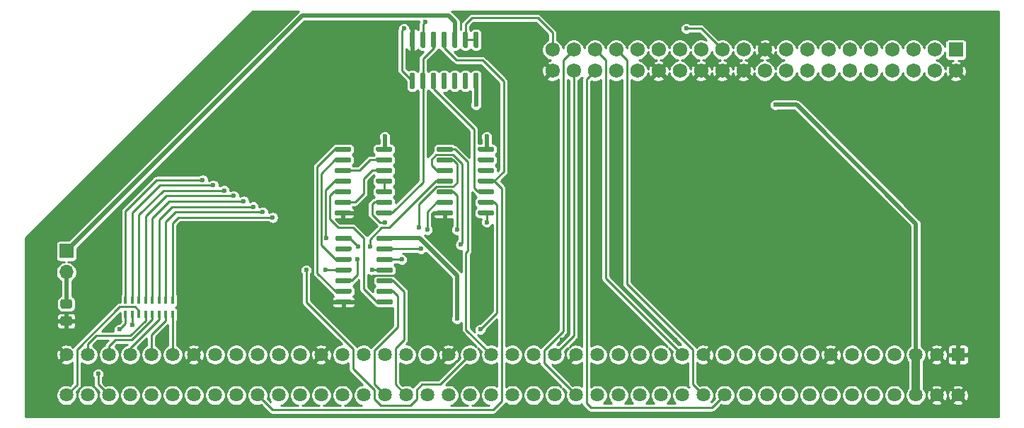
<source format=gbr>
%TF.GenerationSoftware,KiCad,Pcbnew,(5.1.6)-1*%
%TF.CreationDate,2022-03-09T09:08:39-05:00*%
%TF.ProjectId,a500hdd-remake,61353030-6864-4642-9d72-656d616b652e,rev?*%
%TF.SameCoordinates,Original*%
%TF.FileFunction,Copper,L1,Top*%
%TF.FilePolarity,Positive*%
%FSLAX46Y46*%
G04 Gerber Fmt 4.6, Leading zero omitted, Abs format (unit mm)*
G04 Created by KiCad (PCBNEW (5.1.6)-1) date 2022-03-09 09:08:39*
%MOMM*%
%LPD*%
G01*
G04 APERTURE LIST*
%TA.AperFunction,ComponentPad*%
%ADD10C,1.638300*%
%TD*%
%TA.AperFunction,ComponentPad*%
%ADD11R,1.638300X1.638300*%
%TD*%
%TA.AperFunction,ComponentPad*%
%ADD12R,1.725000X1.725000*%
%TD*%
%TA.AperFunction,ComponentPad*%
%ADD13C,1.725000*%
%TD*%
%TA.AperFunction,ComponentPad*%
%ADD14R,1.700000X1.700000*%
%TD*%
%TA.AperFunction,ComponentPad*%
%ADD15O,1.700000X1.700000*%
%TD*%
%TA.AperFunction,SMDPad,CuDef*%
%ADD16R,0.450000X0.900000*%
%TD*%
%TA.AperFunction,ViaPad*%
%ADD17C,0.600000*%
%TD*%
%TA.AperFunction,Conductor*%
%ADD18C,0.250000*%
%TD*%
%TA.AperFunction,Conductor*%
%ADD19C,1.000000*%
%TD*%
%TA.AperFunction,Conductor*%
%ADD20C,0.500000*%
%TD*%
%TA.AperFunction,Conductor*%
%ADD21C,0.254000*%
%TD*%
G04 APERTURE END LIST*
D10*
%TO.P,BUS1,86*%
%TO.N,/D5*%
X94255001Y-103386301D03*
%TO.P,BUS1,85*%
%TO.N,GND*%
X94255001Y-98534901D03*
%TO.P,BUS1,84*%
%TO.N,/D6*%
X96795001Y-103386301D03*
%TO.P,BUS1,83*%
%TO.N,/D4*%
X96795001Y-98534901D03*
%TO.P,BUS1,82*%
%TO.N,/D7*%
X99335001Y-103386301D03*
%TO.P,BUS1,81*%
%TO.N,/D3*%
X99335001Y-98534901D03*
%TO.P,BUS1,80*%
%TO.N,/D8*%
X101875001Y-103386301D03*
%TO.P,BUS1,79*%
%TO.N,/D2*%
X101875001Y-98534901D03*
%TO.P,BUS1,78*%
%TO.N,/D9*%
X104415001Y-103386301D03*
%TO.P,BUS1,77*%
%TO.N,/D1*%
X104415001Y-98534901D03*
%TO.P,BUS1,76*%
%TO.N,/D10*%
X106955001Y-103386301D03*
%TO.P,BUS1,75*%
%TO.N,/D0*%
X106955001Y-98534901D03*
%TO.P,BUS1,74*%
%TO.N,Net-(BUS1-Pad74)*%
X109495001Y-103386301D03*
%TO.P,BUS1,73*%
%TO.N,GND*%
X109495001Y-98534901D03*
%TO.P,BUS1,72*%
%TO.N,Net-(BUS1-Pad72)*%
X112035001Y-103386301D03*
%TO.P,BUS1,71*%
%TO.N,/D11*%
X112035001Y-98534901D03*
%TO.P,BUS1,70*%
%TO.N,Net-(BUS1-Pad70)*%
X114575001Y-103386301D03*
%TO.P,BUS1,69*%
%TO.N,/D12*%
X114575001Y-98534901D03*
%TO.P,BUS1,68*%
%TO.N,Net-(BUS1-Pad68)*%
X117115001Y-103386301D03*
%TO.P,BUS1,67*%
%TO.N,/D13*%
X117115001Y-98534901D03*
%TO.P,BUS1,66*%
%TO.N,Net-(BUS1-Pad66)*%
X119655001Y-103386301D03*
%TO.P,BUS1,65*%
%TO.N,/D14*%
X119655001Y-98534901D03*
%TO.P,BUS1,64*%
%TO.N,Net-(BUS1-Pad64)*%
X122195001Y-103386301D03*
%TO.P,BUS1,63*%
%TO.N,/D15*%
X122195001Y-98534901D03*
%TO.P,BUS1,62*%
%TO.N,Net-(BUS1-Pad62)*%
X124735001Y-103386301D03*
%TO.P,BUS1,61*%
%TO.N,GND*%
X124735001Y-98534901D03*
%TO.P,BUS1,60*%
%TO.N,Net-(BUS1-Pad60)*%
X127275001Y-103386301D03*
%TO.P,BUS1,59*%
%TO.N,Net-(BUS1-Pad59)*%
X127275001Y-98534901D03*
%TO.P,BUS1,58*%
%TO.N,Net-(BUS1-Pad58)*%
X129815001Y-103386301D03*
%TO.P,BUS1,57*%
%TO.N,Net-(BUS1-Pad57)*%
X129815001Y-98534901D03*
%TO.P,BUS1,56*%
%TO.N,Net-(BUS1-Pad56)*%
X132355001Y-103386301D03*
%TO.P,BUS1,55*%
%TO.N,Net-(BUS1-Pad55)*%
X132355001Y-98534901D03*
%TO.P,BUS1,54*%
%TO.N,Net-(BUS1-Pad54)*%
X134895001Y-103386301D03*
%TO.P,BUS1,53*%
%TO.N,Net-(BUS1-Pad53)*%
X134895001Y-98534901D03*
%TO.P,BUS1,52*%
%TO.N,Net-(BUS1-Pad52)*%
X137435001Y-103386301D03*
%TO.P,BUS1,51*%
%TO.N,Net-(BUS1-Pad51)*%
X137435001Y-98534901D03*
%TO.P,BUS1,50*%
%TO.N,Net-(BUS1-Pad50)*%
X139975001Y-103386301D03*
%TO.P,BUS1,49*%
%TO.N,GND*%
X139975001Y-98534901D03*
%TO.P,BUS1,48*%
%TO.N,Net-(BUS1-Pad48)*%
X142515001Y-103386301D03*
%TO.P,BUS1,47*%
%TO.N,Net-(BUS1-Pad47)*%
X142515001Y-98534901D03*
%TO.P,BUS1,46*%
%TO.N,Net-(BUS1-Pad46)*%
X145055001Y-103386301D03*
%TO.P,BUS1,45*%
%TO.N,Net-(BUS1-Pad45)*%
X145055001Y-98534901D03*
%TO.P,BUS1,44*%
%TO.N,Net-(BUS1-Pad44)*%
X147595001Y-103386301D03*
%TO.P,BUS1,43*%
%TO.N,Net-(BUS1-Pad43)*%
X147595001Y-98534901D03*
%TO.P,BUS1,42*%
%TO.N,Net-(BUS1-Pad42)*%
X150135001Y-103386301D03*
%TO.P,BUS1,41*%
%TO.N,Net-(BUS1-Pad41)*%
X150135001Y-98534901D03*
%TO.P,BUS1,40*%
%TO.N,Net-(BUS1-Pad40)*%
X152675001Y-103386301D03*
%TO.P,BUS1,39*%
%TO.N,/A13*%
X152675001Y-98534901D03*
%TO.P,BUS1,38*%
%TO.N,/A12*%
X155215001Y-103386301D03*
%TO.P,BUS1,37*%
%TO.N,GND*%
X155215001Y-98534901D03*
%TO.P,BUS1,36*%
%TO.N,Net-(BUS1-Pad36)*%
X157755001Y-103386301D03*
%TO.P,BUS1,35*%
%TO.N,Net-(BUS1-Pad35)*%
X157755001Y-98534901D03*
%TO.P,BUS1,34*%
%TO.N,Net-(BUS1-Pad34)*%
X160295001Y-103386301D03*
%TO.P,BUS1,33*%
%TO.N,Net-(BUS1-Pad33)*%
X160295001Y-98534901D03*
%TO.P,BUS1,32*%
%TO.N,Net-(BUS1-Pad32)*%
X162835001Y-103386301D03*
%TO.P,BUS1,31*%
%TO.N,Net-(BUS1-Pad31)*%
X162835001Y-98534901D03*
%TO.P,BUS1,30*%
%TO.N,Net-(BUS1-Pad30)*%
X165375001Y-103386301D03*
%TO.P,BUS1,29*%
%TO.N,Net-(BUS1-Pad29)*%
X165375001Y-98534901D03*
%TO.P,BUS1,28*%
%TO.N,Net-(BUS1-Pad28)*%
X167915001Y-103386301D03*
%TO.P,BUS1,27*%
%TO.N,/A2*%
X167915001Y-98534901D03*
%TO.P,BUS1,26*%
%TO.N,/A3*%
X170455001Y-103386301D03*
%TO.P,BUS1,25*%
%TO.N,GND*%
X170455001Y-98534901D03*
%TO.P,BUS1,24*%
%TO.N,/A4*%
X172995001Y-103386301D03*
%TO.P,BUS1,23*%
%TO.N,Net-(BUS1-Pad23)*%
X172995001Y-98534901D03*
%TO.P,BUS1,22*%
%TO.N,Net-(BUS1-Pad22)*%
X175535001Y-103386301D03*
%TO.P,BUS1,21*%
%TO.N,Net-(BUS1-Pad21)*%
X175535001Y-98534901D03*
%TO.P,BUS1,20*%
%TO.N,Net-(BUS1-Pad20)*%
X178075001Y-103386301D03*
%TO.P,BUS1,19*%
%TO.N,Net-(BUS1-Pad19)*%
X178075001Y-98534901D03*
%TO.P,BUS1,18*%
%TO.N,Net-(BUS1-Pad18)*%
X180615001Y-103386301D03*
%TO.P,BUS1,17*%
%TO.N,Net-(BUS1-Pad17)*%
X180615001Y-98534901D03*
%TO.P,BUS1,16*%
%TO.N,Net-(BUS1-Pad16)*%
X183155001Y-103386301D03*
%TO.P,BUS1,15*%
%TO.N,Net-(BUS1-Pad15)*%
X183155001Y-98534901D03*
%TO.P,BUS1,14*%
%TO.N,Net-(BUS1-Pad14)*%
X185695001Y-103386301D03*
%TO.P,BUS1,13*%
%TO.N,GND*%
X185695001Y-98534901D03*
%TO.P,BUS1,12*%
%TO.N,Net-(BUS1-Pad12)*%
X188235001Y-103386301D03*
%TO.P,BUS1,11*%
%TO.N,Net-(BUS1-Pad11)*%
X188235001Y-98534901D03*
%TO.P,BUS1,10*%
%TO.N,Net-(BUS1-Pad10)*%
X190775001Y-103386301D03*
%TO.P,BUS1,9*%
%TO.N,Net-(BUS1-Pad9)*%
X190775001Y-98534901D03*
%TO.P,BUS1,8*%
%TO.N,Net-(BUS1-Pad8)*%
X193315001Y-103386301D03*
%TO.P,BUS1,7*%
%TO.N,Net-(BUS1-Pad7)*%
X193315001Y-98534901D03*
%TO.P,BUS1,6*%
%TO.N,+5V*%
X195855001Y-103386301D03*
%TO.P,BUS1,5*%
X195855001Y-98534901D03*
%TO.P,BUS1,4*%
%TO.N,GND*%
X198395001Y-103386301D03*
%TO.P,BUS1,3*%
X198395001Y-98534901D03*
%TO.P,BUS1,2*%
X200935001Y-103386301D03*
D11*
%TO.P,BUS1,1*%
X200935001Y-98534901D03*
%TD*%
D12*
%TO.P,J1,1*%
%TO.N,Net-(BUS1-Pad53)*%
X200660000Y-61976000D03*
D13*
%TO.P,J1,2*%
%TO.N,GND*%
X200660000Y-64516000D03*
%TO.P,J1,3*%
%TO.N,/IDE7*%
X198120000Y-61976000D03*
%TO.P,J1,4*%
%TO.N,/IDE8*%
X198120000Y-64516000D03*
%TO.P,J1,5*%
%TO.N,/IDE6*%
X195580000Y-61976000D03*
%TO.P,J1,6*%
%TO.N,/IDE9*%
X195580000Y-64516000D03*
%TO.P,J1,7*%
%TO.N,/IDE5*%
X193040000Y-61976000D03*
%TO.P,J1,8*%
%TO.N,/IDE10*%
X193040000Y-64516000D03*
%TO.P,J1,9*%
%TO.N,/IDE4*%
X190500000Y-61976000D03*
%TO.P,J1,10*%
%TO.N,/IDE11*%
X190500000Y-64516000D03*
%TO.P,J1,11*%
%TO.N,/IDE3*%
X187960000Y-61976000D03*
%TO.P,J1,12*%
%TO.N,/IDE12*%
X187960000Y-64516000D03*
%TO.P,J1,13*%
%TO.N,/IDE2*%
X185420000Y-61976000D03*
%TO.P,J1,14*%
%TO.N,/IDE13*%
X185420000Y-64516000D03*
%TO.P,J1,15*%
%TO.N,/IDE1*%
X182880000Y-61976000D03*
%TO.P,J1,16*%
%TO.N,/IDE14*%
X182880000Y-64516000D03*
%TO.P,J1,17*%
%TO.N,/IDE0*%
X180340000Y-61976000D03*
%TO.P,J1,18*%
%TO.N,/IDE15*%
X180340000Y-64516000D03*
%TO.P,J1,19*%
%TO.N,GND*%
X177800000Y-61976000D03*
%TO.P,J1,20*%
%TO.N,Net-(J1-Pad20)*%
X177800000Y-64516000D03*
%TO.P,J1,21*%
%TO.N,Net-(J1-Pad21)*%
X175260000Y-61976000D03*
%TO.P,J1,22*%
%TO.N,GND*%
X175260000Y-64516000D03*
%TO.P,J1,23*%
%TO.N,Net-(J1-Pad23)*%
X172720000Y-61976000D03*
%TO.P,J1,24*%
%TO.N,GND*%
X172720000Y-64516000D03*
%TO.P,J1,25*%
%TO.N,Net-(J1-Pad25)*%
X170180000Y-61976000D03*
%TO.P,J1,26*%
%TO.N,GND*%
X170180000Y-64516000D03*
%TO.P,J1,27*%
%TO.N,Net-(J1-Pad27)*%
X167640000Y-61976000D03*
%TO.P,J1,28*%
%TO.N,Net-(J1-Pad28)*%
X167640000Y-64516000D03*
%TO.P,J1,29*%
%TO.N,Net-(J1-Pad29)*%
X165100000Y-61976000D03*
%TO.P,J1,30*%
%TO.N,GND*%
X165100000Y-64516000D03*
%TO.P,J1,31*%
%TO.N,Net-(J1-Pad31)*%
X162560000Y-61976000D03*
%TO.P,J1,32*%
%TO.N,Net-(J1-Pad32)*%
X162560000Y-64516000D03*
%TO.P,J1,33*%
%TO.N,/A3*%
X160020000Y-61976000D03*
%TO.P,J1,34*%
%TO.N,Net-(J1-Pad34)*%
X160020000Y-64516000D03*
%TO.P,J1,35*%
%TO.N,/A2*%
X157480000Y-61976000D03*
%TO.P,J1,36*%
%TO.N,/A4*%
X157480000Y-64516000D03*
%TO.P,J1,37*%
%TO.N,/A12*%
X154940000Y-61976000D03*
%TO.P,J1,38*%
%TO.N,/A13*%
X154940000Y-64516000D03*
%TO.P,J1,39*%
%TO.N,Net-(J1-Pad39)*%
X152400000Y-61976000D03*
%TO.P,J1,40*%
%TO.N,GND*%
X152400000Y-64516000D03*
%TD*%
D14*
%TO.P,J2,1*%
%TO.N,Net-(J2-Pad1)*%
X94234000Y-86106000D03*
D15*
%TO.P,J2,2*%
%TO.N,Net-(J2-Pad2)*%
X94234000Y-88646000D03*
%TD*%
%TO.P,R17,1*%
%TO.N,Net-(J2-Pad2)*%
%TA.AperFunction,SMDPad,CuDef*%
G36*
G01*
X93783999Y-91872000D02*
X94684001Y-91872000D01*
G75*
G02*
X94934000Y-92121999I0J-249999D01*
G01*
X94934000Y-92772001D01*
G75*
G02*
X94684001Y-93022000I-249999J0D01*
G01*
X93783999Y-93022000D01*
G75*
G02*
X93534000Y-92772001I0J249999D01*
G01*
X93534000Y-92121999D01*
G75*
G02*
X93783999Y-91872000I249999J0D01*
G01*
G37*
%TD.AperFunction*%
%TO.P,R17,2*%
%TO.N,GND*%
%TA.AperFunction,SMDPad,CuDef*%
G36*
G01*
X93783999Y-93922000D02*
X94684001Y-93922000D01*
G75*
G02*
X94934000Y-94171999I0J-249999D01*
G01*
X94934000Y-94822001D01*
G75*
G02*
X94684001Y-95072000I-249999J0D01*
G01*
X93783999Y-95072000D01*
G75*
G02*
X93534000Y-94822001I0J249999D01*
G01*
X93534000Y-94171999D01*
G75*
G02*
X93783999Y-93922000I249999J0D01*
G01*
G37*
%TD.AperFunction*%
%TD*%
D16*
%TO.P,RN2,16*%
%TO.N,/IDE15*%
X101334000Y-92026000D03*
%TO.P,RN2,15*%
%TO.N,/IDE14*%
X102134000Y-92026000D03*
%TO.P,RN2,14*%
%TO.N,/IDE13*%
X102934000Y-92026000D03*
%TO.P,RN2,13*%
%TO.N,/IDE12*%
X103734000Y-92026000D03*
%TO.P,RN2,12*%
%TO.N,/IDE11*%
X104534000Y-92026000D03*
%TO.P,RN2,11*%
%TO.N,/IDE10*%
X105334000Y-92026000D03*
%TO.P,RN2,10*%
%TO.N,/IDE9*%
X106134000Y-92026000D03*
%TO.P,RN2,9*%
%TO.N,/IDE8*%
X106934000Y-92026000D03*
%TO.P,RN2,8*%
%TO.N,/D0*%
X106934000Y-93726000D03*
%TO.P,RN2,7*%
%TO.N,/D1*%
X106134000Y-93726000D03*
%TO.P,RN2,6*%
%TO.N,/D2*%
X105334000Y-93726000D03*
%TO.P,RN2,5*%
%TO.N,/D3*%
X104534000Y-93726000D03*
%TO.P,RN2,4*%
%TO.N,/D4*%
X103734000Y-93726000D03*
%TO.P,RN2,3*%
%TO.N,/D5*%
X102934000Y-93726000D03*
%TO.P,RN2,2*%
%TO.N,/D6*%
X102134000Y-93726000D03*
%TO.P,RN2,1*%
%TO.N,/D7*%
X101334000Y-93726000D03*
%TD*%
%TO.P,U1,1*%
%TO.N,Net-(BUS1-Pad45)*%
%TA.AperFunction,SMDPad,CuDef*%
G36*
G01*
X138536000Y-74064000D02*
X138536000Y-73764000D01*
G75*
G02*
X138686000Y-73614000I150000J0D01*
G01*
X140336000Y-73614000D01*
G75*
G02*
X140486000Y-73764000I0J-150000D01*
G01*
X140486000Y-74064000D01*
G75*
G02*
X140336000Y-74214000I-150000J0D01*
G01*
X138686000Y-74214000D01*
G75*
G02*
X138536000Y-74064000I0J150000D01*
G01*
G37*
%TD.AperFunction*%
%TO.P,U1,2*%
%TO.N,Net-(U1-Pad2)*%
%TA.AperFunction,SMDPad,CuDef*%
G36*
G01*
X138536000Y-75334000D02*
X138536000Y-75034000D01*
G75*
G02*
X138686000Y-74884000I150000J0D01*
G01*
X140336000Y-74884000D01*
G75*
G02*
X140486000Y-75034000I0J-150000D01*
G01*
X140486000Y-75334000D01*
G75*
G02*
X140336000Y-75484000I-150000J0D01*
G01*
X138686000Y-75484000D01*
G75*
G02*
X138536000Y-75334000I0J150000D01*
G01*
G37*
%TD.AperFunction*%
%TO.P,U1,3*%
%TO.N,Net-(BUS1-Pad52)*%
%TA.AperFunction,SMDPad,CuDef*%
G36*
G01*
X138536000Y-76604000D02*
X138536000Y-76304000D01*
G75*
G02*
X138686000Y-76154000I150000J0D01*
G01*
X140336000Y-76154000D01*
G75*
G02*
X140486000Y-76304000I0J-150000D01*
G01*
X140486000Y-76604000D01*
G75*
G02*
X140336000Y-76754000I-150000J0D01*
G01*
X138686000Y-76754000D01*
G75*
G02*
X138536000Y-76604000I0J150000D01*
G01*
G37*
%TD.AperFunction*%
%TO.P,U1,4*%
%TO.N,Net-(U1-Pad4)*%
%TA.AperFunction,SMDPad,CuDef*%
G36*
G01*
X138536000Y-77874000D02*
X138536000Y-77574000D01*
G75*
G02*
X138686000Y-77424000I150000J0D01*
G01*
X140336000Y-77424000D01*
G75*
G02*
X140486000Y-77574000I0J-150000D01*
G01*
X140486000Y-77874000D01*
G75*
G02*
X140336000Y-78024000I-150000J0D01*
G01*
X138686000Y-78024000D01*
G75*
G02*
X138536000Y-77874000I0J150000D01*
G01*
G37*
%TD.AperFunction*%
%TO.P,U1,5*%
%TO.N,Net-(BUS1-Pad58)*%
%TA.AperFunction,SMDPad,CuDef*%
G36*
G01*
X138536000Y-79144000D02*
X138536000Y-78844000D01*
G75*
G02*
X138686000Y-78694000I150000J0D01*
G01*
X140336000Y-78694000D01*
G75*
G02*
X140486000Y-78844000I0J-150000D01*
G01*
X140486000Y-79144000D01*
G75*
G02*
X140336000Y-79294000I-150000J0D01*
G01*
X138686000Y-79294000D01*
G75*
G02*
X138536000Y-79144000I0J150000D01*
G01*
G37*
%TD.AperFunction*%
%TO.P,U1,6*%
%TO.N,Net-(U1-Pad6)*%
%TA.AperFunction,SMDPad,CuDef*%
G36*
G01*
X138536000Y-80414000D02*
X138536000Y-80114000D01*
G75*
G02*
X138686000Y-79964000I150000J0D01*
G01*
X140336000Y-79964000D01*
G75*
G02*
X140486000Y-80114000I0J-150000D01*
G01*
X140486000Y-80414000D01*
G75*
G02*
X140336000Y-80564000I-150000J0D01*
G01*
X138686000Y-80564000D01*
G75*
G02*
X138536000Y-80414000I0J150000D01*
G01*
G37*
%TD.AperFunction*%
%TO.P,U1,7*%
%TO.N,GND*%
%TA.AperFunction,SMDPad,CuDef*%
G36*
G01*
X138536000Y-81684000D02*
X138536000Y-81384000D01*
G75*
G02*
X138686000Y-81234000I150000J0D01*
G01*
X140336000Y-81234000D01*
G75*
G02*
X140486000Y-81384000I0J-150000D01*
G01*
X140486000Y-81684000D01*
G75*
G02*
X140336000Y-81834000I-150000J0D01*
G01*
X138686000Y-81834000D01*
G75*
G02*
X138536000Y-81684000I0J150000D01*
G01*
G37*
%TD.AperFunction*%
%TO.P,U1,8*%
%TO.N,Net-(U1-Pad8)*%
%TA.AperFunction,SMDPad,CuDef*%
G36*
G01*
X143486000Y-81684000D02*
X143486000Y-81384000D01*
G75*
G02*
X143636000Y-81234000I150000J0D01*
G01*
X145286000Y-81234000D01*
G75*
G02*
X145436000Y-81384000I0J-150000D01*
G01*
X145436000Y-81684000D01*
G75*
G02*
X145286000Y-81834000I-150000J0D01*
G01*
X143636000Y-81834000D01*
G75*
G02*
X143486000Y-81684000I0J150000D01*
G01*
G37*
%TD.AperFunction*%
%TO.P,U1,9*%
%TO.N,Net-(BUS1-Pad74)*%
%TA.AperFunction,SMDPad,CuDef*%
G36*
G01*
X143486000Y-80414000D02*
X143486000Y-80114000D01*
G75*
G02*
X143636000Y-79964000I150000J0D01*
G01*
X145286000Y-79964000D01*
G75*
G02*
X145436000Y-80114000I0J-150000D01*
G01*
X145436000Y-80414000D01*
G75*
G02*
X145286000Y-80564000I-150000J0D01*
G01*
X143636000Y-80564000D01*
G75*
G02*
X143486000Y-80414000I0J150000D01*
G01*
G37*
%TD.AperFunction*%
%TO.P,U1,10*%
%TO.N,Net-(U1-Pad10)*%
%TA.AperFunction,SMDPad,CuDef*%
G36*
G01*
X143486000Y-79144000D02*
X143486000Y-78844000D01*
G75*
G02*
X143636000Y-78694000I150000J0D01*
G01*
X145286000Y-78694000D01*
G75*
G02*
X145436000Y-78844000I0J-150000D01*
G01*
X145436000Y-79144000D01*
G75*
G02*
X145286000Y-79294000I-150000J0D01*
G01*
X143636000Y-79294000D01*
G75*
G02*
X143486000Y-79144000I0J150000D01*
G01*
G37*
%TD.AperFunction*%
%TO.P,U1,11*%
%TO.N,Net-(BUS1-Pad68)*%
%TA.AperFunction,SMDPad,CuDef*%
G36*
G01*
X143486000Y-77874000D02*
X143486000Y-77574000D01*
G75*
G02*
X143636000Y-77424000I150000J0D01*
G01*
X145286000Y-77424000D01*
G75*
G02*
X145436000Y-77574000I0J-150000D01*
G01*
X145436000Y-77874000D01*
G75*
G02*
X145286000Y-78024000I-150000J0D01*
G01*
X143636000Y-78024000D01*
G75*
G02*
X143486000Y-77874000I0J150000D01*
G01*
G37*
%TD.AperFunction*%
%TO.P,U1,12*%
%TO.N,Net-(U1-Pad12)*%
%TA.AperFunction,SMDPad,CuDef*%
G36*
G01*
X143486000Y-76604000D02*
X143486000Y-76304000D01*
G75*
G02*
X143636000Y-76154000I150000J0D01*
G01*
X145286000Y-76154000D01*
G75*
G02*
X145436000Y-76304000I0J-150000D01*
G01*
X145436000Y-76604000D01*
G75*
G02*
X145286000Y-76754000I-150000J0D01*
G01*
X143636000Y-76754000D01*
G75*
G02*
X143486000Y-76604000I0J150000D01*
G01*
G37*
%TD.AperFunction*%
%TO.P,U1,13*%
%TO.N,Net-(U1-Pad13)*%
%TA.AperFunction,SMDPad,CuDef*%
G36*
G01*
X143486000Y-75334000D02*
X143486000Y-75034000D01*
G75*
G02*
X143636000Y-74884000I150000J0D01*
G01*
X145286000Y-74884000D01*
G75*
G02*
X145436000Y-75034000I0J-150000D01*
G01*
X145436000Y-75334000D01*
G75*
G02*
X145286000Y-75484000I-150000J0D01*
G01*
X143636000Y-75484000D01*
G75*
G02*
X143486000Y-75334000I0J150000D01*
G01*
G37*
%TD.AperFunction*%
%TO.P,U1,14*%
%TO.N,+5V*%
%TA.AperFunction,SMDPad,CuDef*%
G36*
G01*
X143486000Y-74064000D02*
X143486000Y-73764000D01*
G75*
G02*
X143636000Y-73614000I150000J0D01*
G01*
X145286000Y-73614000D01*
G75*
G02*
X145436000Y-73764000I0J-150000D01*
G01*
X145436000Y-74064000D01*
G75*
G02*
X145286000Y-74214000I-150000J0D01*
G01*
X143636000Y-74214000D01*
G75*
G02*
X143486000Y-74064000I0J150000D01*
G01*
G37*
%TD.AperFunction*%
%TD*%
%TO.P,U2,14*%
%TO.N,+5V*%
%TA.AperFunction,SMDPad,CuDef*%
G36*
G01*
X131359000Y-84732000D02*
X131359000Y-84432000D01*
G75*
G02*
X131509000Y-84282000I150000J0D01*
G01*
X133159000Y-84282000D01*
G75*
G02*
X133309000Y-84432000I0J-150000D01*
G01*
X133309000Y-84732000D01*
G75*
G02*
X133159000Y-84882000I-150000J0D01*
G01*
X131509000Y-84882000D01*
G75*
G02*
X131359000Y-84732000I0J150000D01*
G01*
G37*
%TD.AperFunction*%
%TO.P,U2,13*%
%TO.N,Net-(BUS1-Pad57)*%
%TA.AperFunction,SMDPad,CuDef*%
G36*
G01*
X131359000Y-86002000D02*
X131359000Y-85702000D01*
G75*
G02*
X131509000Y-85552000I150000J0D01*
G01*
X133159000Y-85552000D01*
G75*
G02*
X133309000Y-85702000I0J-150000D01*
G01*
X133309000Y-86002000D01*
G75*
G02*
X133159000Y-86152000I-150000J0D01*
G01*
X131509000Y-86152000D01*
G75*
G02*
X131359000Y-86002000I0J150000D01*
G01*
G37*
%TD.AperFunction*%
%TO.P,U2,12*%
%TO.N,Net-(BUS1-Pad59)*%
%TA.AperFunction,SMDPad,CuDef*%
G36*
G01*
X131359000Y-87272000D02*
X131359000Y-86972000D01*
G75*
G02*
X131509000Y-86822000I150000J0D01*
G01*
X133159000Y-86822000D01*
G75*
G02*
X133309000Y-86972000I0J-150000D01*
G01*
X133309000Y-87272000D01*
G75*
G02*
X133159000Y-87422000I-150000J0D01*
G01*
X131509000Y-87422000D01*
G75*
G02*
X131359000Y-87272000I0J150000D01*
G01*
G37*
%TD.AperFunction*%
%TO.P,U2,11*%
%TO.N,Net-(U2-Pad11)*%
%TA.AperFunction,SMDPad,CuDef*%
G36*
G01*
X131359000Y-88542000D02*
X131359000Y-88242000D01*
G75*
G02*
X131509000Y-88092000I150000J0D01*
G01*
X133159000Y-88092000D01*
G75*
G02*
X133309000Y-88242000I0J-150000D01*
G01*
X133309000Y-88542000D01*
G75*
G02*
X133159000Y-88692000I-150000J0D01*
G01*
X131509000Y-88692000D01*
G75*
G02*
X131359000Y-88542000I0J150000D01*
G01*
G37*
%TD.AperFunction*%
%TO.P,U2,10*%
%TO.N,Net-(BUS1-Pad54)*%
%TA.AperFunction,SMDPad,CuDef*%
G36*
G01*
X131359000Y-89812000D02*
X131359000Y-89512000D01*
G75*
G02*
X131509000Y-89362000I150000J0D01*
G01*
X133159000Y-89362000D01*
G75*
G02*
X133309000Y-89512000I0J-150000D01*
G01*
X133309000Y-89812000D01*
G75*
G02*
X133159000Y-89962000I-150000J0D01*
G01*
X131509000Y-89962000D01*
G75*
G02*
X131359000Y-89812000I0J150000D01*
G01*
G37*
%TD.AperFunction*%
%TO.P,U2,9*%
%TO.N,Net-(BUS1-Pad56)*%
%TA.AperFunction,SMDPad,CuDef*%
G36*
G01*
X131359000Y-91082000D02*
X131359000Y-90782000D01*
G75*
G02*
X131509000Y-90632000I150000J0D01*
G01*
X133159000Y-90632000D01*
G75*
G02*
X133309000Y-90782000I0J-150000D01*
G01*
X133309000Y-91082000D01*
G75*
G02*
X133159000Y-91232000I-150000J0D01*
G01*
X131509000Y-91232000D01*
G75*
G02*
X131359000Y-91082000I0J150000D01*
G01*
G37*
%TD.AperFunction*%
%TO.P,U2,8*%
%TO.N,Net-(U2-Pad8)*%
%TA.AperFunction,SMDPad,CuDef*%
G36*
G01*
X131359000Y-92352000D02*
X131359000Y-92052000D01*
G75*
G02*
X131509000Y-91902000I150000J0D01*
G01*
X133159000Y-91902000D01*
G75*
G02*
X133309000Y-92052000I0J-150000D01*
G01*
X133309000Y-92352000D01*
G75*
G02*
X133159000Y-92502000I-150000J0D01*
G01*
X131509000Y-92502000D01*
G75*
G02*
X131359000Y-92352000I0J150000D01*
G01*
G37*
%TD.AperFunction*%
%TO.P,U2,7*%
%TO.N,GND*%
%TA.AperFunction,SMDPad,CuDef*%
G36*
G01*
X126409000Y-92352000D02*
X126409000Y-92052000D01*
G75*
G02*
X126559000Y-91902000I150000J0D01*
G01*
X128209000Y-91902000D01*
G75*
G02*
X128359000Y-92052000I0J-150000D01*
G01*
X128359000Y-92352000D01*
G75*
G02*
X128209000Y-92502000I-150000J0D01*
G01*
X126559000Y-92502000D01*
G75*
G02*
X126409000Y-92352000I0J150000D01*
G01*
G37*
%TD.AperFunction*%
%TO.P,U2,6*%
%TO.N,Net-(U2-Pad6)*%
%TA.AperFunction,SMDPad,CuDef*%
G36*
G01*
X126409000Y-91082000D02*
X126409000Y-90782000D01*
G75*
G02*
X126559000Y-90632000I150000J0D01*
G01*
X128209000Y-90632000D01*
G75*
G02*
X128359000Y-90782000I0J-150000D01*
G01*
X128359000Y-91082000D01*
G75*
G02*
X128209000Y-91232000I-150000J0D01*
G01*
X126559000Y-91232000D01*
G75*
G02*
X126409000Y-91082000I0J150000D01*
G01*
G37*
%TD.AperFunction*%
%TO.P,U2,5*%
%TO.N,Net-(U1-Pad6)*%
%TA.AperFunction,SMDPad,CuDef*%
G36*
G01*
X126409000Y-89812000D02*
X126409000Y-89512000D01*
G75*
G02*
X126559000Y-89362000I150000J0D01*
G01*
X128209000Y-89362000D01*
G75*
G02*
X128359000Y-89512000I0J-150000D01*
G01*
X128359000Y-89812000D01*
G75*
G02*
X128209000Y-89962000I-150000J0D01*
G01*
X126559000Y-89962000D01*
G75*
G02*
X126409000Y-89812000I0J150000D01*
G01*
G37*
%TD.AperFunction*%
%TO.P,U2,4*%
%TO.N,Net-(BUS1-Pad47)*%
%TA.AperFunction,SMDPad,CuDef*%
G36*
G01*
X126409000Y-88542000D02*
X126409000Y-88242000D01*
G75*
G02*
X126559000Y-88092000I150000J0D01*
G01*
X128209000Y-88092000D01*
G75*
G02*
X128359000Y-88242000I0J-150000D01*
G01*
X128359000Y-88542000D01*
G75*
G02*
X128209000Y-88692000I-150000J0D01*
G01*
X126559000Y-88692000D01*
G75*
G02*
X126409000Y-88542000I0J150000D01*
G01*
G37*
%TD.AperFunction*%
%TO.P,U2,3*%
%TO.N,Net-(U2-Pad3)*%
%TA.AperFunction,SMDPad,CuDef*%
G36*
G01*
X126409000Y-87272000D02*
X126409000Y-86972000D01*
G75*
G02*
X126559000Y-86822000I150000J0D01*
G01*
X128209000Y-86822000D01*
G75*
G02*
X128359000Y-86972000I0J-150000D01*
G01*
X128359000Y-87272000D01*
G75*
G02*
X128209000Y-87422000I-150000J0D01*
G01*
X126559000Y-87422000D01*
G75*
G02*
X126409000Y-87272000I0J150000D01*
G01*
G37*
%TD.AperFunction*%
%TO.P,U2,2*%
%TO.N,Net-(U1-Pad2)*%
%TA.AperFunction,SMDPad,CuDef*%
G36*
G01*
X126409000Y-86002000D02*
X126409000Y-85702000D01*
G75*
G02*
X126559000Y-85552000I150000J0D01*
G01*
X128209000Y-85552000D01*
G75*
G02*
X128359000Y-85702000I0J-150000D01*
G01*
X128359000Y-86002000D01*
G75*
G02*
X128209000Y-86152000I-150000J0D01*
G01*
X126559000Y-86152000D01*
G75*
G02*
X126409000Y-86002000I0J150000D01*
G01*
G37*
%TD.AperFunction*%
%TO.P,U2,1*%
%TO.N,Net-(U1-Pad4)*%
%TA.AperFunction,SMDPad,CuDef*%
G36*
G01*
X126409000Y-84732000D02*
X126409000Y-84432000D01*
G75*
G02*
X126559000Y-84282000I150000J0D01*
G01*
X128209000Y-84282000D01*
G75*
G02*
X128359000Y-84432000I0J-150000D01*
G01*
X128359000Y-84732000D01*
G75*
G02*
X128209000Y-84882000I-150000J0D01*
G01*
X126559000Y-84882000D01*
G75*
G02*
X126409000Y-84732000I0J150000D01*
G01*
G37*
%TD.AperFunction*%
%TD*%
%TO.P,U3,1*%
%TO.N,Net-(U2-Pad6)*%
%TA.AperFunction,SMDPad,CuDef*%
G36*
G01*
X126344000Y-74064000D02*
X126344000Y-73764000D01*
G75*
G02*
X126494000Y-73614000I150000J0D01*
G01*
X128144000Y-73614000D01*
G75*
G02*
X128294000Y-73764000I0J-150000D01*
G01*
X128294000Y-74064000D01*
G75*
G02*
X128144000Y-74214000I-150000J0D01*
G01*
X126494000Y-74214000D01*
G75*
G02*
X126344000Y-74064000I0J150000D01*
G01*
G37*
%TD.AperFunction*%
%TO.P,U3,2*%
%TO.N,Net-(U2-Pad3)*%
%TA.AperFunction,SMDPad,CuDef*%
G36*
G01*
X126344000Y-75334000D02*
X126344000Y-75034000D01*
G75*
G02*
X126494000Y-74884000I150000J0D01*
G01*
X128144000Y-74884000D01*
G75*
G02*
X128294000Y-75034000I0J-150000D01*
G01*
X128294000Y-75334000D01*
G75*
G02*
X128144000Y-75484000I-150000J0D01*
G01*
X126494000Y-75484000D01*
G75*
G02*
X126344000Y-75334000I0J150000D01*
G01*
G37*
%TD.AperFunction*%
%TO.P,U3,3*%
%TO.N,Net-(U3-Pad13)*%
%TA.AperFunction,SMDPad,CuDef*%
G36*
G01*
X126344000Y-76604000D02*
X126344000Y-76304000D01*
G75*
G02*
X126494000Y-76154000I150000J0D01*
G01*
X128144000Y-76154000D01*
G75*
G02*
X128294000Y-76304000I0J-150000D01*
G01*
X128294000Y-76604000D01*
G75*
G02*
X128144000Y-76754000I-150000J0D01*
G01*
X126494000Y-76754000D01*
G75*
G02*
X126344000Y-76604000I0J150000D01*
G01*
G37*
%TD.AperFunction*%
%TO.P,U3,4*%
%TO.N,Net-(U2-Pad11)*%
%TA.AperFunction,SMDPad,CuDef*%
G36*
G01*
X126344000Y-77874000D02*
X126344000Y-77574000D01*
G75*
G02*
X126494000Y-77424000I150000J0D01*
G01*
X128144000Y-77424000D01*
G75*
G02*
X128294000Y-77574000I0J-150000D01*
G01*
X128294000Y-77874000D01*
G75*
G02*
X128144000Y-78024000I-150000J0D01*
G01*
X126494000Y-78024000D01*
G75*
G02*
X126344000Y-77874000I0J150000D01*
G01*
G37*
%TD.AperFunction*%
%TO.P,U3,5*%
%TO.N,Net-(U2-Pad8)*%
%TA.AperFunction,SMDPad,CuDef*%
G36*
G01*
X126344000Y-79144000D02*
X126344000Y-78844000D01*
G75*
G02*
X126494000Y-78694000I150000J0D01*
G01*
X128144000Y-78694000D01*
G75*
G02*
X128294000Y-78844000I0J-150000D01*
G01*
X128294000Y-79144000D01*
G75*
G02*
X128144000Y-79294000I-150000J0D01*
G01*
X126494000Y-79294000D01*
G75*
G02*
X126344000Y-79144000I0J150000D01*
G01*
G37*
%TD.AperFunction*%
%TO.P,U3,6*%
%TO.N,Net-(U3-Pad12)*%
%TA.AperFunction,SMDPad,CuDef*%
G36*
G01*
X126344000Y-80414000D02*
X126344000Y-80114000D01*
G75*
G02*
X126494000Y-79964000I150000J0D01*
G01*
X128144000Y-79964000D01*
G75*
G02*
X128294000Y-80114000I0J-150000D01*
G01*
X128294000Y-80414000D01*
G75*
G02*
X128144000Y-80564000I-150000J0D01*
G01*
X126494000Y-80564000D01*
G75*
G02*
X126344000Y-80414000I0J150000D01*
G01*
G37*
%TD.AperFunction*%
%TO.P,U3,7*%
%TO.N,GND*%
%TA.AperFunction,SMDPad,CuDef*%
G36*
G01*
X126344000Y-81684000D02*
X126344000Y-81384000D01*
G75*
G02*
X126494000Y-81234000I150000J0D01*
G01*
X128144000Y-81234000D01*
G75*
G02*
X128294000Y-81384000I0J-150000D01*
G01*
X128294000Y-81684000D01*
G75*
G02*
X128144000Y-81834000I-150000J0D01*
G01*
X126494000Y-81834000D01*
G75*
G02*
X126344000Y-81684000I0J150000D01*
G01*
G37*
%TD.AperFunction*%
%TO.P,U3,8*%
%TO.N,Net-(U3-Pad8)*%
%TA.AperFunction,SMDPad,CuDef*%
G36*
G01*
X131294000Y-81684000D02*
X131294000Y-81384000D01*
G75*
G02*
X131444000Y-81234000I150000J0D01*
G01*
X133094000Y-81234000D01*
G75*
G02*
X133244000Y-81384000I0J-150000D01*
G01*
X133244000Y-81684000D01*
G75*
G02*
X133094000Y-81834000I-150000J0D01*
G01*
X131444000Y-81834000D01*
G75*
G02*
X131294000Y-81684000I0J150000D01*
G01*
G37*
%TD.AperFunction*%
%TO.P,U3,9*%
%TO.N,Net-(U1-Pad8)*%
%TA.AperFunction,SMDPad,CuDef*%
G36*
G01*
X131294000Y-80414000D02*
X131294000Y-80114000D01*
G75*
G02*
X131444000Y-79964000I150000J0D01*
G01*
X133094000Y-79964000D01*
G75*
G02*
X133244000Y-80114000I0J-150000D01*
G01*
X133244000Y-80414000D01*
G75*
G02*
X133094000Y-80564000I-150000J0D01*
G01*
X131444000Y-80564000D01*
G75*
G02*
X131294000Y-80414000I0J150000D01*
G01*
G37*
%TD.AperFunction*%
%TO.P,U3,10*%
%TO.N,Net-(U3-Pad10)*%
%TA.AperFunction,SMDPad,CuDef*%
G36*
G01*
X131294000Y-79144000D02*
X131294000Y-78844000D01*
G75*
G02*
X131444000Y-78694000I150000J0D01*
G01*
X133094000Y-78694000D01*
G75*
G02*
X133244000Y-78844000I0J-150000D01*
G01*
X133244000Y-79144000D01*
G75*
G02*
X133094000Y-79294000I-150000J0D01*
G01*
X131444000Y-79294000D01*
G75*
G02*
X131294000Y-79144000I0J150000D01*
G01*
G37*
%TD.AperFunction*%
%TO.P,U3,11*%
%TA.AperFunction,SMDPad,CuDef*%
G36*
G01*
X131294000Y-77874000D02*
X131294000Y-77574000D01*
G75*
G02*
X131444000Y-77424000I150000J0D01*
G01*
X133094000Y-77424000D01*
G75*
G02*
X133244000Y-77574000I0J-150000D01*
G01*
X133244000Y-77874000D01*
G75*
G02*
X133094000Y-78024000I-150000J0D01*
G01*
X131444000Y-78024000D01*
G75*
G02*
X131294000Y-77874000I0J150000D01*
G01*
G37*
%TD.AperFunction*%
%TO.P,U3,12*%
%TO.N,Net-(U3-Pad12)*%
%TA.AperFunction,SMDPad,CuDef*%
G36*
G01*
X131294000Y-76604000D02*
X131294000Y-76304000D01*
G75*
G02*
X131444000Y-76154000I150000J0D01*
G01*
X133094000Y-76154000D01*
G75*
G02*
X133244000Y-76304000I0J-150000D01*
G01*
X133244000Y-76604000D01*
G75*
G02*
X133094000Y-76754000I-150000J0D01*
G01*
X131444000Y-76754000D01*
G75*
G02*
X131294000Y-76604000I0J150000D01*
G01*
G37*
%TD.AperFunction*%
%TO.P,U3,13*%
%TO.N,Net-(U3-Pad13)*%
%TA.AperFunction,SMDPad,CuDef*%
G36*
G01*
X131294000Y-75334000D02*
X131294000Y-75034000D01*
G75*
G02*
X131444000Y-74884000I150000J0D01*
G01*
X133094000Y-74884000D01*
G75*
G02*
X133244000Y-75034000I0J-150000D01*
G01*
X133244000Y-75334000D01*
G75*
G02*
X133094000Y-75484000I-150000J0D01*
G01*
X131444000Y-75484000D01*
G75*
G02*
X131294000Y-75334000I0J150000D01*
G01*
G37*
%TD.AperFunction*%
%TO.P,U3,14*%
%TO.N,+5V*%
%TA.AperFunction,SMDPad,CuDef*%
G36*
G01*
X131294000Y-74064000D02*
X131294000Y-73764000D01*
G75*
G02*
X131444000Y-73614000I150000J0D01*
G01*
X133094000Y-73614000D01*
G75*
G02*
X133244000Y-73764000I0J-150000D01*
G01*
X133244000Y-74064000D01*
G75*
G02*
X133094000Y-74214000I-150000J0D01*
G01*
X131444000Y-74214000D01*
G75*
G02*
X131294000Y-74064000I0J150000D01*
G01*
G37*
%TD.AperFunction*%
%TD*%
%TO.P,U4,14*%
%TO.N,+5V*%
%TA.AperFunction,SMDPad,CuDef*%
G36*
G01*
X143106000Y-64746000D02*
X143406000Y-64746000D01*
G75*
G02*
X143556000Y-64896000I0J-150000D01*
G01*
X143556000Y-66546000D01*
G75*
G02*
X143406000Y-66696000I-150000J0D01*
G01*
X143106000Y-66696000D01*
G75*
G02*
X142956000Y-66546000I0J150000D01*
G01*
X142956000Y-64896000D01*
G75*
G02*
X143106000Y-64746000I150000J0D01*
G01*
G37*
%TD.AperFunction*%
%TO.P,U4,13*%
%TO.N,Net-(U4-Pad13)*%
%TA.AperFunction,SMDPad,CuDef*%
G36*
G01*
X141836000Y-64746000D02*
X142136000Y-64746000D01*
G75*
G02*
X142286000Y-64896000I0J-150000D01*
G01*
X142286000Y-66546000D01*
G75*
G02*
X142136000Y-66696000I-150000J0D01*
G01*
X141836000Y-66696000D01*
G75*
G02*
X141686000Y-66546000I0J150000D01*
G01*
X141686000Y-64896000D01*
G75*
G02*
X141836000Y-64746000I150000J0D01*
G01*
G37*
%TD.AperFunction*%
%TO.P,U4,12*%
%TO.N,Net-(U4-Pad12)*%
%TA.AperFunction,SMDPad,CuDef*%
G36*
G01*
X140566000Y-64746000D02*
X140866000Y-64746000D01*
G75*
G02*
X141016000Y-64896000I0J-150000D01*
G01*
X141016000Y-66546000D01*
G75*
G02*
X140866000Y-66696000I-150000J0D01*
G01*
X140566000Y-66696000D01*
G75*
G02*
X140416000Y-66546000I0J150000D01*
G01*
X140416000Y-64896000D01*
G75*
G02*
X140566000Y-64746000I150000J0D01*
G01*
G37*
%TD.AperFunction*%
%TO.P,U4,11*%
%TO.N,Net-(U4-Pad11)*%
%TA.AperFunction,SMDPad,CuDef*%
G36*
G01*
X139296000Y-64746000D02*
X139596000Y-64746000D01*
G75*
G02*
X139746000Y-64896000I0J-150000D01*
G01*
X139746000Y-66546000D01*
G75*
G02*
X139596000Y-66696000I-150000J0D01*
G01*
X139296000Y-66696000D01*
G75*
G02*
X139146000Y-66546000I0J150000D01*
G01*
X139146000Y-64896000D01*
G75*
G02*
X139296000Y-64746000I150000J0D01*
G01*
G37*
%TD.AperFunction*%
%TO.P,U4,10*%
%TO.N,Net-(U1-Pad10)*%
%TA.AperFunction,SMDPad,CuDef*%
G36*
G01*
X138026000Y-64746000D02*
X138326000Y-64746000D01*
G75*
G02*
X138476000Y-64896000I0J-150000D01*
G01*
X138476000Y-66546000D01*
G75*
G02*
X138326000Y-66696000I-150000J0D01*
G01*
X138026000Y-66696000D01*
G75*
G02*
X137876000Y-66546000I0J150000D01*
G01*
X137876000Y-64896000D01*
G75*
G02*
X138026000Y-64746000I150000J0D01*
G01*
G37*
%TD.AperFunction*%
%TO.P,U4,9*%
%TO.N,Net-(U3-Pad8)*%
%TA.AperFunction,SMDPad,CuDef*%
G36*
G01*
X136756000Y-64746000D02*
X137056000Y-64746000D01*
G75*
G02*
X137206000Y-64896000I0J-150000D01*
G01*
X137206000Y-66546000D01*
G75*
G02*
X137056000Y-66696000I-150000J0D01*
G01*
X136756000Y-66696000D01*
G75*
G02*
X136606000Y-66546000I0J150000D01*
G01*
X136606000Y-64896000D01*
G75*
G02*
X136756000Y-64746000I150000J0D01*
G01*
G37*
%TD.AperFunction*%
%TO.P,U4,8*%
%TO.N,Net-(J1-Pad23)*%
%TA.AperFunction,SMDPad,CuDef*%
G36*
G01*
X135486000Y-64746000D02*
X135786000Y-64746000D01*
G75*
G02*
X135936000Y-64896000I0J-150000D01*
G01*
X135936000Y-66546000D01*
G75*
G02*
X135786000Y-66696000I-150000J0D01*
G01*
X135486000Y-66696000D01*
G75*
G02*
X135336000Y-66546000I0J150000D01*
G01*
X135336000Y-64896000D01*
G75*
G02*
X135486000Y-64746000I150000J0D01*
G01*
G37*
%TD.AperFunction*%
%TO.P,U4,7*%
%TO.N,GND*%
%TA.AperFunction,SMDPad,CuDef*%
G36*
G01*
X135486000Y-59796000D02*
X135786000Y-59796000D01*
G75*
G02*
X135936000Y-59946000I0J-150000D01*
G01*
X135936000Y-61596000D01*
G75*
G02*
X135786000Y-61746000I-150000J0D01*
G01*
X135486000Y-61746000D01*
G75*
G02*
X135336000Y-61596000I0J150000D01*
G01*
X135336000Y-59946000D01*
G75*
G02*
X135486000Y-59796000I150000J0D01*
G01*
G37*
%TD.AperFunction*%
%TO.P,U4,6*%
%TO.N,Net-(J1-Pad25)*%
%TA.AperFunction,SMDPad,CuDef*%
G36*
G01*
X136756000Y-59796000D02*
X137056000Y-59796000D01*
G75*
G02*
X137206000Y-59946000I0J-150000D01*
G01*
X137206000Y-61596000D01*
G75*
G02*
X137056000Y-61746000I-150000J0D01*
G01*
X136756000Y-61746000D01*
G75*
G02*
X136606000Y-61596000I0J150000D01*
G01*
X136606000Y-59946000D01*
G75*
G02*
X136756000Y-59796000I150000J0D01*
G01*
G37*
%TD.AperFunction*%
%TO.P,U4,5*%
%TO.N,Net-(U3-Pad8)*%
%TA.AperFunction,SMDPad,CuDef*%
G36*
G01*
X138026000Y-59796000D02*
X138326000Y-59796000D01*
G75*
G02*
X138476000Y-59946000I0J-150000D01*
G01*
X138476000Y-61596000D01*
G75*
G02*
X138326000Y-61746000I-150000J0D01*
G01*
X138026000Y-61746000D01*
G75*
G02*
X137876000Y-61596000I0J150000D01*
G01*
X137876000Y-59946000D01*
G75*
G02*
X138026000Y-59796000I150000J0D01*
G01*
G37*
%TD.AperFunction*%
%TO.P,U4,4*%
%TO.N,Net-(BUS1-Pad68)*%
%TA.AperFunction,SMDPad,CuDef*%
G36*
G01*
X139296000Y-59796000D02*
X139596000Y-59796000D01*
G75*
G02*
X139746000Y-59946000I0J-150000D01*
G01*
X139746000Y-61596000D01*
G75*
G02*
X139596000Y-61746000I-150000J0D01*
G01*
X139296000Y-61746000D01*
G75*
G02*
X139146000Y-61596000I0J150000D01*
G01*
X139146000Y-59946000D01*
G75*
G02*
X139296000Y-59796000I150000J0D01*
G01*
G37*
%TD.AperFunction*%
%TO.P,U4,3*%
%TO.N,Net-(J2-Pad1)*%
%TA.AperFunction,SMDPad,CuDef*%
G36*
G01*
X140566000Y-59796000D02*
X140866000Y-59796000D01*
G75*
G02*
X141016000Y-59946000I0J-150000D01*
G01*
X141016000Y-61596000D01*
G75*
G02*
X140866000Y-61746000I-150000J0D01*
G01*
X140566000Y-61746000D01*
G75*
G02*
X140416000Y-61596000I0J150000D01*
G01*
X140416000Y-59946000D01*
G75*
G02*
X140566000Y-59796000I150000J0D01*
G01*
G37*
%TD.AperFunction*%
%TO.P,U4,2*%
%TO.N,Net-(J1-Pad39)*%
%TA.AperFunction,SMDPad,CuDef*%
G36*
G01*
X141836000Y-59796000D02*
X142136000Y-59796000D01*
G75*
G02*
X142286000Y-59946000I0J-150000D01*
G01*
X142286000Y-61596000D01*
G75*
G02*
X142136000Y-61746000I-150000J0D01*
G01*
X141836000Y-61746000D01*
G75*
G02*
X141686000Y-61596000I0J150000D01*
G01*
X141686000Y-59946000D01*
G75*
G02*
X141836000Y-59796000I150000J0D01*
G01*
G37*
%TD.AperFunction*%
%TO.P,U4,1*%
%TA.AperFunction,SMDPad,CuDef*%
G36*
G01*
X143106000Y-59796000D02*
X143406000Y-59796000D01*
G75*
G02*
X143556000Y-59946000I0J-150000D01*
G01*
X143556000Y-61596000D01*
G75*
G02*
X143406000Y-61746000I-150000J0D01*
G01*
X143106000Y-61746000D01*
G75*
G02*
X142956000Y-61596000I0J150000D01*
G01*
X142956000Y-59946000D01*
G75*
G02*
X143106000Y-59796000I150000J0D01*
G01*
G37*
%TD.AperFunction*%
%TD*%
D17*
%TO.N,GND*%
X138938000Y-83566000D03*
X138684000Y-90678000D03*
X127254000Y-82677000D03*
X129032000Y-90170000D03*
X130556000Y-89408000D03*
X141224000Y-87884000D03*
X155702000Y-96774000D03*
X153543000Y-96774000D03*
X157226000Y-96774000D03*
X167106600Y-96774000D03*
X139192000Y-72390000D03*
X138176000Y-63754000D03*
X145542000Y-67564000D03*
X144526000Y-83820000D03*
X142240000Y-101092000D03*
X145034000Y-96774000D03*
X99314000Y-95250000D03*
X200660000Y-66548000D03*
%TO.N,/D6*%
X102108000Y-94996000D03*
%TO.N,/D7*%
X100584000Y-95504000D03*
X98044000Y-100838000D03*
%TO.N,Net-(BUS1-Pad74)*%
X143764000Y-95504000D03*
%TO.N,Net-(BUS1-Pad59)*%
X134366000Y-87122000D03*
%TO.N,Net-(BUS1-Pad58)*%
X140970000Y-83566000D03*
%TO.N,Net-(BUS1-Pad57)*%
X136652000Y-85852000D03*
%TO.N,Net-(BUS1-Pad52)*%
X141418990Y-85344000D03*
%TO.N,Net-(BUS1-Pad47)*%
X122936000Y-88392000D03*
X125222000Y-88392000D03*
%TO.N,+5V*%
X143256000Y-68580000D03*
X132334000Y-72390000D03*
X144526000Y-72390000D03*
X179070000Y-68580000D03*
X134112000Y-84582000D03*
X140970000Y-94234000D03*
%TO.N,/IDE8*%
X118916372Y-82086372D03*
%TO.N,/IDE9*%
X117757929Y-81435929D03*
%TO.N,/IDE10*%
X116599486Y-80785486D03*
%TO.N,/IDE11*%
X115441043Y-80135043D03*
%TO.N,/IDE12*%
X114282600Y-79484600D03*
%TO.N,/IDE13*%
X113124157Y-78834157D03*
%TO.N,/IDE14*%
X111822488Y-78209147D03*
%TO.N,/IDE15*%
X110548895Y-77606990D03*
%TO.N,Net-(J1-Pad23)*%
X134620000Y-59436000D03*
X168402000Y-59436000D03*
%TO.N,Net-(J1-Pad25)*%
X137160000Y-58674000D03*
%TO.N,Net-(U1-Pad2)*%
X128016000Y-85852000D03*
X136398000Y-83312000D03*
%TO.N,Net-(U1-Pad4)*%
X130556000Y-85598000D03*
X129169000Y-85598000D03*
%TO.N,Net-(U1-Pad6)*%
X129032000Y-87122000D03*
X137414000Y-83566000D03*
%TO.N,Net-(U1-Pad8)*%
X132334000Y-82667000D03*
X144526000Y-82667000D03*
%TO.N,Net-(U2-Pad11)*%
X125339000Y-84582000D03*
X130810000Y-88392000D03*
%TD*%
D18*
%TO.N,/D5*%
X95504000Y-102137302D02*
X94255001Y-103386301D01*
X102934000Y-93282000D02*
X102453001Y-92801001D01*
X100618589Y-92801001D02*
X95504000Y-97915590D01*
X102934000Y-93726000D02*
X102934000Y-93282000D01*
X102453001Y-92801001D02*
X100618589Y-92801001D01*
X95504000Y-97915590D02*
X95504000Y-102137302D01*
%TO.N,GND*%
X139511000Y-81534000D02*
X139511000Y-82993000D01*
X139511000Y-82993000D02*
X138938000Y-83566000D01*
X137023010Y-89017010D02*
X138684000Y-90678000D01*
X130946990Y-89017010D02*
X137023010Y-89017010D01*
X130556000Y-89408000D02*
X130946990Y-89017010D01*
%TO.N,/D6*%
X102134000Y-93726000D02*
X102134000Y-94970000D01*
X102134000Y-94970000D02*
X102108000Y-94996000D01*
%TO.N,/D4*%
X97790000Y-96266000D02*
X96795001Y-97260999D01*
X101894000Y-96266000D02*
X97790000Y-96266000D01*
X103734000Y-93726000D02*
X103734000Y-94426000D01*
X96795001Y-97260999D02*
X96795001Y-98534901D01*
X103734000Y-94426000D02*
X101894000Y-96266000D01*
%TO.N,/D7*%
X101334000Y-93726000D02*
X101334000Y-94754000D01*
X101334000Y-94754000D02*
X100584000Y-95504000D01*
X98044000Y-102095300D02*
X99335001Y-103386301D01*
X98044000Y-100838000D02*
X98044000Y-102095300D01*
%TO.N,/D3*%
X99335001Y-97514999D02*
X99335001Y-98534901D01*
X100076000Y-96774000D02*
X99335001Y-97514999D01*
X104534000Y-93726000D02*
X104534000Y-94262410D01*
X102022410Y-96774000D02*
X100076000Y-96774000D01*
X104534000Y-94262410D02*
X102022410Y-96774000D01*
%TO.N,/D2*%
X101875001Y-97768999D02*
X101875001Y-98534901D01*
X105334000Y-93726000D02*
X105334000Y-94310000D01*
X105334000Y-94310000D02*
X101875001Y-97768999D01*
%TO.N,/D1*%
X104415001Y-96144999D02*
X104415001Y-98534901D01*
X106134000Y-94426000D02*
X104415001Y-96144999D01*
X106134000Y-93726000D02*
X106134000Y-94426000D01*
%TO.N,/D0*%
X106934000Y-98513900D02*
X106955001Y-98534901D01*
X106934000Y-93726000D02*
X106934000Y-98513900D01*
%TO.N,Net-(BUS1-Pad74)*%
X145761010Y-93506990D02*
X143764000Y-95504000D01*
X144461000Y-80264000D02*
X145436000Y-80264000D01*
X145761010Y-80589010D02*
X145761010Y-93506990D01*
X145436000Y-80264000D02*
X145761010Y-80589010D01*
%TO.N,Net-(BUS1-Pad68)*%
X139446000Y-61746000D02*
X140946000Y-63246000D01*
X139446000Y-60771000D02*
X139446000Y-61746000D01*
X140946000Y-63246000D02*
X144018000Y-63246000D01*
X144018000Y-63246000D02*
X146558000Y-65786000D01*
X146558000Y-76602000D02*
X145436000Y-77724000D01*
X146558000Y-65786000D02*
X146558000Y-76602000D01*
X144461000Y-77724000D02*
X145436000Y-77724000D01*
X145288000Y-105156000D02*
X118884700Y-105156000D01*
X118884700Y-105156000D02*
X117115001Y-103386301D01*
X146304000Y-104140000D02*
X145288000Y-105156000D01*
X145436000Y-77724000D02*
X146304000Y-78592000D01*
X146304000Y-78592000D02*
X146304000Y-104140000D01*
%TO.N,Net-(BUS1-Pad59)*%
X134366000Y-87122000D02*
X132334000Y-87122000D01*
%TO.N,Net-(BUS1-Pad58)*%
X140970000Y-79478000D02*
X140970000Y-83566000D01*
X139511000Y-78994000D02*
X140486000Y-78994000D01*
X140486000Y-78994000D02*
X140970000Y-79478000D01*
%TO.N,Net-(BUS1-Pad57)*%
X136652000Y-85852000D02*
X132334000Y-85852000D01*
%TO.N,Net-(BUS1-Pad56)*%
X131064000Y-102095300D02*
X132355001Y-103386301D01*
X133309000Y-90932000D02*
X133858000Y-91481000D01*
X132334000Y-90932000D02*
X133309000Y-90932000D01*
X131064000Y-98044000D02*
X131064000Y-102095300D01*
X133858000Y-91481000D02*
X133858000Y-95250000D01*
X133858000Y-95250000D02*
X131064000Y-98044000D01*
%TO.N,Net-(BUS1-Pad54)*%
X134620000Y-103111300D02*
X134895001Y-103386301D01*
X133604000Y-102108000D02*
X134607300Y-103111300D01*
X133309000Y-89662000D02*
X134620000Y-90973000D01*
X134607300Y-103111300D02*
X134620000Y-103111300D01*
X134620000Y-90973000D02*
X134620000Y-96753808D01*
X132334000Y-89662000D02*
X133309000Y-89662000D01*
X134620000Y-96753808D02*
X133604000Y-97769808D01*
X133604000Y-97769808D02*
X133604000Y-102108000D01*
%TO.N,Net-(BUS1-Pad52)*%
X141595001Y-75621233D02*
X141595001Y-85167989D01*
X138536000Y-76454000D02*
X137922000Y-75840000D01*
X139511000Y-76454000D02*
X138536000Y-76454000D01*
X137922000Y-75840000D02*
X137922000Y-75126232D01*
X140532758Y-74558990D02*
X141595001Y-75621233D01*
X137922000Y-75126232D02*
X138489242Y-74558990D01*
X141595001Y-85167989D02*
X141418990Y-85344000D01*
X138489242Y-74558990D02*
X140532758Y-74558990D01*
%TO.N,Net-(BUS1-Pad47)*%
X125222000Y-88392000D02*
X127384000Y-88392000D01*
X136144000Y-103886000D02*
X135382000Y-104648000D01*
X131064000Y-102731710D02*
X128524000Y-100191710D01*
X136768260Y-102108000D02*
X136144000Y-102732260D01*
X138941902Y-102108000D02*
X136768260Y-102108000D01*
X142515001Y-98534901D02*
X138941902Y-102108000D01*
X122936000Y-92250858D02*
X122936000Y-88392000D01*
X131826000Y-104648000D02*
X131064000Y-103886000D01*
X135382000Y-104648000D02*
X131826000Y-104648000D01*
X131064000Y-103886000D02*
X131064000Y-102731710D01*
X136144000Y-102732260D02*
X136144000Y-103886000D01*
X128524000Y-100191710D02*
X128524000Y-97838858D01*
X128524000Y-97838858D02*
X122936000Y-92250858D01*
%TO.N,Net-(BUS1-Pad45)*%
X142043990Y-95523890D02*
X142043990Y-86302010D01*
X145055001Y-98534901D02*
X142043990Y-95523890D01*
X142043990Y-86302010D02*
X142240000Y-86106000D01*
X142240000Y-86106000D02*
X142240000Y-75438000D01*
X140716000Y-73914000D02*
X139511000Y-73914000D01*
X142240000Y-75438000D02*
X140716000Y-73914000D01*
%TO.N,/A13*%
X154940000Y-96269902D02*
X152675001Y-98534901D01*
X154940000Y-64516000D02*
X154940000Y-96269902D01*
%TO.N,/A12*%
X153670000Y-95758000D02*
X151384000Y-98044000D01*
X154940000Y-61976000D02*
X153670000Y-63246000D01*
X151384000Y-99555300D02*
X155215001Y-103386301D01*
X151384000Y-98044000D02*
X151384000Y-99555300D01*
X153670000Y-63246000D02*
X153670000Y-95758000D01*
%TO.N,/A2*%
X158750000Y-89369900D02*
X167915001Y-98534901D01*
X157480000Y-61976000D02*
X158750000Y-63246000D01*
X158750000Y-63246000D02*
X158750000Y-89369900D01*
%TO.N,/A3*%
X169164000Y-97940278D02*
X169164000Y-102095300D01*
X161290000Y-90066278D02*
X169164000Y-97940278D01*
X160020000Y-61976000D02*
X161290000Y-63246000D01*
X169164000Y-102095300D02*
X170455001Y-103386301D01*
X161290000Y-63246000D02*
X161290000Y-90066278D01*
%TO.N,/A4*%
X171479302Y-104902000D02*
X172995001Y-103386301D01*
X156972000Y-104902000D02*
X171479302Y-104902000D01*
X156464000Y-104394000D02*
X156972000Y-104902000D01*
X157480000Y-64516000D02*
X156464000Y-65532000D01*
X156464000Y-65532000D02*
X156464000Y-104394000D01*
D19*
%TO.N,+5V*%
X195855001Y-103386301D02*
X195855001Y-98534901D01*
D20*
X143256000Y-68580000D02*
X143256000Y-65721000D01*
X132334000Y-73849000D02*
X132269000Y-73914000D01*
X132334000Y-72390000D02*
X132334000Y-73849000D01*
X144526000Y-73849000D02*
X144461000Y-73914000D01*
X144526000Y-72390000D02*
X144526000Y-73849000D01*
X179070000Y-68580000D02*
X181610000Y-68580000D01*
X195855001Y-82825001D02*
X195855001Y-98534901D01*
X181610000Y-68580000D02*
X195855001Y-82825001D01*
X134112000Y-84582000D02*
X132334000Y-84582000D01*
X140970000Y-89059998D02*
X140970000Y-94234000D01*
X134112000Y-84582000D02*
X136492002Y-84582000D01*
X136492002Y-84582000D02*
X140970000Y-89059998D01*
D18*
%TO.N,/IDE8*%
X106934000Y-92026000D02*
X106934000Y-82804000D01*
X107651628Y-82086372D02*
X118916372Y-82086372D01*
X106934000Y-82804000D02*
X107651628Y-82086372D01*
%TO.N,/IDE9*%
X107286071Y-81435929D02*
X117757929Y-81435929D01*
X106134000Y-92026000D02*
X106134000Y-82588000D01*
X106134000Y-82588000D02*
X107286071Y-81435929D01*
%TO.N,/IDE10*%
X106920514Y-80785486D02*
X116599486Y-80785486D01*
X105334000Y-92026000D02*
X105334000Y-82372000D01*
X105334000Y-82372000D02*
X106920514Y-80785486D01*
%TO.N,/IDE11*%
X106554957Y-80135043D02*
X115441043Y-80135043D01*
X104534000Y-92026000D02*
X104534000Y-82156000D01*
X104534000Y-82156000D02*
X106554957Y-80135043D01*
%TO.N,/IDE12*%
X106189400Y-79484600D02*
X114282600Y-79484600D01*
X103734000Y-92026000D02*
X103734000Y-81940000D01*
X103734000Y-81940000D02*
X106189400Y-79484600D01*
%TO.N,/IDE13*%
X105823843Y-78834157D02*
X113124157Y-78834157D01*
X102934000Y-81724000D02*
X105823843Y-78834157D01*
X102934000Y-92026000D02*
X102934000Y-81724000D01*
%TO.N,/IDE14*%
X111799635Y-78232000D02*
X111822488Y-78209147D01*
X102134000Y-81508000D02*
X105410000Y-78232000D01*
X105410000Y-78232000D02*
X111799635Y-78232000D01*
X102134000Y-92026000D02*
X102134000Y-81508000D01*
%TO.N,/IDE15*%
X101334000Y-92026000D02*
X101334000Y-81292000D01*
X101334000Y-81292000D02*
X105019010Y-77606990D01*
X105019010Y-77606990D02*
X110548895Y-77606990D01*
%TO.N,Net-(J1-Pad23)*%
X135636000Y-65721000D02*
X134366000Y-64451000D01*
X134366000Y-64451000D02*
X134366000Y-59690000D01*
X134366000Y-59690000D02*
X134620000Y-59436000D01*
X170180000Y-59436000D02*
X172720000Y-61976000D01*
X168402000Y-59436000D02*
X170180000Y-59436000D01*
%TO.N,Net-(J1-Pad25)*%
X136906000Y-60771000D02*
X136906000Y-58928000D01*
X136906000Y-58928000D02*
X137160000Y-58674000D01*
%TO.N,Net-(J1-Pad39)*%
X141986000Y-60771000D02*
X141986000Y-58928000D01*
X141986000Y-58928000D02*
X142748000Y-58166000D01*
X142748000Y-58166000D02*
X150622000Y-58166000D01*
X152400000Y-59944000D02*
X152400000Y-61976000D01*
X150622000Y-58166000D02*
X152400000Y-59944000D01*
X143256000Y-60771000D02*
X141986000Y-60771000D01*
D20*
%TO.N,Net-(J2-Pad1)*%
X140716000Y-58674000D02*
X140716000Y-60771000D01*
X139954000Y-57912000D02*
X140716000Y-58674000D01*
X94234000Y-86106000D02*
X122428000Y-57912000D01*
X122428000Y-57912000D02*
X139954000Y-57912000D01*
%TO.N,Net-(J2-Pad2)*%
X94234000Y-92447000D02*
X94234000Y-88646000D01*
D18*
%TO.N,Net-(U1-Pad2)*%
X127384000Y-85852000D02*
X128016000Y-85852000D01*
X140970000Y-75668000D02*
X140486000Y-75184000D01*
X136398000Y-80460232D02*
X138509222Y-78349010D01*
X136398000Y-83312000D02*
X136398000Y-80460232D01*
X140970000Y-77911768D02*
X140970000Y-75668000D01*
X140486000Y-75184000D02*
X139511000Y-75184000D01*
X138509222Y-78349010D02*
X140532758Y-78349010D01*
X140532758Y-78349010D02*
X140970000Y-77911768D01*
%TO.N,Net-(U1-Pad4)*%
X128153000Y-84582000D02*
X127384000Y-84582000D01*
X129169000Y-85598000D02*
X128153000Y-84582000D01*
X130556000Y-84713232D02*
X130556000Y-85598000D01*
X131977231Y-83292001D02*
X130556000Y-84713232D01*
X132868499Y-83292001D02*
X131977231Y-83292001D01*
X139511000Y-77724000D02*
X138436500Y-77724000D01*
X138436500Y-77724000D02*
X132868499Y-83292001D01*
%TO.N,Net-(U1-Pad6)*%
X127384000Y-89662000D02*
X128359000Y-89662000D01*
X129032000Y-88989000D02*
X129032000Y-87122000D01*
X128359000Y-89662000D02*
X129032000Y-88989000D01*
X138536000Y-80264000D02*
X139511000Y-80264000D01*
X137414000Y-81386000D02*
X138536000Y-80264000D01*
X137414000Y-83566000D02*
X137414000Y-81386000D01*
%TO.N,Net-(U1-Pad8)*%
X132269000Y-80264000D02*
X131064000Y-80264000D01*
X131064000Y-80264000D02*
X130810000Y-80518000D01*
X131755232Y-82667000D02*
X132334000Y-82667000D01*
X130810000Y-80518000D02*
X130810000Y-81721768D01*
X130810000Y-81721768D02*
X131755232Y-82667000D01*
X144526000Y-81599000D02*
X144461000Y-81534000D01*
X144526000Y-82667000D02*
X144526000Y-81599000D01*
%TO.N,Net-(U1-Pad10)*%
X143002000Y-78510000D02*
X143486000Y-78994000D01*
X143002000Y-71522000D02*
X143002000Y-78510000D01*
X143486000Y-78994000D02*
X144461000Y-78994000D01*
X138176000Y-65721000D02*
X138176000Y-66696000D01*
X138176000Y-66696000D02*
X143002000Y-71522000D01*
%TO.N,Net-(U2-Pad11)*%
X130810000Y-88392000D02*
X132334000Y-88392000D01*
X125279989Y-84522989D02*
X125339000Y-84582000D01*
X127319000Y-77724000D02*
X126344000Y-77724000D01*
X125279989Y-78788011D02*
X125279989Y-84522989D01*
X126344000Y-77724000D02*
X125279989Y-78788011D01*
%TO.N,Net-(U2-Pad8)*%
X126238000Y-78994000D02*
X127319000Y-78994000D01*
X125730000Y-79502000D02*
X126238000Y-78994000D01*
X125730000Y-82296000D02*
X125730000Y-79502000D01*
X126746000Y-83312000D02*
X125730000Y-82296000D01*
X132334000Y-92202000D02*
X131359000Y-92202000D01*
X131359000Y-92202000D02*
X129794000Y-90637000D01*
X129794000Y-90637000D02*
X129794000Y-84582000D01*
X128524000Y-83312000D02*
X126746000Y-83312000D01*
X129794000Y-84582000D02*
X128524000Y-83312000D01*
%TO.N,Net-(U2-Pad6)*%
X126409000Y-90932000D02*
X127384000Y-90932000D01*
X124263990Y-88786990D02*
X126409000Y-90932000D01*
X124263990Y-75994010D02*
X124263990Y-88786990D01*
X126344000Y-73914000D02*
X124263990Y-75994010D01*
X127319000Y-73914000D02*
X126344000Y-73914000D01*
%TO.N,Net-(U2-Pad3)*%
X126344000Y-75184000D02*
X124714000Y-76814000D01*
X127319000Y-75184000D02*
X126344000Y-75184000D01*
X126409000Y-87122000D02*
X127384000Y-87122000D01*
X124714000Y-85427000D02*
X126409000Y-87122000D01*
X124714000Y-76814000D02*
X124714000Y-85427000D01*
%TO.N,Net-(U3-Pad13)*%
X129286000Y-76454000D02*
X127319000Y-76454000D01*
X132269000Y-75184000D02*
X130556000Y-75184000D01*
X130556000Y-75184000D02*
X129286000Y-76454000D01*
%TO.N,Net-(U3-Pad12)*%
X129794000Y-79248000D02*
X128778000Y-80264000D01*
X129794000Y-77470000D02*
X129794000Y-79248000D01*
X132269000Y-76454000D02*
X130810000Y-76454000D01*
X128778000Y-80264000D02*
X127319000Y-80264000D01*
X130810000Y-76454000D02*
X129794000Y-77470000D01*
%TO.N,Net-(U3-Pad8)*%
X133244000Y-81534000D02*
X132269000Y-81534000D01*
X136906000Y-77872000D02*
X133244000Y-81534000D01*
X136906000Y-65721000D02*
X136906000Y-77872000D01*
X138176000Y-61746000D02*
X136906000Y-63016000D01*
X136906000Y-63016000D02*
X136906000Y-65721000D01*
X138176000Y-60771000D02*
X138176000Y-61746000D01*
%TO.N,Net-(U3-Pad10)*%
X132269000Y-77724000D02*
X132269000Y-78994000D01*
%TD*%
D21*
%TO.N,GND*%
G36*
X121946973Y-57430973D02*
G01*
X121925774Y-57456804D01*
X94555644Y-84826934D01*
X93384000Y-84826934D01*
X93300293Y-84835178D01*
X93219804Y-84859595D01*
X93145624Y-84899245D01*
X93080605Y-84952605D01*
X93027245Y-85017624D01*
X92987595Y-85091804D01*
X92963178Y-85172293D01*
X92954934Y-85256000D01*
X92954934Y-86956000D01*
X92963178Y-87039707D01*
X92987595Y-87120196D01*
X93027245Y-87194376D01*
X93080605Y-87259395D01*
X93145624Y-87312755D01*
X93219804Y-87352405D01*
X93300293Y-87376822D01*
X93384000Y-87385066D01*
X94027456Y-87385066D01*
X93861513Y-87418074D01*
X93629114Y-87514337D01*
X93419960Y-87654089D01*
X93242089Y-87831960D01*
X93102337Y-88041114D01*
X93006074Y-88273513D01*
X92957000Y-88520226D01*
X92957000Y-88771774D01*
X93006074Y-89018487D01*
X93102337Y-89250886D01*
X93242089Y-89460040D01*
X93419960Y-89637911D01*
X93557001Y-89729479D01*
X93557000Y-91484654D01*
X93524132Y-91494625D01*
X93406731Y-91557377D01*
X93303828Y-91641828D01*
X93219377Y-91744731D01*
X93156625Y-91862132D01*
X93117982Y-91989520D01*
X93104934Y-92121999D01*
X93104934Y-92772001D01*
X93117982Y-92904480D01*
X93156625Y-93031868D01*
X93219377Y-93149269D01*
X93303828Y-93252172D01*
X93406731Y-93336623D01*
X93524132Y-93399375D01*
X93651520Y-93438018D01*
X93783999Y-93451066D01*
X94684001Y-93451066D01*
X94816480Y-93438018D01*
X94943868Y-93399375D01*
X95061269Y-93336623D01*
X95164172Y-93252172D01*
X95248623Y-93149269D01*
X95311375Y-93031868D01*
X95350018Y-92904480D01*
X95363066Y-92772001D01*
X95363066Y-92121999D01*
X95350018Y-91989520D01*
X95311375Y-91862132D01*
X95248623Y-91744731D01*
X95164172Y-91641828D01*
X95061269Y-91557377D01*
X94943868Y-91494625D01*
X94911000Y-91484655D01*
X94911000Y-89729478D01*
X95048040Y-89637911D01*
X95225911Y-89460040D01*
X95365663Y-89250886D01*
X95461926Y-89018487D01*
X95511000Y-88771774D01*
X95511000Y-88520226D01*
X95461926Y-88273513D01*
X95365663Y-88041114D01*
X95225911Y-87831960D01*
X95048040Y-87654089D01*
X94838886Y-87514337D01*
X94606487Y-87418074D01*
X94440544Y-87385066D01*
X95084000Y-87385066D01*
X95167707Y-87376822D01*
X95248196Y-87352405D01*
X95322376Y-87312755D01*
X95387395Y-87259395D01*
X95440755Y-87194376D01*
X95480405Y-87120196D01*
X95504822Y-87039707D01*
X95513066Y-86956000D01*
X95513066Y-85784356D01*
X122708422Y-58589000D01*
X136435665Y-58589000D01*
X136433000Y-58602397D01*
X136433000Y-58641936D01*
X136393552Y-58715738D01*
X136361989Y-58819790D01*
X136351330Y-58928000D01*
X136354001Y-58955116D01*
X136354001Y-59530415D01*
X136346539Y-59536539D01*
X136307143Y-59584542D01*
X136292755Y-59557624D01*
X136239395Y-59492605D01*
X136174376Y-59439245D01*
X136100196Y-59399595D01*
X136019707Y-59375178D01*
X135936000Y-59366934D01*
X135869750Y-59369000D01*
X135763000Y-59475750D01*
X135763000Y-60644000D01*
X135783000Y-60644000D01*
X135783000Y-60898000D01*
X135763000Y-60898000D01*
X135763000Y-62066250D01*
X135869750Y-62173000D01*
X135936000Y-62175066D01*
X136019707Y-62166822D01*
X136100196Y-62142405D01*
X136174376Y-62102755D01*
X136239395Y-62049395D01*
X136292755Y-61984376D01*
X136307143Y-61957458D01*
X136346539Y-62005461D01*
X136434288Y-62077476D01*
X136534401Y-62130987D01*
X136643030Y-62163939D01*
X136756000Y-62175066D01*
X136966289Y-62175066D01*
X136534856Y-62606500D01*
X136513789Y-62623789D01*
X136444809Y-62707842D01*
X136393552Y-62803738D01*
X136361988Y-62907790D01*
X136354000Y-62988891D01*
X136351330Y-63016000D01*
X136354000Y-63043106D01*
X136354001Y-64480415D01*
X136346539Y-64486539D01*
X136274524Y-64574288D01*
X136271000Y-64580881D01*
X136267476Y-64574288D01*
X136195461Y-64486539D01*
X136107712Y-64414524D01*
X136007599Y-64361013D01*
X135898970Y-64328061D01*
X135786000Y-64316934D01*
X135486000Y-64316934D01*
X135373030Y-64328061D01*
X135264401Y-64361013D01*
X135164288Y-64414524D01*
X135134563Y-64438919D01*
X134918000Y-64222356D01*
X134918000Y-61839010D01*
X134939595Y-61910196D01*
X134979245Y-61984376D01*
X135032605Y-62049395D01*
X135097624Y-62102755D01*
X135171804Y-62142405D01*
X135252293Y-62166822D01*
X135336000Y-62175066D01*
X135402250Y-62173000D01*
X135509000Y-62066250D01*
X135509000Y-60898000D01*
X135489000Y-60898000D01*
X135489000Y-60644000D01*
X135509000Y-60644000D01*
X135509000Y-59475750D01*
X135402250Y-59369000D01*
X135347000Y-59367277D01*
X135347000Y-59364397D01*
X135319062Y-59223942D01*
X135264259Y-59091636D01*
X135184698Y-58972564D01*
X135083436Y-58871302D01*
X134964364Y-58791741D01*
X134832058Y-58736938D01*
X134691603Y-58709000D01*
X134548397Y-58709000D01*
X134407942Y-58736938D01*
X134275636Y-58791741D01*
X134156564Y-58871302D01*
X134055302Y-58972564D01*
X133975741Y-59091636D01*
X133920938Y-59223942D01*
X133893000Y-59364397D01*
X133893000Y-59403936D01*
X133853552Y-59477738D01*
X133821989Y-59581790D01*
X133811330Y-59690000D01*
X133814001Y-59717116D01*
X133814000Y-64423894D01*
X133811330Y-64451000D01*
X133814000Y-64478106D01*
X133814000Y-64478108D01*
X133821988Y-64559210D01*
X133853552Y-64663262D01*
X133904809Y-64759158D01*
X133973789Y-64843211D01*
X133994856Y-64860500D01*
X134906934Y-65772579D01*
X134906934Y-66546000D01*
X134918061Y-66658970D01*
X134951013Y-66767599D01*
X135004524Y-66867712D01*
X135076539Y-66955461D01*
X135164288Y-67027476D01*
X135264401Y-67080987D01*
X135373030Y-67113939D01*
X135486000Y-67125066D01*
X135786000Y-67125066D01*
X135898970Y-67113939D01*
X136007599Y-67080987D01*
X136107712Y-67027476D01*
X136195461Y-66955461D01*
X136267476Y-66867712D01*
X136271000Y-66861119D01*
X136274524Y-66867712D01*
X136346539Y-66955461D01*
X136354000Y-66961584D01*
X136354001Y-77643353D01*
X133673066Y-80324290D01*
X133673066Y-80114000D01*
X133661939Y-80001030D01*
X133628987Y-79892401D01*
X133575476Y-79792288D01*
X133503461Y-79704539D01*
X133415712Y-79632524D01*
X133409119Y-79629000D01*
X133415712Y-79625476D01*
X133503461Y-79553461D01*
X133575476Y-79465712D01*
X133628987Y-79365599D01*
X133661939Y-79256970D01*
X133673066Y-79144000D01*
X133673066Y-78844000D01*
X133661939Y-78731030D01*
X133628987Y-78622401D01*
X133575476Y-78522288D01*
X133503461Y-78434539D01*
X133415712Y-78362524D01*
X133409119Y-78359000D01*
X133415712Y-78355476D01*
X133503461Y-78283461D01*
X133575476Y-78195712D01*
X133628987Y-78095599D01*
X133661939Y-77986970D01*
X133673066Y-77874000D01*
X133673066Y-77574000D01*
X133661939Y-77461030D01*
X133628987Y-77352401D01*
X133575476Y-77252288D01*
X133503461Y-77164539D01*
X133415712Y-77092524D01*
X133409119Y-77089000D01*
X133415712Y-77085476D01*
X133503461Y-77013461D01*
X133575476Y-76925712D01*
X133628987Y-76825599D01*
X133661939Y-76716970D01*
X133673066Y-76604000D01*
X133673066Y-76304000D01*
X133661939Y-76191030D01*
X133628987Y-76082401D01*
X133575476Y-75982288D01*
X133503461Y-75894539D01*
X133415712Y-75822524D01*
X133409119Y-75819000D01*
X133415712Y-75815476D01*
X133503461Y-75743461D01*
X133575476Y-75655712D01*
X133628987Y-75555599D01*
X133661939Y-75446970D01*
X133673066Y-75334000D01*
X133673066Y-75034000D01*
X133661939Y-74921030D01*
X133628987Y-74812401D01*
X133575476Y-74712288D01*
X133503461Y-74624539D01*
X133415712Y-74552524D01*
X133409119Y-74549000D01*
X133415712Y-74545476D01*
X133503461Y-74473461D01*
X133575476Y-74385712D01*
X133628987Y-74285599D01*
X133661939Y-74176970D01*
X133673066Y-74064000D01*
X133673066Y-73764000D01*
X133661939Y-73651030D01*
X133628987Y-73542401D01*
X133575476Y-73442288D01*
X133503461Y-73354539D01*
X133415712Y-73282524D01*
X133315599Y-73229013D01*
X133206970Y-73196061D01*
X133094000Y-73184934D01*
X133011000Y-73184934D01*
X133011000Y-72655320D01*
X133033062Y-72602058D01*
X133061000Y-72461603D01*
X133061000Y-72318397D01*
X133033062Y-72177942D01*
X132978259Y-72045636D01*
X132898698Y-71926564D01*
X132797436Y-71825302D01*
X132678364Y-71745741D01*
X132546058Y-71690938D01*
X132405603Y-71663000D01*
X132262397Y-71663000D01*
X132121942Y-71690938D01*
X131989636Y-71745741D01*
X131870564Y-71825302D01*
X131769302Y-71926564D01*
X131689741Y-72045636D01*
X131634938Y-72177942D01*
X131607000Y-72318397D01*
X131607000Y-72461603D01*
X131634938Y-72602058D01*
X131657000Y-72655321D01*
X131657001Y-73184934D01*
X131444000Y-73184934D01*
X131331030Y-73196061D01*
X131222401Y-73229013D01*
X131122288Y-73282524D01*
X131034539Y-73354539D01*
X130962524Y-73442288D01*
X130909013Y-73542401D01*
X130876061Y-73651030D01*
X130864934Y-73764000D01*
X130864934Y-74064000D01*
X130876061Y-74176970D01*
X130909013Y-74285599D01*
X130962524Y-74385712D01*
X131034539Y-74473461D01*
X131122288Y-74545476D01*
X131128881Y-74549000D01*
X131122288Y-74552524D01*
X131034539Y-74624539D01*
X131028416Y-74632000D01*
X130583097Y-74632000D01*
X130555999Y-74629331D01*
X130528901Y-74632000D01*
X130528891Y-74632000D01*
X130447789Y-74639988D01*
X130343737Y-74671552D01*
X130299098Y-74695412D01*
X130247841Y-74722809D01*
X130190679Y-74769721D01*
X130163789Y-74791789D01*
X130146508Y-74812846D01*
X129057356Y-75902000D01*
X128559584Y-75902000D01*
X128553461Y-75894539D01*
X128465712Y-75822524D01*
X128459119Y-75819000D01*
X128465712Y-75815476D01*
X128553461Y-75743461D01*
X128625476Y-75655712D01*
X128678987Y-75555599D01*
X128711939Y-75446970D01*
X128723066Y-75334000D01*
X128723066Y-75034000D01*
X128711939Y-74921030D01*
X128678987Y-74812401D01*
X128625476Y-74712288D01*
X128553461Y-74624539D01*
X128465712Y-74552524D01*
X128459119Y-74549000D01*
X128465712Y-74545476D01*
X128553461Y-74473461D01*
X128625476Y-74385712D01*
X128678987Y-74285599D01*
X128711939Y-74176970D01*
X128723066Y-74064000D01*
X128723066Y-73764000D01*
X128711939Y-73651030D01*
X128678987Y-73542401D01*
X128625476Y-73442288D01*
X128553461Y-73354539D01*
X128465712Y-73282524D01*
X128365599Y-73229013D01*
X128256970Y-73196061D01*
X128144000Y-73184934D01*
X126494000Y-73184934D01*
X126381030Y-73196061D01*
X126272401Y-73229013D01*
X126172288Y-73282524D01*
X126084539Y-73354539D01*
X126012524Y-73442288D01*
X125984285Y-73495121D01*
X125978679Y-73499721D01*
X125951789Y-73521789D01*
X125934508Y-73542846D01*
X123892846Y-75584510D01*
X123871779Y-75601799D01*
X123802799Y-75685852D01*
X123751542Y-75781748D01*
X123719978Y-75885800D01*
X123715685Y-75929390D01*
X123709320Y-75994010D01*
X123711990Y-76021116D01*
X123711991Y-88759874D01*
X123709320Y-88786990D01*
X123719979Y-88895200D01*
X123751542Y-88999252D01*
X123800616Y-89091062D01*
X123802800Y-89095148D01*
X123871780Y-89179201D01*
X123892842Y-89196486D01*
X125999507Y-91303153D01*
X126016789Y-91324211D01*
X126037845Y-91341491D01*
X126049285Y-91350879D01*
X126077524Y-91403712D01*
X126149539Y-91491461D01*
X126197542Y-91530857D01*
X126170624Y-91545245D01*
X126105605Y-91598605D01*
X126052245Y-91663624D01*
X126012595Y-91737804D01*
X125988178Y-91818293D01*
X125979934Y-91902000D01*
X125982000Y-91968250D01*
X126088750Y-92075000D01*
X127257000Y-92075000D01*
X127257000Y-92055000D01*
X127511000Y-92055000D01*
X127511000Y-92075000D01*
X128679250Y-92075000D01*
X128786000Y-91968250D01*
X128788066Y-91902000D01*
X128779822Y-91818293D01*
X128755405Y-91737804D01*
X128715755Y-91663624D01*
X128662395Y-91598605D01*
X128597376Y-91545245D01*
X128570458Y-91530857D01*
X128618461Y-91491461D01*
X128690476Y-91403712D01*
X128743987Y-91303599D01*
X128776939Y-91194970D01*
X128788066Y-91082000D01*
X128788066Y-90782000D01*
X128776939Y-90669030D01*
X128743987Y-90560401D01*
X128690476Y-90460288D01*
X128618461Y-90372539D01*
X128530712Y-90300524D01*
X128524119Y-90297000D01*
X128530712Y-90293476D01*
X128618461Y-90221461D01*
X128690476Y-90133712D01*
X128718715Y-90080879D01*
X128751211Y-90054211D01*
X128768500Y-90033144D01*
X129242000Y-89559645D01*
X129242000Y-90609894D01*
X129239330Y-90637000D01*
X129242000Y-90664106D01*
X129242000Y-90664108D01*
X129249988Y-90745210D01*
X129281552Y-90849262D01*
X129332809Y-90945158D01*
X129401789Y-91029211D01*
X129422856Y-91046500D01*
X130949508Y-92573154D01*
X130966789Y-92594211D01*
X130987845Y-92611491D01*
X130999285Y-92620879D01*
X131027524Y-92673712D01*
X131099539Y-92761461D01*
X131187288Y-92833476D01*
X131287401Y-92886987D01*
X131396030Y-92919939D01*
X131509000Y-92931066D01*
X133159000Y-92931066D01*
X133271970Y-92919939D01*
X133306000Y-92909616D01*
X133306001Y-95021353D01*
X130692856Y-97634500D01*
X130684105Y-97641682D01*
X130609376Y-97566953D01*
X130405275Y-97430577D01*
X130178490Y-97336639D01*
X129937736Y-97288751D01*
X129692266Y-97288751D01*
X129451512Y-97336639D01*
X129224727Y-97430577D01*
X129020626Y-97566953D01*
X129010162Y-97577417D01*
X128999108Y-97556736D01*
X128985191Y-97530699D01*
X128933491Y-97467703D01*
X128916211Y-97446647D01*
X128895154Y-97429366D01*
X123967787Y-92502000D01*
X125979934Y-92502000D01*
X125988178Y-92585707D01*
X126012595Y-92666196D01*
X126052245Y-92740376D01*
X126105605Y-92805395D01*
X126170624Y-92858755D01*
X126244804Y-92898405D01*
X126325293Y-92922822D01*
X126409000Y-92931066D01*
X127150250Y-92929000D01*
X127257000Y-92822250D01*
X127257000Y-92329000D01*
X127511000Y-92329000D01*
X127511000Y-92822250D01*
X127617750Y-92929000D01*
X128359000Y-92931066D01*
X128442707Y-92922822D01*
X128523196Y-92898405D01*
X128597376Y-92858755D01*
X128662395Y-92805395D01*
X128715755Y-92740376D01*
X128755405Y-92666196D01*
X128779822Y-92585707D01*
X128788066Y-92502000D01*
X128786000Y-92435750D01*
X128679250Y-92329000D01*
X127511000Y-92329000D01*
X127257000Y-92329000D01*
X126088750Y-92329000D01*
X125982000Y-92435750D01*
X125979934Y-92502000D01*
X123967787Y-92502000D01*
X123488000Y-92022214D01*
X123488000Y-88868134D01*
X123500698Y-88855436D01*
X123580259Y-88736364D01*
X123635062Y-88604058D01*
X123663000Y-88463603D01*
X123663000Y-88320397D01*
X123635062Y-88179942D01*
X123580259Y-88047636D01*
X123500698Y-87928564D01*
X123399436Y-87827302D01*
X123280364Y-87747741D01*
X123148058Y-87692938D01*
X123007603Y-87665000D01*
X122864397Y-87665000D01*
X122723942Y-87692938D01*
X122591636Y-87747741D01*
X122472564Y-87827302D01*
X122371302Y-87928564D01*
X122291741Y-88047636D01*
X122236938Y-88179942D01*
X122209000Y-88320397D01*
X122209000Y-88463603D01*
X122236938Y-88604058D01*
X122291741Y-88736364D01*
X122371302Y-88855436D01*
X122384001Y-88868135D01*
X122384000Y-92223752D01*
X122381330Y-92250858D01*
X122384000Y-92277964D01*
X122384000Y-92277966D01*
X122391988Y-92359068D01*
X122423552Y-92463120D01*
X122474809Y-92559016D01*
X122543789Y-92643069D01*
X122564857Y-92660359D01*
X127193247Y-97288751D01*
X127152266Y-97288751D01*
X126911512Y-97336639D01*
X126684727Y-97430577D01*
X126480626Y-97566953D01*
X126307053Y-97740526D01*
X126170677Y-97944627D01*
X126076739Y-98171412D01*
X126028851Y-98412166D01*
X126028851Y-98657636D01*
X126076739Y-98898390D01*
X126170677Y-99125175D01*
X126307053Y-99329276D01*
X126480626Y-99502849D01*
X126684727Y-99639225D01*
X126911512Y-99733163D01*
X127152266Y-99781051D01*
X127397736Y-99781051D01*
X127638490Y-99733163D01*
X127865275Y-99639225D01*
X127972000Y-99567913D01*
X127972000Y-100164604D01*
X127969330Y-100191710D01*
X127972000Y-100218816D01*
X127972000Y-100218818D01*
X127979988Y-100299920D01*
X128011552Y-100403972D01*
X128062809Y-100499868D01*
X128131789Y-100583921D01*
X128152856Y-100601210D01*
X129691874Y-102140229D01*
X129451512Y-102188039D01*
X129224727Y-102281977D01*
X129020626Y-102418353D01*
X128847053Y-102591926D01*
X128710677Y-102796027D01*
X128616739Y-103022812D01*
X128568851Y-103263566D01*
X128568851Y-103509036D01*
X128616739Y-103749790D01*
X128710677Y-103976575D01*
X128847053Y-104180676D01*
X129020626Y-104354249D01*
X129224727Y-104490625D01*
X129451512Y-104584563D01*
X129549230Y-104604000D01*
X127540772Y-104604000D01*
X127638490Y-104584563D01*
X127865275Y-104490625D01*
X128069376Y-104354249D01*
X128242949Y-104180676D01*
X128379325Y-103976575D01*
X128473263Y-103749790D01*
X128521151Y-103509036D01*
X128521151Y-103263566D01*
X128473263Y-103022812D01*
X128379325Y-102796027D01*
X128242949Y-102591926D01*
X128069376Y-102418353D01*
X127865275Y-102281977D01*
X127638490Y-102188039D01*
X127397736Y-102140151D01*
X127152266Y-102140151D01*
X126911512Y-102188039D01*
X126684727Y-102281977D01*
X126480626Y-102418353D01*
X126307053Y-102591926D01*
X126170677Y-102796027D01*
X126076739Y-103022812D01*
X126028851Y-103263566D01*
X126028851Y-103509036D01*
X126076739Y-103749790D01*
X126170677Y-103976575D01*
X126307053Y-104180676D01*
X126480626Y-104354249D01*
X126684727Y-104490625D01*
X126911512Y-104584563D01*
X127009230Y-104604000D01*
X125000772Y-104604000D01*
X125098490Y-104584563D01*
X125325275Y-104490625D01*
X125529376Y-104354249D01*
X125702949Y-104180676D01*
X125839325Y-103976575D01*
X125933263Y-103749790D01*
X125981151Y-103509036D01*
X125981151Y-103263566D01*
X125933263Y-103022812D01*
X125839325Y-102796027D01*
X125702949Y-102591926D01*
X125529376Y-102418353D01*
X125325275Y-102281977D01*
X125098490Y-102188039D01*
X124857736Y-102140151D01*
X124612266Y-102140151D01*
X124371512Y-102188039D01*
X124144727Y-102281977D01*
X123940626Y-102418353D01*
X123767053Y-102591926D01*
X123630677Y-102796027D01*
X123536739Y-103022812D01*
X123488851Y-103263566D01*
X123488851Y-103509036D01*
X123536739Y-103749790D01*
X123630677Y-103976575D01*
X123767053Y-104180676D01*
X123940626Y-104354249D01*
X124144727Y-104490625D01*
X124371512Y-104584563D01*
X124469230Y-104604000D01*
X122460772Y-104604000D01*
X122558490Y-104584563D01*
X122785275Y-104490625D01*
X122989376Y-104354249D01*
X123162949Y-104180676D01*
X123299325Y-103976575D01*
X123393263Y-103749790D01*
X123441151Y-103509036D01*
X123441151Y-103263566D01*
X123393263Y-103022812D01*
X123299325Y-102796027D01*
X123162949Y-102591926D01*
X122989376Y-102418353D01*
X122785275Y-102281977D01*
X122558490Y-102188039D01*
X122317736Y-102140151D01*
X122072266Y-102140151D01*
X121831512Y-102188039D01*
X121604727Y-102281977D01*
X121400626Y-102418353D01*
X121227053Y-102591926D01*
X121090677Y-102796027D01*
X120996739Y-103022812D01*
X120948851Y-103263566D01*
X120948851Y-103509036D01*
X120996739Y-103749790D01*
X121090677Y-103976575D01*
X121227053Y-104180676D01*
X121400626Y-104354249D01*
X121604727Y-104490625D01*
X121831512Y-104584563D01*
X121929230Y-104604000D01*
X119920772Y-104604000D01*
X120018490Y-104584563D01*
X120245275Y-104490625D01*
X120449376Y-104354249D01*
X120622949Y-104180676D01*
X120759325Y-103976575D01*
X120853263Y-103749790D01*
X120901151Y-103509036D01*
X120901151Y-103263566D01*
X120853263Y-103022812D01*
X120759325Y-102796027D01*
X120622949Y-102591926D01*
X120449376Y-102418353D01*
X120245275Y-102281977D01*
X120018490Y-102188039D01*
X119777736Y-102140151D01*
X119532266Y-102140151D01*
X119291512Y-102188039D01*
X119064727Y-102281977D01*
X118860626Y-102418353D01*
X118687053Y-102591926D01*
X118550677Y-102796027D01*
X118456739Y-103022812D01*
X118408851Y-103263566D01*
X118408851Y-103509036D01*
X118456739Y-103749790D01*
X118550677Y-103976575D01*
X118681076Y-104171730D01*
X118297409Y-103788064D01*
X118313263Y-103749790D01*
X118361151Y-103509036D01*
X118361151Y-103263566D01*
X118313263Y-103022812D01*
X118219325Y-102796027D01*
X118082949Y-102591926D01*
X117909376Y-102418353D01*
X117705275Y-102281977D01*
X117478490Y-102188039D01*
X117237736Y-102140151D01*
X116992266Y-102140151D01*
X116751512Y-102188039D01*
X116524727Y-102281977D01*
X116320626Y-102418353D01*
X116147053Y-102591926D01*
X116010677Y-102796027D01*
X115916739Y-103022812D01*
X115868851Y-103263566D01*
X115868851Y-103509036D01*
X115916739Y-103749790D01*
X116010677Y-103976575D01*
X116147053Y-104180676D01*
X116320626Y-104354249D01*
X116524727Y-104490625D01*
X116751512Y-104584563D01*
X116992266Y-104632451D01*
X117237736Y-104632451D01*
X117478490Y-104584563D01*
X117516764Y-104568709D01*
X118475208Y-105527154D01*
X118492489Y-105548211D01*
X118513545Y-105565491D01*
X118576541Y-105617191D01*
X118627798Y-105644588D01*
X118672437Y-105668448D01*
X118776489Y-105700012D01*
X118857591Y-105708000D01*
X118857601Y-105708000D01*
X118884699Y-105710669D01*
X118911797Y-105708000D01*
X145260894Y-105708000D01*
X145288000Y-105710670D01*
X145315106Y-105708000D01*
X145315109Y-105708000D01*
X145396211Y-105700012D01*
X145500263Y-105668448D01*
X145596158Y-105617191D01*
X145680211Y-105548211D01*
X145697500Y-105527144D01*
X146675149Y-104549496D01*
X146696211Y-104532211D01*
X146765191Y-104448158D01*
X146811502Y-104361516D01*
X147004727Y-104490625D01*
X147231512Y-104584563D01*
X147472266Y-104632451D01*
X147717736Y-104632451D01*
X147958490Y-104584563D01*
X148185275Y-104490625D01*
X148389376Y-104354249D01*
X148562949Y-104180676D01*
X148699325Y-103976575D01*
X148793263Y-103749790D01*
X148841151Y-103509036D01*
X148841151Y-103263566D01*
X148888851Y-103263566D01*
X148888851Y-103509036D01*
X148936739Y-103749790D01*
X149030677Y-103976575D01*
X149167053Y-104180676D01*
X149340626Y-104354249D01*
X149544727Y-104490625D01*
X149771512Y-104584563D01*
X150012266Y-104632451D01*
X150257736Y-104632451D01*
X150498490Y-104584563D01*
X150725275Y-104490625D01*
X150929376Y-104354249D01*
X151102949Y-104180676D01*
X151239325Y-103976575D01*
X151333263Y-103749790D01*
X151381151Y-103509036D01*
X151381151Y-103263566D01*
X151333263Y-103022812D01*
X151239325Y-102796027D01*
X151102949Y-102591926D01*
X150929376Y-102418353D01*
X150725275Y-102281977D01*
X150498490Y-102188039D01*
X150257736Y-102140151D01*
X150012266Y-102140151D01*
X149771512Y-102188039D01*
X149544727Y-102281977D01*
X149340626Y-102418353D01*
X149167053Y-102591926D01*
X149030677Y-102796027D01*
X148936739Y-103022812D01*
X148888851Y-103263566D01*
X148841151Y-103263566D01*
X148793263Y-103022812D01*
X148699325Y-102796027D01*
X148562949Y-102591926D01*
X148389376Y-102418353D01*
X148185275Y-102281977D01*
X147958490Y-102188039D01*
X147717736Y-102140151D01*
X147472266Y-102140151D01*
X147231512Y-102188039D01*
X147004727Y-102281977D01*
X146856000Y-102381353D01*
X146856000Y-99539849D01*
X147004727Y-99639225D01*
X147231512Y-99733163D01*
X147472266Y-99781051D01*
X147717736Y-99781051D01*
X147958490Y-99733163D01*
X148185275Y-99639225D01*
X148389376Y-99502849D01*
X148562949Y-99329276D01*
X148699325Y-99125175D01*
X148793263Y-98898390D01*
X148841151Y-98657636D01*
X148841151Y-98412166D01*
X148793263Y-98171412D01*
X148699325Y-97944627D01*
X148562949Y-97740526D01*
X148389376Y-97566953D01*
X148185275Y-97430577D01*
X147958490Y-97336639D01*
X147717736Y-97288751D01*
X147472266Y-97288751D01*
X147231512Y-97336639D01*
X147004727Y-97430577D01*
X146856000Y-97529953D01*
X146856000Y-78619097D01*
X146858669Y-78591999D01*
X146856000Y-78564901D01*
X146856000Y-78564891D01*
X146848012Y-78483789D01*
X146816448Y-78379737D01*
X146777063Y-78306052D01*
X146765191Y-78283841D01*
X146713491Y-78220845D01*
X146696211Y-78199789D01*
X146675154Y-78182508D01*
X146216645Y-77724000D01*
X146929154Y-77011492D01*
X146950211Y-76994211D01*
X147019191Y-76910158D01*
X147070448Y-76814263D01*
X147102012Y-76710211D01*
X147110000Y-76629109D01*
X147112670Y-76602000D01*
X147110000Y-76574892D01*
X147110000Y-65813097D01*
X147112669Y-65785999D01*
X147110000Y-65758901D01*
X147110000Y-65758891D01*
X147102012Y-65677789D01*
X147070448Y-65573737D01*
X147019191Y-65477842D01*
X146950211Y-65393789D01*
X146929154Y-65376508D01*
X146144923Y-64592277D01*
X151106508Y-64592277D01*
X151146242Y-64843159D01*
X151234159Y-65081469D01*
X151282124Y-65171204D01*
X151474265Y-65262130D01*
X152220395Y-64516000D01*
X151474265Y-63769870D01*
X151282124Y-63860796D01*
X151175779Y-64091473D01*
X151116481Y-64338464D01*
X151106508Y-64592277D01*
X146144923Y-64592277D01*
X144427500Y-62874856D01*
X144410211Y-62853789D01*
X144326158Y-62784809D01*
X144230263Y-62733552D01*
X144126211Y-62701988D01*
X144045109Y-62694000D01*
X144045106Y-62694000D01*
X144018000Y-62691330D01*
X143990894Y-62694000D01*
X141174646Y-62694000D01*
X140655711Y-62175066D01*
X140866000Y-62175066D01*
X140978970Y-62163939D01*
X141087599Y-62130987D01*
X141187712Y-62077476D01*
X141275461Y-62005461D01*
X141347476Y-61917712D01*
X141351000Y-61911119D01*
X141354524Y-61917712D01*
X141426539Y-62005461D01*
X141514288Y-62077476D01*
X141614401Y-62130987D01*
X141723030Y-62163939D01*
X141836000Y-62175066D01*
X142136000Y-62175066D01*
X142248970Y-62163939D01*
X142357599Y-62130987D01*
X142457712Y-62077476D01*
X142545461Y-62005461D01*
X142617476Y-61917712D01*
X142621000Y-61911119D01*
X142624524Y-61917712D01*
X142696539Y-62005461D01*
X142784288Y-62077476D01*
X142884401Y-62130987D01*
X142993030Y-62163939D01*
X143106000Y-62175066D01*
X143406000Y-62175066D01*
X143518970Y-62163939D01*
X143627599Y-62130987D01*
X143727712Y-62077476D01*
X143815461Y-62005461D01*
X143887476Y-61917712D01*
X143940987Y-61817599D01*
X143973939Y-61708970D01*
X143985066Y-61596000D01*
X143985066Y-59946000D01*
X143973939Y-59833030D01*
X143940987Y-59724401D01*
X143887476Y-59624288D01*
X143815461Y-59536539D01*
X143727712Y-59464524D01*
X143627599Y-59411013D01*
X143518970Y-59378061D01*
X143406000Y-59366934D01*
X143106000Y-59366934D01*
X142993030Y-59378061D01*
X142884401Y-59411013D01*
X142784288Y-59464524D01*
X142696539Y-59536539D01*
X142624524Y-59624288D01*
X142621000Y-59630881D01*
X142617476Y-59624288D01*
X142545461Y-59536539D01*
X142538000Y-59530416D01*
X142538000Y-59156644D01*
X142976646Y-58718000D01*
X150393356Y-58718000D01*
X151848000Y-60172646D01*
X151848000Y-60808901D01*
X151789193Y-60833260D01*
X151577992Y-60974380D01*
X151398380Y-61153992D01*
X151257260Y-61365193D01*
X151160055Y-61599867D01*
X151110500Y-61848995D01*
X151110500Y-62103005D01*
X151160055Y-62352133D01*
X151257260Y-62586807D01*
X151398380Y-62798008D01*
X151577992Y-62977620D01*
X151789193Y-63118740D01*
X152023867Y-63215945D01*
X152175154Y-63246038D01*
X152072841Y-63262242D01*
X151834531Y-63350159D01*
X151744796Y-63398124D01*
X151653870Y-63590265D01*
X152400000Y-64336395D01*
X152414143Y-64322253D01*
X152593748Y-64501858D01*
X152579605Y-64516000D01*
X152593748Y-64530143D01*
X152414143Y-64709748D01*
X152400000Y-64695605D01*
X151653870Y-65441735D01*
X151744796Y-65633876D01*
X151975473Y-65740221D01*
X152222464Y-65799519D01*
X152476277Y-65809492D01*
X152727159Y-65769758D01*
X152965469Y-65681841D01*
X153055204Y-65633876D01*
X153118000Y-65501178D01*
X153118001Y-95529353D01*
X151012856Y-97634500D01*
X151004105Y-97641682D01*
X150929376Y-97566953D01*
X150725275Y-97430577D01*
X150498490Y-97336639D01*
X150257736Y-97288751D01*
X150012266Y-97288751D01*
X149771512Y-97336639D01*
X149544727Y-97430577D01*
X149340626Y-97566953D01*
X149167053Y-97740526D01*
X149030677Y-97944627D01*
X148936739Y-98171412D01*
X148888851Y-98412166D01*
X148888851Y-98657636D01*
X148936739Y-98898390D01*
X149030677Y-99125175D01*
X149167053Y-99329276D01*
X149340626Y-99502849D01*
X149544727Y-99639225D01*
X149771512Y-99733163D01*
X150012266Y-99781051D01*
X150257736Y-99781051D01*
X150498490Y-99733163D01*
X150725275Y-99639225D01*
X150830661Y-99568809D01*
X150839989Y-99663510D01*
X150871552Y-99767562D01*
X150922809Y-99863457D01*
X150922810Y-99863458D01*
X150991790Y-99947511D01*
X151012852Y-99964796D01*
X153460431Y-102412376D01*
X153265275Y-102281977D01*
X153038490Y-102188039D01*
X152797736Y-102140151D01*
X152552266Y-102140151D01*
X152311512Y-102188039D01*
X152084727Y-102281977D01*
X151880626Y-102418353D01*
X151707053Y-102591926D01*
X151570677Y-102796027D01*
X151476739Y-103022812D01*
X151428851Y-103263566D01*
X151428851Y-103509036D01*
X151476739Y-103749790D01*
X151570677Y-103976575D01*
X151707053Y-104180676D01*
X151880626Y-104354249D01*
X152084727Y-104490625D01*
X152311512Y-104584563D01*
X152552266Y-104632451D01*
X152797736Y-104632451D01*
X153038490Y-104584563D01*
X153265275Y-104490625D01*
X153469376Y-104354249D01*
X153642949Y-104180676D01*
X153779325Y-103976575D01*
X153873263Y-103749790D01*
X153921151Y-103509036D01*
X153921151Y-103263566D01*
X153873263Y-103022812D01*
X153779325Y-102796027D01*
X153648927Y-102600873D01*
X154032593Y-102984538D01*
X154016739Y-103022812D01*
X153968851Y-103263566D01*
X153968851Y-103509036D01*
X154016739Y-103749790D01*
X154110677Y-103976575D01*
X154247053Y-104180676D01*
X154420626Y-104354249D01*
X154624727Y-104490625D01*
X154851512Y-104584563D01*
X155092266Y-104632451D01*
X155337736Y-104632451D01*
X155578490Y-104584563D01*
X155805275Y-104490625D01*
X155911834Y-104419424D01*
X155919989Y-104502210D01*
X155951552Y-104606262D01*
X156002809Y-104702157D01*
X156002810Y-104702158D01*
X156071790Y-104786211D01*
X156092851Y-104803495D01*
X156562508Y-105273154D01*
X156579789Y-105294211D01*
X156663842Y-105363191D01*
X156759737Y-105414448D01*
X156863789Y-105446012D01*
X156944891Y-105454000D01*
X156944901Y-105454000D01*
X156971999Y-105456669D01*
X156999097Y-105454000D01*
X171452196Y-105454000D01*
X171479302Y-105456670D01*
X171506408Y-105454000D01*
X171506411Y-105454000D01*
X171587513Y-105446012D01*
X171691565Y-105414448D01*
X171787460Y-105363191D01*
X171871513Y-105294211D01*
X171888802Y-105273144D01*
X172593238Y-104568709D01*
X172631512Y-104584563D01*
X172872266Y-104632451D01*
X173117736Y-104632451D01*
X173358490Y-104584563D01*
X173585275Y-104490625D01*
X173789376Y-104354249D01*
X173962949Y-104180676D01*
X174099325Y-103976575D01*
X174193263Y-103749790D01*
X174241151Y-103509036D01*
X174241151Y-103263566D01*
X174288851Y-103263566D01*
X174288851Y-103509036D01*
X174336739Y-103749790D01*
X174430677Y-103976575D01*
X174567053Y-104180676D01*
X174740626Y-104354249D01*
X174944727Y-104490625D01*
X175171512Y-104584563D01*
X175412266Y-104632451D01*
X175657736Y-104632451D01*
X175898490Y-104584563D01*
X176125275Y-104490625D01*
X176329376Y-104354249D01*
X176502949Y-104180676D01*
X176639325Y-103976575D01*
X176733263Y-103749790D01*
X176781151Y-103509036D01*
X176781151Y-103263566D01*
X176828851Y-103263566D01*
X176828851Y-103509036D01*
X176876739Y-103749790D01*
X176970677Y-103976575D01*
X177107053Y-104180676D01*
X177280626Y-104354249D01*
X177484727Y-104490625D01*
X177711512Y-104584563D01*
X177952266Y-104632451D01*
X178197736Y-104632451D01*
X178438490Y-104584563D01*
X178665275Y-104490625D01*
X178869376Y-104354249D01*
X179042949Y-104180676D01*
X179179325Y-103976575D01*
X179273263Y-103749790D01*
X179321151Y-103509036D01*
X179321151Y-103263566D01*
X179368851Y-103263566D01*
X179368851Y-103509036D01*
X179416739Y-103749790D01*
X179510677Y-103976575D01*
X179647053Y-104180676D01*
X179820626Y-104354249D01*
X180024727Y-104490625D01*
X180251512Y-104584563D01*
X180492266Y-104632451D01*
X180737736Y-104632451D01*
X180978490Y-104584563D01*
X181205275Y-104490625D01*
X181409376Y-104354249D01*
X181582949Y-104180676D01*
X181719325Y-103976575D01*
X181813263Y-103749790D01*
X181861151Y-103509036D01*
X181861151Y-103263566D01*
X181908851Y-103263566D01*
X181908851Y-103509036D01*
X181956739Y-103749790D01*
X182050677Y-103976575D01*
X182187053Y-104180676D01*
X182360626Y-104354249D01*
X182564727Y-104490625D01*
X182791512Y-104584563D01*
X183032266Y-104632451D01*
X183277736Y-104632451D01*
X183518490Y-104584563D01*
X183745275Y-104490625D01*
X183949376Y-104354249D01*
X184122949Y-104180676D01*
X184259325Y-103976575D01*
X184353263Y-103749790D01*
X184401151Y-103509036D01*
X184401151Y-103263566D01*
X184448851Y-103263566D01*
X184448851Y-103509036D01*
X184496739Y-103749790D01*
X184590677Y-103976575D01*
X184727053Y-104180676D01*
X184900626Y-104354249D01*
X185104727Y-104490625D01*
X185331512Y-104584563D01*
X185572266Y-104632451D01*
X185817736Y-104632451D01*
X186058490Y-104584563D01*
X186285275Y-104490625D01*
X186489376Y-104354249D01*
X186662949Y-104180676D01*
X186799325Y-103976575D01*
X186893263Y-103749790D01*
X186941151Y-103509036D01*
X186941151Y-103263566D01*
X186988851Y-103263566D01*
X186988851Y-103509036D01*
X187036739Y-103749790D01*
X187130677Y-103976575D01*
X187267053Y-104180676D01*
X187440626Y-104354249D01*
X187644727Y-104490625D01*
X187871512Y-104584563D01*
X188112266Y-104632451D01*
X188357736Y-104632451D01*
X188598490Y-104584563D01*
X188825275Y-104490625D01*
X189029376Y-104354249D01*
X189202949Y-104180676D01*
X189339325Y-103976575D01*
X189433263Y-103749790D01*
X189481151Y-103509036D01*
X189481151Y-103263566D01*
X189528851Y-103263566D01*
X189528851Y-103509036D01*
X189576739Y-103749790D01*
X189670677Y-103976575D01*
X189807053Y-104180676D01*
X189980626Y-104354249D01*
X190184727Y-104490625D01*
X190411512Y-104584563D01*
X190652266Y-104632451D01*
X190897736Y-104632451D01*
X191138490Y-104584563D01*
X191365275Y-104490625D01*
X191569376Y-104354249D01*
X191742949Y-104180676D01*
X191879325Y-103976575D01*
X191973263Y-103749790D01*
X192021151Y-103509036D01*
X192021151Y-103263566D01*
X192068851Y-103263566D01*
X192068851Y-103509036D01*
X192116739Y-103749790D01*
X192210677Y-103976575D01*
X192347053Y-104180676D01*
X192520626Y-104354249D01*
X192724727Y-104490625D01*
X192951512Y-104584563D01*
X193192266Y-104632451D01*
X193437736Y-104632451D01*
X193678490Y-104584563D01*
X193905275Y-104490625D01*
X194109376Y-104354249D01*
X194282949Y-104180676D01*
X194419325Y-103976575D01*
X194513263Y-103749790D01*
X194561151Y-103509036D01*
X194561151Y-103263566D01*
X194513263Y-103022812D01*
X194419325Y-102796027D01*
X194282949Y-102591926D01*
X194109376Y-102418353D01*
X193905275Y-102281977D01*
X193678490Y-102188039D01*
X193437736Y-102140151D01*
X193192266Y-102140151D01*
X192951512Y-102188039D01*
X192724727Y-102281977D01*
X192520626Y-102418353D01*
X192347053Y-102591926D01*
X192210677Y-102796027D01*
X192116739Y-103022812D01*
X192068851Y-103263566D01*
X192021151Y-103263566D01*
X191973263Y-103022812D01*
X191879325Y-102796027D01*
X191742949Y-102591926D01*
X191569376Y-102418353D01*
X191365275Y-102281977D01*
X191138490Y-102188039D01*
X190897736Y-102140151D01*
X190652266Y-102140151D01*
X190411512Y-102188039D01*
X190184727Y-102281977D01*
X189980626Y-102418353D01*
X189807053Y-102591926D01*
X189670677Y-102796027D01*
X189576739Y-103022812D01*
X189528851Y-103263566D01*
X189481151Y-103263566D01*
X189433263Y-103022812D01*
X189339325Y-102796027D01*
X189202949Y-102591926D01*
X189029376Y-102418353D01*
X188825275Y-102281977D01*
X188598490Y-102188039D01*
X188357736Y-102140151D01*
X188112266Y-102140151D01*
X187871512Y-102188039D01*
X187644727Y-102281977D01*
X187440626Y-102418353D01*
X187267053Y-102591926D01*
X187130677Y-102796027D01*
X187036739Y-103022812D01*
X186988851Y-103263566D01*
X186941151Y-103263566D01*
X186893263Y-103022812D01*
X186799325Y-102796027D01*
X186662949Y-102591926D01*
X186489376Y-102418353D01*
X186285275Y-102281977D01*
X186058490Y-102188039D01*
X185817736Y-102140151D01*
X185572266Y-102140151D01*
X185331512Y-102188039D01*
X185104727Y-102281977D01*
X184900626Y-102418353D01*
X184727053Y-102591926D01*
X184590677Y-102796027D01*
X184496739Y-103022812D01*
X184448851Y-103263566D01*
X184401151Y-103263566D01*
X184353263Y-103022812D01*
X184259325Y-102796027D01*
X184122949Y-102591926D01*
X183949376Y-102418353D01*
X183745275Y-102281977D01*
X183518490Y-102188039D01*
X183277736Y-102140151D01*
X183032266Y-102140151D01*
X182791512Y-102188039D01*
X182564727Y-102281977D01*
X182360626Y-102418353D01*
X182187053Y-102591926D01*
X182050677Y-102796027D01*
X181956739Y-103022812D01*
X181908851Y-103263566D01*
X181861151Y-103263566D01*
X181813263Y-103022812D01*
X181719325Y-102796027D01*
X181582949Y-102591926D01*
X181409376Y-102418353D01*
X181205275Y-102281977D01*
X180978490Y-102188039D01*
X180737736Y-102140151D01*
X180492266Y-102140151D01*
X180251512Y-102188039D01*
X180024727Y-102281977D01*
X179820626Y-102418353D01*
X179647053Y-102591926D01*
X179510677Y-102796027D01*
X179416739Y-103022812D01*
X179368851Y-103263566D01*
X179321151Y-103263566D01*
X179273263Y-103022812D01*
X179179325Y-102796027D01*
X179042949Y-102591926D01*
X178869376Y-102418353D01*
X178665275Y-102281977D01*
X178438490Y-102188039D01*
X178197736Y-102140151D01*
X177952266Y-102140151D01*
X177711512Y-102188039D01*
X177484727Y-102281977D01*
X177280626Y-102418353D01*
X177107053Y-102591926D01*
X176970677Y-102796027D01*
X176876739Y-103022812D01*
X176828851Y-103263566D01*
X176781151Y-103263566D01*
X176733263Y-103022812D01*
X176639325Y-102796027D01*
X176502949Y-102591926D01*
X176329376Y-102418353D01*
X176125275Y-102281977D01*
X175898490Y-102188039D01*
X175657736Y-102140151D01*
X175412266Y-102140151D01*
X175171512Y-102188039D01*
X174944727Y-102281977D01*
X174740626Y-102418353D01*
X174567053Y-102591926D01*
X174430677Y-102796027D01*
X174336739Y-103022812D01*
X174288851Y-103263566D01*
X174241151Y-103263566D01*
X174193263Y-103022812D01*
X174099325Y-102796027D01*
X173962949Y-102591926D01*
X173789376Y-102418353D01*
X173585275Y-102281977D01*
X173358490Y-102188039D01*
X173117736Y-102140151D01*
X172872266Y-102140151D01*
X172631512Y-102188039D01*
X172404727Y-102281977D01*
X172200626Y-102418353D01*
X172027053Y-102591926D01*
X171890677Y-102796027D01*
X171796739Y-103022812D01*
X171748851Y-103263566D01*
X171748851Y-103509036D01*
X171796739Y-103749790D01*
X171812593Y-103788064D01*
X171428924Y-104171733D01*
X171559325Y-103976575D01*
X171653263Y-103749790D01*
X171701151Y-103509036D01*
X171701151Y-103263566D01*
X171653263Y-103022812D01*
X171559325Y-102796027D01*
X171422949Y-102591926D01*
X171249376Y-102418353D01*
X171045275Y-102281977D01*
X170818490Y-102188039D01*
X170577736Y-102140151D01*
X170332266Y-102140151D01*
X170091512Y-102188039D01*
X170053238Y-102203893D01*
X169716000Y-101866656D01*
X169716000Y-99453510D01*
X169739857Y-99429653D01*
X169825528Y-99617361D01*
X170048801Y-99719366D01*
X170287683Y-99775853D01*
X170532996Y-99784651D01*
X170775310Y-99745421D01*
X171005317Y-99659672D01*
X171084474Y-99617361D01*
X171170146Y-99429651D01*
X170455001Y-98714506D01*
X170440859Y-98728649D01*
X170261254Y-98549044D01*
X170275396Y-98534901D01*
X170634606Y-98534901D01*
X171349751Y-99250046D01*
X171537461Y-99164374D01*
X171639466Y-98941101D01*
X171695953Y-98702219D01*
X171704751Y-98456906D01*
X171697508Y-98412166D01*
X171748851Y-98412166D01*
X171748851Y-98657636D01*
X171796739Y-98898390D01*
X171890677Y-99125175D01*
X172027053Y-99329276D01*
X172200626Y-99502849D01*
X172404727Y-99639225D01*
X172631512Y-99733163D01*
X172872266Y-99781051D01*
X173117736Y-99781051D01*
X173358490Y-99733163D01*
X173585275Y-99639225D01*
X173789376Y-99502849D01*
X173962949Y-99329276D01*
X174099325Y-99125175D01*
X174193263Y-98898390D01*
X174241151Y-98657636D01*
X174241151Y-98412166D01*
X174288851Y-98412166D01*
X174288851Y-98657636D01*
X174336739Y-98898390D01*
X174430677Y-99125175D01*
X174567053Y-99329276D01*
X174740626Y-99502849D01*
X174944727Y-99639225D01*
X175171512Y-99733163D01*
X175412266Y-99781051D01*
X175657736Y-99781051D01*
X175898490Y-99733163D01*
X176125275Y-99639225D01*
X176329376Y-99502849D01*
X176502949Y-99329276D01*
X176639325Y-99125175D01*
X176733263Y-98898390D01*
X176781151Y-98657636D01*
X176781151Y-98412166D01*
X176828851Y-98412166D01*
X176828851Y-98657636D01*
X176876739Y-98898390D01*
X176970677Y-99125175D01*
X177107053Y-99329276D01*
X177280626Y-99502849D01*
X177484727Y-99639225D01*
X177711512Y-99733163D01*
X177952266Y-99781051D01*
X178197736Y-99781051D01*
X178438490Y-99733163D01*
X178665275Y-99639225D01*
X178869376Y-99502849D01*
X179042949Y-99329276D01*
X179179325Y-99125175D01*
X179273263Y-98898390D01*
X179321151Y-98657636D01*
X179321151Y-98412166D01*
X179368851Y-98412166D01*
X179368851Y-98657636D01*
X179416739Y-98898390D01*
X179510677Y-99125175D01*
X179647053Y-99329276D01*
X179820626Y-99502849D01*
X180024727Y-99639225D01*
X180251512Y-99733163D01*
X180492266Y-99781051D01*
X180737736Y-99781051D01*
X180978490Y-99733163D01*
X181205275Y-99639225D01*
X181409376Y-99502849D01*
X181582949Y-99329276D01*
X181719325Y-99125175D01*
X181813263Y-98898390D01*
X181861151Y-98657636D01*
X181861151Y-98412166D01*
X181908851Y-98412166D01*
X181908851Y-98657636D01*
X181956739Y-98898390D01*
X182050677Y-99125175D01*
X182187053Y-99329276D01*
X182360626Y-99502849D01*
X182564727Y-99639225D01*
X182791512Y-99733163D01*
X183032266Y-99781051D01*
X183277736Y-99781051D01*
X183518490Y-99733163D01*
X183745275Y-99639225D01*
X183949376Y-99502849D01*
X184022574Y-99429651D01*
X184979856Y-99429651D01*
X185065528Y-99617361D01*
X185288801Y-99719366D01*
X185527683Y-99775853D01*
X185772996Y-99784651D01*
X186015310Y-99745421D01*
X186245317Y-99659672D01*
X186324474Y-99617361D01*
X186410146Y-99429651D01*
X185695001Y-98714506D01*
X184979856Y-99429651D01*
X184022574Y-99429651D01*
X184122949Y-99329276D01*
X184259325Y-99125175D01*
X184353263Y-98898390D01*
X184401151Y-98657636D01*
X184401151Y-98612896D01*
X184445251Y-98612896D01*
X184484481Y-98855210D01*
X184570230Y-99085217D01*
X184612541Y-99164374D01*
X184800251Y-99250046D01*
X185515396Y-98534901D01*
X185874606Y-98534901D01*
X186589751Y-99250046D01*
X186777461Y-99164374D01*
X186879466Y-98941101D01*
X186935953Y-98702219D01*
X186944751Y-98456906D01*
X186937508Y-98412166D01*
X186988851Y-98412166D01*
X186988851Y-98657636D01*
X187036739Y-98898390D01*
X187130677Y-99125175D01*
X187267053Y-99329276D01*
X187440626Y-99502849D01*
X187644727Y-99639225D01*
X187871512Y-99733163D01*
X188112266Y-99781051D01*
X188357736Y-99781051D01*
X188598490Y-99733163D01*
X188825275Y-99639225D01*
X189029376Y-99502849D01*
X189202949Y-99329276D01*
X189339325Y-99125175D01*
X189433263Y-98898390D01*
X189481151Y-98657636D01*
X189481151Y-98412166D01*
X189528851Y-98412166D01*
X189528851Y-98657636D01*
X189576739Y-98898390D01*
X189670677Y-99125175D01*
X189807053Y-99329276D01*
X189980626Y-99502849D01*
X190184727Y-99639225D01*
X190411512Y-99733163D01*
X190652266Y-99781051D01*
X190897736Y-99781051D01*
X191138490Y-99733163D01*
X191365275Y-99639225D01*
X191569376Y-99502849D01*
X191742949Y-99329276D01*
X191879325Y-99125175D01*
X191973263Y-98898390D01*
X192021151Y-98657636D01*
X192021151Y-98412166D01*
X192068851Y-98412166D01*
X192068851Y-98657636D01*
X192116739Y-98898390D01*
X192210677Y-99125175D01*
X192347053Y-99329276D01*
X192520626Y-99502849D01*
X192724727Y-99639225D01*
X192951512Y-99733163D01*
X193192266Y-99781051D01*
X193437736Y-99781051D01*
X193678490Y-99733163D01*
X193905275Y-99639225D01*
X194109376Y-99502849D01*
X194282949Y-99329276D01*
X194419325Y-99125175D01*
X194513263Y-98898390D01*
X194561151Y-98657636D01*
X194561151Y-98412166D01*
X194513263Y-98171412D01*
X194419325Y-97944627D01*
X194282949Y-97740526D01*
X194109376Y-97566953D01*
X193905275Y-97430577D01*
X193678490Y-97336639D01*
X193437736Y-97288751D01*
X193192266Y-97288751D01*
X192951512Y-97336639D01*
X192724727Y-97430577D01*
X192520626Y-97566953D01*
X192347053Y-97740526D01*
X192210677Y-97944627D01*
X192116739Y-98171412D01*
X192068851Y-98412166D01*
X192021151Y-98412166D01*
X191973263Y-98171412D01*
X191879325Y-97944627D01*
X191742949Y-97740526D01*
X191569376Y-97566953D01*
X191365275Y-97430577D01*
X191138490Y-97336639D01*
X190897736Y-97288751D01*
X190652266Y-97288751D01*
X190411512Y-97336639D01*
X190184727Y-97430577D01*
X189980626Y-97566953D01*
X189807053Y-97740526D01*
X189670677Y-97944627D01*
X189576739Y-98171412D01*
X189528851Y-98412166D01*
X189481151Y-98412166D01*
X189433263Y-98171412D01*
X189339325Y-97944627D01*
X189202949Y-97740526D01*
X189029376Y-97566953D01*
X188825275Y-97430577D01*
X188598490Y-97336639D01*
X188357736Y-97288751D01*
X188112266Y-97288751D01*
X187871512Y-97336639D01*
X187644727Y-97430577D01*
X187440626Y-97566953D01*
X187267053Y-97740526D01*
X187130677Y-97944627D01*
X187036739Y-98171412D01*
X186988851Y-98412166D01*
X186937508Y-98412166D01*
X186905521Y-98214592D01*
X186819772Y-97984585D01*
X186777461Y-97905428D01*
X186589751Y-97819756D01*
X185874606Y-98534901D01*
X185515396Y-98534901D01*
X184800251Y-97819756D01*
X184612541Y-97905428D01*
X184510536Y-98128701D01*
X184454049Y-98367583D01*
X184445251Y-98612896D01*
X184401151Y-98612896D01*
X184401151Y-98412166D01*
X184353263Y-98171412D01*
X184259325Y-97944627D01*
X184122949Y-97740526D01*
X184022574Y-97640151D01*
X184979856Y-97640151D01*
X185695001Y-98355296D01*
X186410146Y-97640151D01*
X186324474Y-97452441D01*
X186101201Y-97350436D01*
X185862319Y-97293949D01*
X185617006Y-97285151D01*
X185374692Y-97324381D01*
X185144685Y-97410130D01*
X185065528Y-97452441D01*
X184979856Y-97640151D01*
X184022574Y-97640151D01*
X183949376Y-97566953D01*
X183745275Y-97430577D01*
X183518490Y-97336639D01*
X183277736Y-97288751D01*
X183032266Y-97288751D01*
X182791512Y-97336639D01*
X182564727Y-97430577D01*
X182360626Y-97566953D01*
X182187053Y-97740526D01*
X182050677Y-97944627D01*
X181956739Y-98171412D01*
X181908851Y-98412166D01*
X181861151Y-98412166D01*
X181813263Y-98171412D01*
X181719325Y-97944627D01*
X181582949Y-97740526D01*
X181409376Y-97566953D01*
X181205275Y-97430577D01*
X180978490Y-97336639D01*
X180737736Y-97288751D01*
X180492266Y-97288751D01*
X180251512Y-97336639D01*
X180024727Y-97430577D01*
X179820626Y-97566953D01*
X179647053Y-97740526D01*
X179510677Y-97944627D01*
X179416739Y-98171412D01*
X179368851Y-98412166D01*
X179321151Y-98412166D01*
X179273263Y-98171412D01*
X179179325Y-97944627D01*
X179042949Y-97740526D01*
X178869376Y-97566953D01*
X178665275Y-97430577D01*
X178438490Y-97336639D01*
X178197736Y-97288751D01*
X177952266Y-97288751D01*
X177711512Y-97336639D01*
X177484727Y-97430577D01*
X177280626Y-97566953D01*
X177107053Y-97740526D01*
X176970677Y-97944627D01*
X176876739Y-98171412D01*
X176828851Y-98412166D01*
X176781151Y-98412166D01*
X176733263Y-98171412D01*
X176639325Y-97944627D01*
X176502949Y-97740526D01*
X176329376Y-97566953D01*
X176125275Y-97430577D01*
X175898490Y-97336639D01*
X175657736Y-97288751D01*
X175412266Y-97288751D01*
X175171512Y-97336639D01*
X174944727Y-97430577D01*
X174740626Y-97566953D01*
X174567053Y-97740526D01*
X174430677Y-97944627D01*
X174336739Y-98171412D01*
X174288851Y-98412166D01*
X174241151Y-98412166D01*
X174193263Y-98171412D01*
X174099325Y-97944627D01*
X173962949Y-97740526D01*
X173789376Y-97566953D01*
X173585275Y-97430577D01*
X173358490Y-97336639D01*
X173117736Y-97288751D01*
X172872266Y-97288751D01*
X172631512Y-97336639D01*
X172404727Y-97430577D01*
X172200626Y-97566953D01*
X172027053Y-97740526D01*
X171890677Y-97944627D01*
X171796739Y-98171412D01*
X171748851Y-98412166D01*
X171697508Y-98412166D01*
X171665521Y-98214592D01*
X171579772Y-97984585D01*
X171537461Y-97905428D01*
X171349751Y-97819756D01*
X170634606Y-98534901D01*
X170275396Y-98534901D01*
X170261254Y-98520759D01*
X170440859Y-98341154D01*
X170455001Y-98355296D01*
X171170146Y-97640151D01*
X171084474Y-97452441D01*
X170861201Y-97350436D01*
X170622319Y-97293949D01*
X170377006Y-97285151D01*
X170134692Y-97324381D01*
X169904685Y-97410130D01*
X169825528Y-97452441D01*
X169739857Y-97640149D01*
X169659815Y-97560107D01*
X169608338Y-97611584D01*
X169573492Y-97569124D01*
X169573491Y-97569123D01*
X169556211Y-97548067D01*
X169535154Y-97530786D01*
X161842000Y-89837634D01*
X161842000Y-68508397D01*
X178343000Y-68508397D01*
X178343000Y-68651603D01*
X178370938Y-68792058D01*
X178425741Y-68924364D01*
X178505302Y-69043436D01*
X178606564Y-69144698D01*
X178725636Y-69224259D01*
X178857942Y-69279062D01*
X178998397Y-69307000D01*
X179141603Y-69307000D01*
X179282058Y-69279062D01*
X179335320Y-69257000D01*
X181329578Y-69257000D01*
X195178001Y-83105424D01*
X195178002Y-97488525D01*
X195060626Y-97566953D01*
X194887053Y-97740526D01*
X194750677Y-97944627D01*
X194656739Y-98171412D01*
X194608851Y-98412166D01*
X194608851Y-98657636D01*
X194656739Y-98898390D01*
X194750677Y-99125175D01*
X194887053Y-99329276D01*
X194928002Y-99370225D01*
X194928001Y-102550978D01*
X194887053Y-102591926D01*
X194750677Y-102796027D01*
X194656739Y-103022812D01*
X194608851Y-103263566D01*
X194608851Y-103509036D01*
X194656739Y-103749790D01*
X194750677Y-103976575D01*
X194887053Y-104180676D01*
X195060626Y-104354249D01*
X195264727Y-104490625D01*
X195491512Y-104584563D01*
X195732266Y-104632451D01*
X195977736Y-104632451D01*
X196218490Y-104584563D01*
X196445275Y-104490625D01*
X196649376Y-104354249D01*
X196722574Y-104281051D01*
X197679856Y-104281051D01*
X197765528Y-104468761D01*
X197988801Y-104570766D01*
X198227683Y-104627253D01*
X198472996Y-104636051D01*
X198715310Y-104596821D01*
X198945317Y-104511072D01*
X199024474Y-104468761D01*
X199110146Y-104281051D01*
X200219856Y-104281051D01*
X200305528Y-104468761D01*
X200528801Y-104570766D01*
X200767683Y-104627253D01*
X201012996Y-104636051D01*
X201255310Y-104596821D01*
X201485317Y-104511072D01*
X201564474Y-104468761D01*
X201650146Y-104281051D01*
X200935001Y-103565906D01*
X200219856Y-104281051D01*
X199110146Y-104281051D01*
X198395001Y-103565906D01*
X197679856Y-104281051D01*
X196722574Y-104281051D01*
X196822949Y-104180676D01*
X196959325Y-103976575D01*
X197053263Y-103749790D01*
X197101151Y-103509036D01*
X197101151Y-103464296D01*
X197145251Y-103464296D01*
X197184481Y-103706610D01*
X197270230Y-103936617D01*
X197312541Y-104015774D01*
X197500251Y-104101446D01*
X198215396Y-103386301D01*
X198574606Y-103386301D01*
X199289751Y-104101446D01*
X199477461Y-104015774D01*
X199579466Y-103792501D01*
X199635953Y-103553619D01*
X199639156Y-103464296D01*
X199685251Y-103464296D01*
X199724481Y-103706610D01*
X199810230Y-103936617D01*
X199852541Y-104015774D01*
X200040251Y-104101446D01*
X200755396Y-103386301D01*
X201114606Y-103386301D01*
X201829751Y-104101446D01*
X202017461Y-104015774D01*
X202119466Y-103792501D01*
X202175953Y-103553619D01*
X202184751Y-103308306D01*
X202145521Y-103065992D01*
X202059772Y-102835985D01*
X202017461Y-102756828D01*
X201829751Y-102671156D01*
X201114606Y-103386301D01*
X200755396Y-103386301D01*
X200040251Y-102671156D01*
X199852541Y-102756828D01*
X199750536Y-102980101D01*
X199694049Y-103218983D01*
X199685251Y-103464296D01*
X199639156Y-103464296D01*
X199644751Y-103308306D01*
X199605521Y-103065992D01*
X199519772Y-102835985D01*
X199477461Y-102756828D01*
X199289751Y-102671156D01*
X198574606Y-103386301D01*
X198215396Y-103386301D01*
X197500251Y-102671156D01*
X197312541Y-102756828D01*
X197210536Y-102980101D01*
X197154049Y-103218983D01*
X197145251Y-103464296D01*
X197101151Y-103464296D01*
X197101151Y-103263566D01*
X197053263Y-103022812D01*
X196959325Y-102796027D01*
X196822949Y-102591926D01*
X196782001Y-102550978D01*
X196782001Y-102491551D01*
X197679856Y-102491551D01*
X198395001Y-103206696D01*
X199110146Y-102491551D01*
X200219856Y-102491551D01*
X200935001Y-103206696D01*
X201650146Y-102491551D01*
X201564474Y-102303841D01*
X201341201Y-102201836D01*
X201102319Y-102145349D01*
X200857006Y-102136551D01*
X200614692Y-102175781D01*
X200384685Y-102261530D01*
X200305528Y-102303841D01*
X200219856Y-102491551D01*
X199110146Y-102491551D01*
X199024474Y-102303841D01*
X198801201Y-102201836D01*
X198562319Y-102145349D01*
X198317006Y-102136551D01*
X198074692Y-102175781D01*
X197844685Y-102261530D01*
X197765528Y-102303841D01*
X197679856Y-102491551D01*
X196782001Y-102491551D01*
X196782001Y-99429651D01*
X197679856Y-99429651D01*
X197765528Y-99617361D01*
X197988801Y-99719366D01*
X198227683Y-99775853D01*
X198472996Y-99784651D01*
X198715310Y-99745421D01*
X198945317Y-99659672D01*
X199024474Y-99617361D01*
X199110146Y-99429651D01*
X199034546Y-99354051D01*
X199686785Y-99354051D01*
X199695029Y-99437758D01*
X199719446Y-99518247D01*
X199759096Y-99592427D01*
X199812456Y-99657446D01*
X199877475Y-99710806D01*
X199951655Y-99750456D01*
X200032144Y-99774873D01*
X200115851Y-99783117D01*
X200701251Y-99781051D01*
X200808001Y-99674301D01*
X200808001Y-98661901D01*
X201062001Y-98661901D01*
X201062001Y-99674301D01*
X201168751Y-99781051D01*
X201754151Y-99783117D01*
X201837858Y-99774873D01*
X201918347Y-99750456D01*
X201992527Y-99710806D01*
X202057546Y-99657446D01*
X202110906Y-99592427D01*
X202150556Y-99518247D01*
X202174973Y-99437758D01*
X202183217Y-99354051D01*
X202181151Y-98768651D01*
X202074401Y-98661901D01*
X201062001Y-98661901D01*
X200808001Y-98661901D01*
X199795601Y-98661901D01*
X199688851Y-98768651D01*
X199686785Y-99354051D01*
X199034546Y-99354051D01*
X198395001Y-98714506D01*
X197679856Y-99429651D01*
X196782001Y-99429651D01*
X196782001Y-99370224D01*
X196822949Y-99329276D01*
X196959325Y-99125175D01*
X197053263Y-98898390D01*
X197101151Y-98657636D01*
X197101151Y-98612896D01*
X197145251Y-98612896D01*
X197184481Y-98855210D01*
X197270230Y-99085217D01*
X197312541Y-99164374D01*
X197500251Y-99250046D01*
X198215396Y-98534901D01*
X198574606Y-98534901D01*
X199289751Y-99250046D01*
X199477461Y-99164374D01*
X199579466Y-98941101D01*
X199635953Y-98702219D01*
X199644751Y-98456906D01*
X199605521Y-98214592D01*
X199519772Y-97984585D01*
X199477461Y-97905428D01*
X199289751Y-97819756D01*
X198574606Y-98534901D01*
X198215396Y-98534901D01*
X197500251Y-97819756D01*
X197312541Y-97905428D01*
X197210536Y-98128701D01*
X197154049Y-98367583D01*
X197145251Y-98612896D01*
X197101151Y-98612896D01*
X197101151Y-98412166D01*
X197053263Y-98171412D01*
X196959325Y-97944627D01*
X196822949Y-97740526D01*
X196722574Y-97640151D01*
X197679856Y-97640151D01*
X198395001Y-98355296D01*
X199034546Y-97715751D01*
X199686785Y-97715751D01*
X199688851Y-98301151D01*
X199795601Y-98407901D01*
X200808001Y-98407901D01*
X200808001Y-97395501D01*
X201062001Y-97395501D01*
X201062001Y-98407901D01*
X202074401Y-98407901D01*
X202181151Y-98301151D01*
X202183217Y-97715751D01*
X202174973Y-97632044D01*
X202150556Y-97551555D01*
X202110906Y-97477375D01*
X202057546Y-97412356D01*
X201992527Y-97358996D01*
X201918347Y-97319346D01*
X201837858Y-97294929D01*
X201754151Y-97286685D01*
X201168751Y-97288751D01*
X201062001Y-97395501D01*
X200808001Y-97395501D01*
X200701251Y-97288751D01*
X200115851Y-97286685D01*
X200032144Y-97294929D01*
X199951655Y-97319346D01*
X199877475Y-97358996D01*
X199812456Y-97412356D01*
X199759096Y-97477375D01*
X199719446Y-97551555D01*
X199695029Y-97632044D01*
X199686785Y-97715751D01*
X199034546Y-97715751D01*
X199110146Y-97640151D01*
X199024474Y-97452441D01*
X198801201Y-97350436D01*
X198562319Y-97293949D01*
X198317006Y-97285151D01*
X198074692Y-97324381D01*
X197844685Y-97410130D01*
X197765528Y-97452441D01*
X197679856Y-97640151D01*
X196722574Y-97640151D01*
X196649376Y-97566953D01*
X196532001Y-97488525D01*
X196532001Y-82858253D01*
X196535276Y-82825001D01*
X196522205Y-82692286D01*
X196483493Y-82564671D01*
X196420629Y-82447060D01*
X196357225Y-82369802D01*
X196357219Y-82369796D01*
X196336027Y-82343974D01*
X196310207Y-82322784D01*
X182112226Y-68124804D01*
X182091027Y-68098973D01*
X181987941Y-68014372D01*
X181870330Y-67951508D01*
X181742715Y-67912796D01*
X181643252Y-67903000D01*
X181643245Y-67903000D01*
X181610000Y-67899726D01*
X181576755Y-67903000D01*
X179335320Y-67903000D01*
X179282058Y-67880938D01*
X179141603Y-67853000D01*
X178998397Y-67853000D01*
X178857942Y-67880938D01*
X178725636Y-67935741D01*
X178606564Y-68015302D01*
X178505302Y-68116564D01*
X178425741Y-68235636D01*
X178370938Y-68367942D01*
X178343000Y-68508397D01*
X161842000Y-68508397D01*
X161842000Y-65587116D01*
X161949193Y-65658740D01*
X162183867Y-65755945D01*
X162432995Y-65805500D01*
X162687005Y-65805500D01*
X162936133Y-65755945D01*
X163170807Y-65658740D01*
X163382008Y-65517620D01*
X163457893Y-65441735D01*
X164353870Y-65441735D01*
X164444796Y-65633876D01*
X164675473Y-65740221D01*
X164922464Y-65799519D01*
X165176277Y-65809492D01*
X165427159Y-65769758D01*
X165665469Y-65681841D01*
X165755204Y-65633876D01*
X165846130Y-65441735D01*
X165100000Y-64695605D01*
X164353870Y-65441735D01*
X163457893Y-65441735D01*
X163561620Y-65338008D01*
X163702740Y-65126807D01*
X163799945Y-64892133D01*
X163830038Y-64740846D01*
X163846242Y-64843159D01*
X163934159Y-65081469D01*
X163982124Y-65171204D01*
X164174265Y-65262130D01*
X164920395Y-64516000D01*
X164174265Y-63769870D01*
X163982124Y-63860796D01*
X163875779Y-64091473D01*
X163829042Y-64286145D01*
X163799945Y-64139867D01*
X163702740Y-63905193D01*
X163561620Y-63693992D01*
X163382008Y-63514380D01*
X163170807Y-63373260D01*
X162936133Y-63276055D01*
X162785037Y-63246000D01*
X162936133Y-63215945D01*
X163170807Y-63118740D01*
X163382008Y-62977620D01*
X163561620Y-62798008D01*
X163702740Y-62586807D01*
X163799945Y-62352133D01*
X163830000Y-62201037D01*
X163860055Y-62352133D01*
X163957260Y-62586807D01*
X164098380Y-62798008D01*
X164277992Y-62977620D01*
X164489193Y-63118740D01*
X164723867Y-63215945D01*
X164875154Y-63246038D01*
X164772841Y-63262242D01*
X164534531Y-63350159D01*
X164444796Y-63398124D01*
X164353870Y-63590265D01*
X165100000Y-64336395D01*
X165846130Y-63590265D01*
X165755204Y-63398124D01*
X165524527Y-63291779D01*
X165329855Y-63245042D01*
X165476133Y-63215945D01*
X165710807Y-63118740D01*
X165922008Y-62977620D01*
X166101620Y-62798008D01*
X166242740Y-62586807D01*
X166339945Y-62352133D01*
X166370000Y-62201037D01*
X166400055Y-62352133D01*
X166497260Y-62586807D01*
X166638380Y-62798008D01*
X166817992Y-62977620D01*
X167029193Y-63118740D01*
X167263867Y-63215945D01*
X167414963Y-63246000D01*
X167263867Y-63276055D01*
X167029193Y-63373260D01*
X166817992Y-63514380D01*
X166638380Y-63693992D01*
X166497260Y-63905193D01*
X166400055Y-64139867D01*
X166369962Y-64291154D01*
X166353758Y-64188841D01*
X166265841Y-63950531D01*
X166217876Y-63860796D01*
X166025735Y-63769870D01*
X165279605Y-64516000D01*
X166025735Y-65262130D01*
X166217876Y-65171204D01*
X166324221Y-64940527D01*
X166370958Y-64745855D01*
X166400055Y-64892133D01*
X166497260Y-65126807D01*
X166638380Y-65338008D01*
X166817992Y-65517620D01*
X167029193Y-65658740D01*
X167263867Y-65755945D01*
X167512995Y-65805500D01*
X167767005Y-65805500D01*
X168016133Y-65755945D01*
X168250807Y-65658740D01*
X168462008Y-65517620D01*
X168537893Y-65441735D01*
X169433870Y-65441735D01*
X169524796Y-65633876D01*
X169755473Y-65740221D01*
X170002464Y-65799519D01*
X170256277Y-65809492D01*
X170507159Y-65769758D01*
X170745469Y-65681841D01*
X170835204Y-65633876D01*
X170926130Y-65441735D01*
X171973870Y-65441735D01*
X172064796Y-65633876D01*
X172295473Y-65740221D01*
X172542464Y-65799519D01*
X172796277Y-65809492D01*
X173047159Y-65769758D01*
X173285469Y-65681841D01*
X173375204Y-65633876D01*
X173466130Y-65441735D01*
X174513870Y-65441735D01*
X174604796Y-65633876D01*
X174835473Y-65740221D01*
X175082464Y-65799519D01*
X175336277Y-65809492D01*
X175587159Y-65769758D01*
X175825469Y-65681841D01*
X175915204Y-65633876D01*
X176006130Y-65441735D01*
X175260000Y-64695605D01*
X174513870Y-65441735D01*
X173466130Y-65441735D01*
X172720000Y-64695605D01*
X171973870Y-65441735D01*
X170926130Y-65441735D01*
X170180000Y-64695605D01*
X169433870Y-65441735D01*
X168537893Y-65441735D01*
X168641620Y-65338008D01*
X168782740Y-65126807D01*
X168879945Y-64892133D01*
X168910038Y-64740846D01*
X168926242Y-64843159D01*
X169014159Y-65081469D01*
X169062124Y-65171204D01*
X169254265Y-65262130D01*
X170000395Y-64516000D01*
X170359605Y-64516000D01*
X171105735Y-65262130D01*
X171297876Y-65171204D01*
X171404221Y-64940527D01*
X171450882Y-64746173D01*
X171466242Y-64843159D01*
X171554159Y-65081469D01*
X171602124Y-65171204D01*
X171794265Y-65262130D01*
X172540395Y-64516000D01*
X172899605Y-64516000D01*
X173645735Y-65262130D01*
X173837876Y-65171204D01*
X173944221Y-64940527D01*
X173990882Y-64746173D01*
X174006242Y-64843159D01*
X174094159Y-65081469D01*
X174142124Y-65171204D01*
X174334265Y-65262130D01*
X175080395Y-64516000D01*
X175439605Y-64516000D01*
X176185735Y-65262130D01*
X176377876Y-65171204D01*
X176484221Y-64940527D01*
X176530958Y-64745855D01*
X176560055Y-64892133D01*
X176657260Y-65126807D01*
X176798380Y-65338008D01*
X176977992Y-65517620D01*
X177189193Y-65658740D01*
X177423867Y-65755945D01*
X177672995Y-65805500D01*
X177927005Y-65805500D01*
X178176133Y-65755945D01*
X178410807Y-65658740D01*
X178622008Y-65517620D01*
X178801620Y-65338008D01*
X178942740Y-65126807D01*
X179039945Y-64892133D01*
X179070000Y-64741037D01*
X179100055Y-64892133D01*
X179197260Y-65126807D01*
X179338380Y-65338008D01*
X179517992Y-65517620D01*
X179729193Y-65658740D01*
X179963867Y-65755945D01*
X180212995Y-65805500D01*
X180467005Y-65805500D01*
X180716133Y-65755945D01*
X180950807Y-65658740D01*
X181162008Y-65517620D01*
X181341620Y-65338008D01*
X181482740Y-65126807D01*
X181579945Y-64892133D01*
X181610000Y-64741037D01*
X181640055Y-64892133D01*
X181737260Y-65126807D01*
X181878380Y-65338008D01*
X182057992Y-65517620D01*
X182269193Y-65658740D01*
X182503867Y-65755945D01*
X182752995Y-65805500D01*
X183007005Y-65805500D01*
X183256133Y-65755945D01*
X183490807Y-65658740D01*
X183702008Y-65517620D01*
X183881620Y-65338008D01*
X184022740Y-65126807D01*
X184119945Y-64892133D01*
X184150000Y-64741037D01*
X184180055Y-64892133D01*
X184277260Y-65126807D01*
X184418380Y-65338008D01*
X184597992Y-65517620D01*
X184809193Y-65658740D01*
X185043867Y-65755945D01*
X185292995Y-65805500D01*
X185547005Y-65805500D01*
X185796133Y-65755945D01*
X186030807Y-65658740D01*
X186242008Y-65517620D01*
X186421620Y-65338008D01*
X186562740Y-65126807D01*
X186659945Y-64892133D01*
X186690000Y-64741037D01*
X186720055Y-64892133D01*
X186817260Y-65126807D01*
X186958380Y-65338008D01*
X187137992Y-65517620D01*
X187349193Y-65658740D01*
X187583867Y-65755945D01*
X187832995Y-65805500D01*
X188087005Y-65805500D01*
X188336133Y-65755945D01*
X188570807Y-65658740D01*
X188782008Y-65517620D01*
X188961620Y-65338008D01*
X189102740Y-65126807D01*
X189199945Y-64892133D01*
X189230000Y-64741037D01*
X189260055Y-64892133D01*
X189357260Y-65126807D01*
X189498380Y-65338008D01*
X189677992Y-65517620D01*
X189889193Y-65658740D01*
X190123867Y-65755945D01*
X190372995Y-65805500D01*
X190627005Y-65805500D01*
X190876133Y-65755945D01*
X191110807Y-65658740D01*
X191322008Y-65517620D01*
X191501620Y-65338008D01*
X191642740Y-65126807D01*
X191739945Y-64892133D01*
X191770000Y-64741037D01*
X191800055Y-64892133D01*
X191897260Y-65126807D01*
X192038380Y-65338008D01*
X192217992Y-65517620D01*
X192429193Y-65658740D01*
X192663867Y-65755945D01*
X192912995Y-65805500D01*
X193167005Y-65805500D01*
X193416133Y-65755945D01*
X193650807Y-65658740D01*
X193862008Y-65517620D01*
X194041620Y-65338008D01*
X194182740Y-65126807D01*
X194279945Y-64892133D01*
X194310000Y-64741037D01*
X194340055Y-64892133D01*
X194437260Y-65126807D01*
X194578380Y-65338008D01*
X194757992Y-65517620D01*
X194969193Y-65658740D01*
X195203867Y-65755945D01*
X195452995Y-65805500D01*
X195707005Y-65805500D01*
X195956133Y-65755945D01*
X196190807Y-65658740D01*
X196402008Y-65517620D01*
X196581620Y-65338008D01*
X196722740Y-65126807D01*
X196819945Y-64892133D01*
X196850000Y-64741037D01*
X196880055Y-64892133D01*
X196977260Y-65126807D01*
X197118380Y-65338008D01*
X197297992Y-65517620D01*
X197509193Y-65658740D01*
X197743867Y-65755945D01*
X197992995Y-65805500D01*
X198247005Y-65805500D01*
X198496133Y-65755945D01*
X198730807Y-65658740D01*
X198942008Y-65517620D01*
X199017893Y-65441735D01*
X199913870Y-65441735D01*
X200004796Y-65633876D01*
X200235473Y-65740221D01*
X200482464Y-65799519D01*
X200736277Y-65809492D01*
X200987159Y-65769758D01*
X201225469Y-65681841D01*
X201315204Y-65633876D01*
X201406130Y-65441735D01*
X200660000Y-64695605D01*
X199913870Y-65441735D01*
X199017893Y-65441735D01*
X199121620Y-65338008D01*
X199262740Y-65126807D01*
X199359945Y-64892133D01*
X199390038Y-64740846D01*
X199406242Y-64843159D01*
X199494159Y-65081469D01*
X199542124Y-65171204D01*
X199734265Y-65262130D01*
X200480395Y-64516000D01*
X200839605Y-64516000D01*
X201585735Y-65262130D01*
X201777876Y-65171204D01*
X201884221Y-64940527D01*
X201943519Y-64693536D01*
X201953492Y-64439723D01*
X201913758Y-64188841D01*
X201825841Y-63950531D01*
X201777876Y-63860796D01*
X201585735Y-63769870D01*
X200839605Y-64516000D01*
X200480395Y-64516000D01*
X199734265Y-63769870D01*
X199542124Y-63860796D01*
X199435779Y-64091473D01*
X199389042Y-64286145D01*
X199359945Y-64139867D01*
X199262740Y-63905193D01*
X199121620Y-63693992D01*
X198942008Y-63514380D01*
X198730807Y-63373260D01*
X198496133Y-63276055D01*
X198345037Y-63246000D01*
X198496133Y-63215945D01*
X198730807Y-63118740D01*
X198942008Y-62977620D01*
X199121620Y-62798008D01*
X199262740Y-62586807D01*
X199359945Y-62352133D01*
X199368434Y-62309456D01*
X199368434Y-62838500D01*
X199376678Y-62922207D01*
X199401095Y-63002696D01*
X199440745Y-63076876D01*
X199494105Y-63141895D01*
X199559124Y-63195255D01*
X199633304Y-63234905D01*
X199713793Y-63259322D01*
X199797500Y-63267566D01*
X200318410Y-63267566D01*
X200094531Y-63350159D01*
X200004796Y-63398124D01*
X199913870Y-63590265D01*
X200660000Y-64336395D01*
X201406130Y-63590265D01*
X201315204Y-63398124D01*
X201084527Y-63291779D01*
X200983674Y-63267566D01*
X201522500Y-63267566D01*
X201606207Y-63259322D01*
X201686696Y-63234905D01*
X201760876Y-63195255D01*
X201825895Y-63141895D01*
X201879255Y-63076876D01*
X201918905Y-63002696D01*
X201943322Y-62922207D01*
X201951566Y-62838500D01*
X201951566Y-61113500D01*
X201943322Y-61029793D01*
X201918905Y-60949304D01*
X201879255Y-60875124D01*
X201825895Y-60810105D01*
X201760876Y-60756745D01*
X201686696Y-60717095D01*
X201606207Y-60692678D01*
X201522500Y-60684434D01*
X199797500Y-60684434D01*
X199713793Y-60692678D01*
X199633304Y-60717095D01*
X199559124Y-60756745D01*
X199494105Y-60810105D01*
X199440745Y-60875124D01*
X199401095Y-60949304D01*
X199376678Y-61029793D01*
X199368434Y-61113500D01*
X199368434Y-61642544D01*
X199359945Y-61599867D01*
X199262740Y-61365193D01*
X199121620Y-61153992D01*
X198942008Y-60974380D01*
X198730807Y-60833260D01*
X198496133Y-60736055D01*
X198247005Y-60686500D01*
X197992995Y-60686500D01*
X197743867Y-60736055D01*
X197509193Y-60833260D01*
X197297992Y-60974380D01*
X197118380Y-61153992D01*
X196977260Y-61365193D01*
X196880055Y-61599867D01*
X196850000Y-61750963D01*
X196819945Y-61599867D01*
X196722740Y-61365193D01*
X196581620Y-61153992D01*
X196402008Y-60974380D01*
X196190807Y-60833260D01*
X195956133Y-60736055D01*
X195707005Y-60686500D01*
X195452995Y-60686500D01*
X195203867Y-60736055D01*
X194969193Y-60833260D01*
X194757992Y-60974380D01*
X194578380Y-61153992D01*
X194437260Y-61365193D01*
X194340055Y-61599867D01*
X194310000Y-61750963D01*
X194279945Y-61599867D01*
X194182740Y-61365193D01*
X194041620Y-61153992D01*
X193862008Y-60974380D01*
X193650807Y-60833260D01*
X193416133Y-60736055D01*
X193167005Y-60686500D01*
X192912995Y-60686500D01*
X192663867Y-60736055D01*
X192429193Y-60833260D01*
X192217992Y-60974380D01*
X192038380Y-61153992D01*
X191897260Y-61365193D01*
X191800055Y-61599867D01*
X191770000Y-61750963D01*
X191739945Y-61599867D01*
X191642740Y-61365193D01*
X191501620Y-61153992D01*
X191322008Y-60974380D01*
X191110807Y-60833260D01*
X190876133Y-60736055D01*
X190627005Y-60686500D01*
X190372995Y-60686500D01*
X190123867Y-60736055D01*
X189889193Y-60833260D01*
X189677992Y-60974380D01*
X189498380Y-61153992D01*
X189357260Y-61365193D01*
X189260055Y-61599867D01*
X189230000Y-61750963D01*
X189199945Y-61599867D01*
X189102740Y-61365193D01*
X188961620Y-61153992D01*
X188782008Y-60974380D01*
X188570807Y-60833260D01*
X188336133Y-60736055D01*
X188087005Y-60686500D01*
X187832995Y-60686500D01*
X187583867Y-60736055D01*
X187349193Y-60833260D01*
X187137992Y-60974380D01*
X186958380Y-61153992D01*
X186817260Y-61365193D01*
X186720055Y-61599867D01*
X186690000Y-61750963D01*
X186659945Y-61599867D01*
X186562740Y-61365193D01*
X186421620Y-61153992D01*
X186242008Y-60974380D01*
X186030807Y-60833260D01*
X185796133Y-60736055D01*
X185547005Y-60686500D01*
X185292995Y-60686500D01*
X185043867Y-60736055D01*
X184809193Y-60833260D01*
X184597992Y-60974380D01*
X184418380Y-61153992D01*
X184277260Y-61365193D01*
X184180055Y-61599867D01*
X184150000Y-61750963D01*
X184119945Y-61599867D01*
X184022740Y-61365193D01*
X183881620Y-61153992D01*
X183702008Y-60974380D01*
X183490807Y-60833260D01*
X183256133Y-60736055D01*
X183007005Y-60686500D01*
X182752995Y-60686500D01*
X182503867Y-60736055D01*
X182269193Y-60833260D01*
X182057992Y-60974380D01*
X181878380Y-61153992D01*
X181737260Y-61365193D01*
X181640055Y-61599867D01*
X181610000Y-61750963D01*
X181579945Y-61599867D01*
X181482740Y-61365193D01*
X181341620Y-61153992D01*
X181162008Y-60974380D01*
X180950807Y-60833260D01*
X180716133Y-60736055D01*
X180467005Y-60686500D01*
X180212995Y-60686500D01*
X179963867Y-60736055D01*
X179729193Y-60833260D01*
X179517992Y-60974380D01*
X179338380Y-61153992D01*
X179197260Y-61365193D01*
X179100055Y-61599867D01*
X179069962Y-61751154D01*
X179053758Y-61648841D01*
X178965841Y-61410531D01*
X178917876Y-61320796D01*
X178725735Y-61229870D01*
X177979605Y-61976000D01*
X178725735Y-62722130D01*
X178917876Y-62631204D01*
X179024221Y-62400527D01*
X179070958Y-62205855D01*
X179100055Y-62352133D01*
X179197260Y-62586807D01*
X179338380Y-62798008D01*
X179517992Y-62977620D01*
X179729193Y-63118740D01*
X179963867Y-63215945D01*
X180114963Y-63246000D01*
X179963867Y-63276055D01*
X179729193Y-63373260D01*
X179517992Y-63514380D01*
X179338380Y-63693992D01*
X179197260Y-63905193D01*
X179100055Y-64139867D01*
X179070000Y-64290963D01*
X179039945Y-64139867D01*
X178942740Y-63905193D01*
X178801620Y-63693992D01*
X178622008Y-63514380D01*
X178410807Y-63373260D01*
X178176133Y-63276055D01*
X178024846Y-63245962D01*
X178127159Y-63229758D01*
X178365469Y-63141841D01*
X178455204Y-63093876D01*
X178546130Y-62901735D01*
X177800000Y-62155605D01*
X177053870Y-62901735D01*
X177144796Y-63093876D01*
X177375473Y-63200221D01*
X177570145Y-63246958D01*
X177423867Y-63276055D01*
X177189193Y-63373260D01*
X176977992Y-63514380D01*
X176798380Y-63693992D01*
X176657260Y-63905193D01*
X176560055Y-64139867D01*
X176529962Y-64291154D01*
X176513758Y-64188841D01*
X176425841Y-63950531D01*
X176377876Y-63860796D01*
X176185735Y-63769870D01*
X175439605Y-64516000D01*
X175080395Y-64516000D01*
X174334265Y-63769870D01*
X174142124Y-63860796D01*
X174035779Y-64091473D01*
X173989118Y-64285827D01*
X173973758Y-64188841D01*
X173885841Y-63950531D01*
X173837876Y-63860796D01*
X173645735Y-63769870D01*
X172899605Y-64516000D01*
X172540395Y-64516000D01*
X171794265Y-63769870D01*
X171602124Y-63860796D01*
X171495779Y-64091473D01*
X171449118Y-64285827D01*
X171433758Y-64188841D01*
X171345841Y-63950531D01*
X171297876Y-63860796D01*
X171105735Y-63769870D01*
X170359605Y-64516000D01*
X170000395Y-64516000D01*
X169254265Y-63769870D01*
X169062124Y-63860796D01*
X168955779Y-64091473D01*
X168909042Y-64286145D01*
X168879945Y-64139867D01*
X168782740Y-63905193D01*
X168641620Y-63693992D01*
X168462008Y-63514380D01*
X168250807Y-63373260D01*
X168016133Y-63276055D01*
X167865037Y-63246000D01*
X168016133Y-63215945D01*
X168250807Y-63118740D01*
X168462008Y-62977620D01*
X168641620Y-62798008D01*
X168782740Y-62586807D01*
X168879945Y-62352133D01*
X168910000Y-62201037D01*
X168940055Y-62352133D01*
X169037260Y-62586807D01*
X169178380Y-62798008D01*
X169357992Y-62977620D01*
X169569193Y-63118740D01*
X169803867Y-63215945D01*
X169955154Y-63246038D01*
X169852841Y-63262242D01*
X169614531Y-63350159D01*
X169524796Y-63398124D01*
X169433870Y-63590265D01*
X170180000Y-64336395D01*
X170926130Y-63590265D01*
X170835204Y-63398124D01*
X170604527Y-63291779D01*
X170409855Y-63245042D01*
X170556133Y-63215945D01*
X170790807Y-63118740D01*
X171002008Y-62977620D01*
X171181620Y-62798008D01*
X171322740Y-62586807D01*
X171419945Y-62352133D01*
X171450000Y-62201037D01*
X171480055Y-62352133D01*
X171577260Y-62586807D01*
X171718380Y-62798008D01*
X171897992Y-62977620D01*
X172109193Y-63118740D01*
X172343867Y-63215945D01*
X172495154Y-63246038D01*
X172392841Y-63262242D01*
X172154531Y-63350159D01*
X172064796Y-63398124D01*
X171973870Y-63590265D01*
X172720000Y-64336395D01*
X173466130Y-63590265D01*
X173375204Y-63398124D01*
X173144527Y-63291779D01*
X172949855Y-63245042D01*
X173096133Y-63215945D01*
X173330807Y-63118740D01*
X173542008Y-62977620D01*
X173721620Y-62798008D01*
X173862740Y-62586807D01*
X173959945Y-62352133D01*
X173990000Y-62201037D01*
X174020055Y-62352133D01*
X174117260Y-62586807D01*
X174258380Y-62798008D01*
X174437992Y-62977620D01*
X174649193Y-63118740D01*
X174883867Y-63215945D01*
X175035154Y-63246038D01*
X174932841Y-63262242D01*
X174694531Y-63350159D01*
X174604796Y-63398124D01*
X174513870Y-63590265D01*
X175260000Y-64336395D01*
X176006130Y-63590265D01*
X175915204Y-63398124D01*
X175684527Y-63291779D01*
X175489855Y-63245042D01*
X175636133Y-63215945D01*
X175870807Y-63118740D01*
X176082008Y-62977620D01*
X176261620Y-62798008D01*
X176402740Y-62586807D01*
X176499945Y-62352133D01*
X176530038Y-62200846D01*
X176546242Y-62303159D01*
X176634159Y-62541469D01*
X176682124Y-62631204D01*
X176874265Y-62722130D01*
X177620395Y-61976000D01*
X176874265Y-61229870D01*
X176682124Y-61320796D01*
X176575779Y-61551473D01*
X176529042Y-61746145D01*
X176499945Y-61599867D01*
X176402740Y-61365193D01*
X176261620Y-61153992D01*
X176157893Y-61050265D01*
X177053870Y-61050265D01*
X177800000Y-61796395D01*
X178546130Y-61050265D01*
X178455204Y-60858124D01*
X178224527Y-60751779D01*
X177977536Y-60692481D01*
X177723723Y-60682508D01*
X177472841Y-60722242D01*
X177234531Y-60810159D01*
X177144796Y-60858124D01*
X177053870Y-61050265D01*
X176157893Y-61050265D01*
X176082008Y-60974380D01*
X175870807Y-60833260D01*
X175636133Y-60736055D01*
X175387005Y-60686500D01*
X175132995Y-60686500D01*
X174883867Y-60736055D01*
X174649193Y-60833260D01*
X174437992Y-60974380D01*
X174258380Y-61153992D01*
X174117260Y-61365193D01*
X174020055Y-61599867D01*
X173990000Y-61750963D01*
X173959945Y-61599867D01*
X173862740Y-61365193D01*
X173721620Y-61153992D01*
X173542008Y-60974380D01*
X173330807Y-60833260D01*
X173096133Y-60736055D01*
X172847005Y-60686500D01*
X172592995Y-60686500D01*
X172343867Y-60736055D01*
X172285059Y-60760414D01*
X170589500Y-59064856D01*
X170572211Y-59043789D01*
X170488158Y-58974809D01*
X170392263Y-58923552D01*
X170288211Y-58891988D01*
X170207109Y-58884000D01*
X170207106Y-58884000D01*
X170180000Y-58881330D01*
X170152894Y-58884000D01*
X168878134Y-58884000D01*
X168865436Y-58871302D01*
X168746364Y-58791741D01*
X168614058Y-58736938D01*
X168473603Y-58709000D01*
X168330397Y-58709000D01*
X168189942Y-58736938D01*
X168057636Y-58791741D01*
X167938564Y-58871302D01*
X167837302Y-58972564D01*
X167757741Y-59091636D01*
X167702938Y-59223942D01*
X167675000Y-59364397D01*
X167675000Y-59507603D01*
X167702938Y-59648058D01*
X167757741Y-59780364D01*
X167837302Y-59899436D01*
X167938564Y-60000698D01*
X168057636Y-60080259D01*
X168189942Y-60135062D01*
X168330397Y-60163000D01*
X168473603Y-60163000D01*
X168614058Y-60135062D01*
X168746364Y-60080259D01*
X168865436Y-60000698D01*
X168878134Y-59988000D01*
X169951356Y-59988000D01*
X170808311Y-60844956D01*
X170790807Y-60833260D01*
X170556133Y-60736055D01*
X170307005Y-60686500D01*
X170052995Y-60686500D01*
X169803867Y-60736055D01*
X169569193Y-60833260D01*
X169357992Y-60974380D01*
X169178380Y-61153992D01*
X169037260Y-61365193D01*
X168940055Y-61599867D01*
X168910000Y-61750963D01*
X168879945Y-61599867D01*
X168782740Y-61365193D01*
X168641620Y-61153992D01*
X168462008Y-60974380D01*
X168250807Y-60833260D01*
X168016133Y-60736055D01*
X167767005Y-60686500D01*
X167512995Y-60686500D01*
X167263867Y-60736055D01*
X167029193Y-60833260D01*
X166817992Y-60974380D01*
X166638380Y-61153992D01*
X166497260Y-61365193D01*
X166400055Y-61599867D01*
X166370000Y-61750963D01*
X166339945Y-61599867D01*
X166242740Y-61365193D01*
X166101620Y-61153992D01*
X165922008Y-60974380D01*
X165710807Y-60833260D01*
X165476133Y-60736055D01*
X165227005Y-60686500D01*
X164972995Y-60686500D01*
X164723867Y-60736055D01*
X164489193Y-60833260D01*
X164277992Y-60974380D01*
X164098380Y-61153992D01*
X163957260Y-61365193D01*
X163860055Y-61599867D01*
X163830000Y-61750963D01*
X163799945Y-61599867D01*
X163702740Y-61365193D01*
X163561620Y-61153992D01*
X163382008Y-60974380D01*
X163170807Y-60833260D01*
X162936133Y-60736055D01*
X162687005Y-60686500D01*
X162432995Y-60686500D01*
X162183867Y-60736055D01*
X161949193Y-60833260D01*
X161737992Y-60974380D01*
X161558380Y-61153992D01*
X161417260Y-61365193D01*
X161320055Y-61599867D01*
X161290000Y-61750963D01*
X161259945Y-61599867D01*
X161162740Y-61365193D01*
X161021620Y-61153992D01*
X160842008Y-60974380D01*
X160630807Y-60833260D01*
X160396133Y-60736055D01*
X160147005Y-60686500D01*
X159892995Y-60686500D01*
X159643867Y-60736055D01*
X159409193Y-60833260D01*
X159197992Y-60974380D01*
X159018380Y-61153992D01*
X158877260Y-61365193D01*
X158780055Y-61599867D01*
X158750000Y-61750963D01*
X158719945Y-61599867D01*
X158622740Y-61365193D01*
X158481620Y-61153992D01*
X158302008Y-60974380D01*
X158090807Y-60833260D01*
X157856133Y-60736055D01*
X157607005Y-60686500D01*
X157352995Y-60686500D01*
X157103867Y-60736055D01*
X156869193Y-60833260D01*
X156657992Y-60974380D01*
X156478380Y-61153992D01*
X156337260Y-61365193D01*
X156240055Y-61599867D01*
X156210000Y-61750963D01*
X156179945Y-61599867D01*
X156082740Y-61365193D01*
X155941620Y-61153992D01*
X155762008Y-60974380D01*
X155550807Y-60833260D01*
X155316133Y-60736055D01*
X155067005Y-60686500D01*
X154812995Y-60686500D01*
X154563867Y-60736055D01*
X154329193Y-60833260D01*
X154117992Y-60974380D01*
X153938380Y-61153992D01*
X153797260Y-61365193D01*
X153700055Y-61599867D01*
X153670000Y-61750963D01*
X153639945Y-61599867D01*
X153542740Y-61365193D01*
X153401620Y-61153992D01*
X153222008Y-60974380D01*
X153010807Y-60833260D01*
X152952000Y-60808901D01*
X152952000Y-59971108D01*
X152954670Y-59944000D01*
X152944012Y-59835789D01*
X152912448Y-59731737D01*
X152861191Y-59635842D01*
X152809492Y-59572846D01*
X152809491Y-59572845D01*
X152792211Y-59551789D01*
X152771154Y-59534508D01*
X151031500Y-57794856D01*
X151014211Y-57773789D01*
X150930158Y-57704809D01*
X150834263Y-57653552D01*
X150730211Y-57621988D01*
X150649109Y-57614000D01*
X150649106Y-57614000D01*
X150622000Y-57611330D01*
X150594894Y-57614000D01*
X142775108Y-57614000D01*
X142748000Y-57611330D01*
X142720891Y-57614000D01*
X142639789Y-57621988D01*
X142535737Y-57653552D01*
X142439842Y-57704809D01*
X142355789Y-57773789D01*
X142338508Y-57794846D01*
X141614852Y-58518504D01*
X141593790Y-58535789D01*
X141552900Y-58585614D01*
X141524809Y-58619843D01*
X141473552Y-58715738D01*
X141441989Y-58819790D01*
X141431330Y-58928000D01*
X141434001Y-58955116D01*
X141434001Y-59530415D01*
X141426539Y-59536539D01*
X141393000Y-59577406D01*
X141393000Y-58707252D01*
X141396275Y-58674000D01*
X141383204Y-58541285D01*
X141344492Y-58413670D01*
X141281628Y-58296059D01*
X141218224Y-58218801D01*
X141218218Y-58218795D01*
X141197026Y-58192973D01*
X141171205Y-58171782D01*
X140456226Y-57456804D01*
X140435027Y-57430973D01*
X140333925Y-57348000D01*
X205796000Y-57348000D01*
X205796001Y-58143786D01*
X205796000Y-58143796D01*
X205796001Y-105974000D01*
X89352000Y-105974000D01*
X89352000Y-103263566D01*
X93008851Y-103263566D01*
X93008851Y-103509036D01*
X93056739Y-103749790D01*
X93150677Y-103976575D01*
X93287053Y-104180676D01*
X93460626Y-104354249D01*
X93664727Y-104490625D01*
X93891512Y-104584563D01*
X94132266Y-104632451D01*
X94377736Y-104632451D01*
X94618490Y-104584563D01*
X94845275Y-104490625D01*
X95049376Y-104354249D01*
X95222949Y-104180676D01*
X95359325Y-103976575D01*
X95453263Y-103749790D01*
X95501151Y-103509036D01*
X95501151Y-103263566D01*
X95453263Y-103022812D01*
X95437409Y-102984538D01*
X95821075Y-102600873D01*
X95690677Y-102796027D01*
X95596739Y-103022812D01*
X95548851Y-103263566D01*
X95548851Y-103509036D01*
X95596739Y-103749790D01*
X95690677Y-103976575D01*
X95827053Y-104180676D01*
X96000626Y-104354249D01*
X96204727Y-104490625D01*
X96431512Y-104584563D01*
X96672266Y-104632451D01*
X96917736Y-104632451D01*
X97158490Y-104584563D01*
X97385275Y-104490625D01*
X97589376Y-104354249D01*
X97762949Y-104180676D01*
X97899325Y-103976575D01*
X97993263Y-103749790D01*
X98041151Y-103509036D01*
X98041151Y-103263566D01*
X97993263Y-103022812D01*
X97899325Y-102796027D01*
X97768924Y-102600868D01*
X98152593Y-102984538D01*
X98136739Y-103022812D01*
X98088851Y-103263566D01*
X98088851Y-103509036D01*
X98136739Y-103749790D01*
X98230677Y-103976575D01*
X98367053Y-104180676D01*
X98540626Y-104354249D01*
X98744727Y-104490625D01*
X98971512Y-104584563D01*
X99212266Y-104632451D01*
X99457736Y-104632451D01*
X99698490Y-104584563D01*
X99925275Y-104490625D01*
X100129376Y-104354249D01*
X100302949Y-104180676D01*
X100439325Y-103976575D01*
X100533263Y-103749790D01*
X100581151Y-103509036D01*
X100581151Y-103263566D01*
X100628851Y-103263566D01*
X100628851Y-103509036D01*
X100676739Y-103749790D01*
X100770677Y-103976575D01*
X100907053Y-104180676D01*
X101080626Y-104354249D01*
X101284727Y-104490625D01*
X101511512Y-104584563D01*
X101752266Y-104632451D01*
X101997736Y-104632451D01*
X102238490Y-104584563D01*
X102465275Y-104490625D01*
X102669376Y-104354249D01*
X102842949Y-104180676D01*
X102979325Y-103976575D01*
X103073263Y-103749790D01*
X103121151Y-103509036D01*
X103121151Y-103263566D01*
X103168851Y-103263566D01*
X103168851Y-103509036D01*
X103216739Y-103749790D01*
X103310677Y-103976575D01*
X103447053Y-104180676D01*
X103620626Y-104354249D01*
X103824727Y-104490625D01*
X104051512Y-104584563D01*
X104292266Y-104632451D01*
X104537736Y-104632451D01*
X104778490Y-104584563D01*
X105005275Y-104490625D01*
X105209376Y-104354249D01*
X105382949Y-104180676D01*
X105519325Y-103976575D01*
X105613263Y-103749790D01*
X105661151Y-103509036D01*
X105661151Y-103263566D01*
X105708851Y-103263566D01*
X105708851Y-103509036D01*
X105756739Y-103749790D01*
X105850677Y-103976575D01*
X105987053Y-104180676D01*
X106160626Y-104354249D01*
X106364727Y-104490625D01*
X106591512Y-104584563D01*
X106832266Y-104632451D01*
X107077736Y-104632451D01*
X107318490Y-104584563D01*
X107545275Y-104490625D01*
X107749376Y-104354249D01*
X107922949Y-104180676D01*
X108059325Y-103976575D01*
X108153263Y-103749790D01*
X108201151Y-103509036D01*
X108201151Y-103263566D01*
X108248851Y-103263566D01*
X108248851Y-103509036D01*
X108296739Y-103749790D01*
X108390677Y-103976575D01*
X108527053Y-104180676D01*
X108700626Y-104354249D01*
X108904727Y-104490625D01*
X109131512Y-104584563D01*
X109372266Y-104632451D01*
X109617736Y-104632451D01*
X109858490Y-104584563D01*
X110085275Y-104490625D01*
X110289376Y-104354249D01*
X110462949Y-104180676D01*
X110599325Y-103976575D01*
X110693263Y-103749790D01*
X110741151Y-103509036D01*
X110741151Y-103263566D01*
X110788851Y-103263566D01*
X110788851Y-103509036D01*
X110836739Y-103749790D01*
X110930677Y-103976575D01*
X111067053Y-104180676D01*
X111240626Y-104354249D01*
X111444727Y-104490625D01*
X111671512Y-104584563D01*
X111912266Y-104632451D01*
X112157736Y-104632451D01*
X112398490Y-104584563D01*
X112625275Y-104490625D01*
X112829376Y-104354249D01*
X113002949Y-104180676D01*
X113139325Y-103976575D01*
X113233263Y-103749790D01*
X113281151Y-103509036D01*
X113281151Y-103263566D01*
X113328851Y-103263566D01*
X113328851Y-103509036D01*
X113376739Y-103749790D01*
X113470677Y-103976575D01*
X113607053Y-104180676D01*
X113780626Y-104354249D01*
X113984727Y-104490625D01*
X114211512Y-104584563D01*
X114452266Y-104632451D01*
X114697736Y-104632451D01*
X114938490Y-104584563D01*
X115165275Y-104490625D01*
X115369376Y-104354249D01*
X115542949Y-104180676D01*
X115679325Y-103976575D01*
X115773263Y-103749790D01*
X115821151Y-103509036D01*
X115821151Y-103263566D01*
X115773263Y-103022812D01*
X115679325Y-102796027D01*
X115542949Y-102591926D01*
X115369376Y-102418353D01*
X115165275Y-102281977D01*
X114938490Y-102188039D01*
X114697736Y-102140151D01*
X114452266Y-102140151D01*
X114211512Y-102188039D01*
X113984727Y-102281977D01*
X113780626Y-102418353D01*
X113607053Y-102591926D01*
X113470677Y-102796027D01*
X113376739Y-103022812D01*
X113328851Y-103263566D01*
X113281151Y-103263566D01*
X113233263Y-103022812D01*
X113139325Y-102796027D01*
X113002949Y-102591926D01*
X112829376Y-102418353D01*
X112625275Y-102281977D01*
X112398490Y-102188039D01*
X112157736Y-102140151D01*
X111912266Y-102140151D01*
X111671512Y-102188039D01*
X111444727Y-102281977D01*
X111240626Y-102418353D01*
X111067053Y-102591926D01*
X110930677Y-102796027D01*
X110836739Y-103022812D01*
X110788851Y-103263566D01*
X110741151Y-103263566D01*
X110693263Y-103022812D01*
X110599325Y-102796027D01*
X110462949Y-102591926D01*
X110289376Y-102418353D01*
X110085275Y-102281977D01*
X109858490Y-102188039D01*
X109617736Y-102140151D01*
X109372266Y-102140151D01*
X109131512Y-102188039D01*
X108904727Y-102281977D01*
X108700626Y-102418353D01*
X108527053Y-102591926D01*
X108390677Y-102796027D01*
X108296739Y-103022812D01*
X108248851Y-103263566D01*
X108201151Y-103263566D01*
X108153263Y-103022812D01*
X108059325Y-102796027D01*
X107922949Y-102591926D01*
X107749376Y-102418353D01*
X107545275Y-102281977D01*
X107318490Y-102188039D01*
X107077736Y-102140151D01*
X106832266Y-102140151D01*
X106591512Y-102188039D01*
X106364727Y-102281977D01*
X106160626Y-102418353D01*
X105987053Y-102591926D01*
X105850677Y-102796027D01*
X105756739Y-103022812D01*
X105708851Y-103263566D01*
X105661151Y-103263566D01*
X105613263Y-103022812D01*
X105519325Y-102796027D01*
X105382949Y-102591926D01*
X105209376Y-102418353D01*
X105005275Y-102281977D01*
X104778490Y-102188039D01*
X104537736Y-102140151D01*
X104292266Y-102140151D01*
X104051512Y-102188039D01*
X103824727Y-102281977D01*
X103620626Y-102418353D01*
X103447053Y-102591926D01*
X103310677Y-102796027D01*
X103216739Y-103022812D01*
X103168851Y-103263566D01*
X103121151Y-103263566D01*
X103073263Y-103022812D01*
X102979325Y-102796027D01*
X102842949Y-102591926D01*
X102669376Y-102418353D01*
X102465275Y-102281977D01*
X102238490Y-102188039D01*
X101997736Y-102140151D01*
X101752266Y-102140151D01*
X101511512Y-102188039D01*
X101284727Y-102281977D01*
X101080626Y-102418353D01*
X100907053Y-102591926D01*
X100770677Y-102796027D01*
X100676739Y-103022812D01*
X100628851Y-103263566D01*
X100581151Y-103263566D01*
X100533263Y-103022812D01*
X100439325Y-102796027D01*
X100302949Y-102591926D01*
X100129376Y-102418353D01*
X99925275Y-102281977D01*
X99698490Y-102188039D01*
X99457736Y-102140151D01*
X99212266Y-102140151D01*
X98971512Y-102188039D01*
X98933238Y-102203893D01*
X98596000Y-101866656D01*
X98596000Y-101314134D01*
X98608698Y-101301436D01*
X98688259Y-101182364D01*
X98743062Y-101050058D01*
X98771000Y-100909603D01*
X98771000Y-100766397D01*
X98743062Y-100625942D01*
X98688259Y-100493636D01*
X98608698Y-100374564D01*
X98507436Y-100273302D01*
X98388364Y-100193741D01*
X98256058Y-100138938D01*
X98115603Y-100111000D01*
X97972397Y-100111000D01*
X97831942Y-100138938D01*
X97699636Y-100193741D01*
X97580564Y-100273302D01*
X97479302Y-100374564D01*
X97399741Y-100493636D01*
X97344938Y-100625942D01*
X97317000Y-100766397D01*
X97317000Y-100909603D01*
X97344938Y-101050058D01*
X97399741Y-101182364D01*
X97479302Y-101301436D01*
X97492000Y-101314134D01*
X97492001Y-102068184D01*
X97489330Y-102095300D01*
X97499989Y-102203510D01*
X97531552Y-102307562D01*
X97582809Y-102403457D01*
X97582810Y-102403458D01*
X97620927Y-102449904D01*
X97589376Y-102418353D01*
X97385275Y-102281977D01*
X97158490Y-102188039D01*
X96917736Y-102140151D01*
X96672266Y-102140151D01*
X96431512Y-102188039D01*
X96204727Y-102281977D01*
X96000626Y-102418353D01*
X95927080Y-102491899D01*
X95965191Y-102445461D01*
X95992588Y-102394204D01*
X96016448Y-102349565D01*
X96048012Y-102245513D01*
X96056000Y-102164411D01*
X96056000Y-102164401D01*
X96058669Y-102137303D01*
X96056000Y-102110205D01*
X96056000Y-99539849D01*
X96204727Y-99639225D01*
X96431512Y-99733163D01*
X96672266Y-99781051D01*
X96917736Y-99781051D01*
X97158490Y-99733163D01*
X97385275Y-99639225D01*
X97589376Y-99502849D01*
X97762949Y-99329276D01*
X97899325Y-99125175D01*
X97993263Y-98898390D01*
X98041151Y-98657636D01*
X98041151Y-98412166D01*
X97993263Y-98171412D01*
X97899325Y-97944627D01*
X97762949Y-97740526D01*
X97589376Y-97566953D01*
X97397739Y-97438905D01*
X98018646Y-96818000D01*
X99251355Y-96818000D01*
X98963857Y-97105499D01*
X98942790Y-97122788D01*
X98873810Y-97206841D01*
X98822553Y-97302737D01*
X98790989Y-97406789D01*
X98790514Y-97411611D01*
X98744727Y-97430577D01*
X98540626Y-97566953D01*
X98367053Y-97740526D01*
X98230677Y-97944627D01*
X98136739Y-98171412D01*
X98088851Y-98412166D01*
X98088851Y-98657636D01*
X98136739Y-98898390D01*
X98230677Y-99125175D01*
X98367053Y-99329276D01*
X98540626Y-99502849D01*
X98744727Y-99639225D01*
X98971512Y-99733163D01*
X99212266Y-99781051D01*
X99457736Y-99781051D01*
X99698490Y-99733163D01*
X99925275Y-99639225D01*
X100129376Y-99502849D01*
X100302949Y-99329276D01*
X100439325Y-99125175D01*
X100533263Y-98898390D01*
X100581151Y-98657636D01*
X100581151Y-98412166D01*
X100533263Y-98171412D01*
X100439325Y-97944627D01*
X100302949Y-97740526D01*
X100129376Y-97566953D01*
X100090001Y-97540644D01*
X100304646Y-97326000D01*
X101537356Y-97326000D01*
X101530492Y-97332864D01*
X101511512Y-97336639D01*
X101284727Y-97430577D01*
X101080626Y-97566953D01*
X100907053Y-97740526D01*
X100770677Y-97944627D01*
X100676739Y-98171412D01*
X100628851Y-98412166D01*
X100628851Y-98657636D01*
X100676739Y-98898390D01*
X100770677Y-99125175D01*
X100907053Y-99329276D01*
X101080626Y-99502849D01*
X101284727Y-99639225D01*
X101511512Y-99733163D01*
X101752266Y-99781051D01*
X101997736Y-99781051D01*
X102238490Y-99733163D01*
X102465275Y-99639225D01*
X102669376Y-99502849D01*
X102842949Y-99329276D01*
X102979325Y-99125175D01*
X103073263Y-98898390D01*
X103121151Y-98657636D01*
X103121151Y-98412166D01*
X103073263Y-98171412D01*
X102979325Y-97944627D01*
X102842949Y-97740526D01*
X102763534Y-97661111D01*
X103863001Y-96561644D01*
X103863002Y-97414723D01*
X103824727Y-97430577D01*
X103620626Y-97566953D01*
X103447053Y-97740526D01*
X103310677Y-97944627D01*
X103216739Y-98171412D01*
X103168851Y-98412166D01*
X103168851Y-98657636D01*
X103216739Y-98898390D01*
X103310677Y-99125175D01*
X103447053Y-99329276D01*
X103620626Y-99502849D01*
X103824727Y-99639225D01*
X104051512Y-99733163D01*
X104292266Y-99781051D01*
X104537736Y-99781051D01*
X104778490Y-99733163D01*
X105005275Y-99639225D01*
X105209376Y-99502849D01*
X105382949Y-99329276D01*
X105519325Y-99125175D01*
X105613263Y-98898390D01*
X105661151Y-98657636D01*
X105661151Y-98412166D01*
X105613263Y-98171412D01*
X105519325Y-97944627D01*
X105382949Y-97740526D01*
X105209376Y-97566953D01*
X105005275Y-97430577D01*
X104967001Y-97414723D01*
X104967001Y-96373643D01*
X106382000Y-94958646D01*
X106382001Y-97423422D01*
X106364727Y-97430577D01*
X106160626Y-97566953D01*
X105987053Y-97740526D01*
X105850677Y-97944627D01*
X105756739Y-98171412D01*
X105708851Y-98412166D01*
X105708851Y-98657636D01*
X105756739Y-98898390D01*
X105850677Y-99125175D01*
X105987053Y-99329276D01*
X106160626Y-99502849D01*
X106364727Y-99639225D01*
X106591512Y-99733163D01*
X106832266Y-99781051D01*
X107077736Y-99781051D01*
X107318490Y-99733163D01*
X107545275Y-99639225D01*
X107749376Y-99502849D01*
X107822574Y-99429651D01*
X108779856Y-99429651D01*
X108865528Y-99617361D01*
X109088801Y-99719366D01*
X109327683Y-99775853D01*
X109572996Y-99784651D01*
X109815310Y-99745421D01*
X110045317Y-99659672D01*
X110124474Y-99617361D01*
X110210146Y-99429651D01*
X109495001Y-98714506D01*
X108779856Y-99429651D01*
X107822574Y-99429651D01*
X107922949Y-99329276D01*
X108059325Y-99125175D01*
X108153263Y-98898390D01*
X108201151Y-98657636D01*
X108201151Y-98612896D01*
X108245251Y-98612896D01*
X108284481Y-98855210D01*
X108370230Y-99085217D01*
X108412541Y-99164374D01*
X108600251Y-99250046D01*
X109315396Y-98534901D01*
X109674606Y-98534901D01*
X110389751Y-99250046D01*
X110577461Y-99164374D01*
X110679466Y-98941101D01*
X110735953Y-98702219D01*
X110744751Y-98456906D01*
X110737508Y-98412166D01*
X110788851Y-98412166D01*
X110788851Y-98657636D01*
X110836739Y-98898390D01*
X110930677Y-99125175D01*
X111067053Y-99329276D01*
X111240626Y-99502849D01*
X111444727Y-99639225D01*
X111671512Y-99733163D01*
X111912266Y-99781051D01*
X112157736Y-99781051D01*
X112398490Y-99733163D01*
X112625275Y-99639225D01*
X112829376Y-99502849D01*
X113002949Y-99329276D01*
X113139325Y-99125175D01*
X113233263Y-98898390D01*
X113281151Y-98657636D01*
X113281151Y-98412166D01*
X113328851Y-98412166D01*
X113328851Y-98657636D01*
X113376739Y-98898390D01*
X113470677Y-99125175D01*
X113607053Y-99329276D01*
X113780626Y-99502849D01*
X113984727Y-99639225D01*
X114211512Y-99733163D01*
X114452266Y-99781051D01*
X114697736Y-99781051D01*
X114938490Y-99733163D01*
X115165275Y-99639225D01*
X115369376Y-99502849D01*
X115542949Y-99329276D01*
X115679325Y-99125175D01*
X115773263Y-98898390D01*
X115821151Y-98657636D01*
X115821151Y-98412166D01*
X115868851Y-98412166D01*
X115868851Y-98657636D01*
X115916739Y-98898390D01*
X116010677Y-99125175D01*
X116147053Y-99329276D01*
X116320626Y-99502849D01*
X116524727Y-99639225D01*
X116751512Y-99733163D01*
X116992266Y-99781051D01*
X117237736Y-99781051D01*
X117478490Y-99733163D01*
X117705275Y-99639225D01*
X117909376Y-99502849D01*
X118082949Y-99329276D01*
X118219325Y-99125175D01*
X118313263Y-98898390D01*
X118361151Y-98657636D01*
X118361151Y-98412166D01*
X118408851Y-98412166D01*
X118408851Y-98657636D01*
X118456739Y-98898390D01*
X118550677Y-99125175D01*
X118687053Y-99329276D01*
X118860626Y-99502849D01*
X119064727Y-99639225D01*
X119291512Y-99733163D01*
X119532266Y-99781051D01*
X119777736Y-99781051D01*
X120018490Y-99733163D01*
X120245275Y-99639225D01*
X120449376Y-99502849D01*
X120622949Y-99329276D01*
X120759325Y-99125175D01*
X120853263Y-98898390D01*
X120901151Y-98657636D01*
X120901151Y-98412166D01*
X120948851Y-98412166D01*
X120948851Y-98657636D01*
X120996739Y-98898390D01*
X121090677Y-99125175D01*
X121227053Y-99329276D01*
X121400626Y-99502849D01*
X121604727Y-99639225D01*
X121831512Y-99733163D01*
X122072266Y-99781051D01*
X122317736Y-99781051D01*
X122558490Y-99733163D01*
X122785275Y-99639225D01*
X122989376Y-99502849D01*
X123062574Y-99429651D01*
X124019856Y-99429651D01*
X124105528Y-99617361D01*
X124328801Y-99719366D01*
X124567683Y-99775853D01*
X124812996Y-99784651D01*
X125055310Y-99745421D01*
X125285317Y-99659672D01*
X125364474Y-99617361D01*
X125450146Y-99429651D01*
X124735001Y-98714506D01*
X124019856Y-99429651D01*
X123062574Y-99429651D01*
X123162949Y-99329276D01*
X123299325Y-99125175D01*
X123393263Y-98898390D01*
X123441151Y-98657636D01*
X123441151Y-98612896D01*
X123485251Y-98612896D01*
X123524481Y-98855210D01*
X123610230Y-99085217D01*
X123652541Y-99164374D01*
X123840251Y-99250046D01*
X124555396Y-98534901D01*
X124914606Y-98534901D01*
X125629751Y-99250046D01*
X125817461Y-99164374D01*
X125919466Y-98941101D01*
X125975953Y-98702219D01*
X125984751Y-98456906D01*
X125945521Y-98214592D01*
X125859772Y-97984585D01*
X125817461Y-97905428D01*
X125629751Y-97819756D01*
X124914606Y-98534901D01*
X124555396Y-98534901D01*
X123840251Y-97819756D01*
X123652541Y-97905428D01*
X123550536Y-98128701D01*
X123494049Y-98367583D01*
X123485251Y-98612896D01*
X123441151Y-98612896D01*
X123441151Y-98412166D01*
X123393263Y-98171412D01*
X123299325Y-97944627D01*
X123162949Y-97740526D01*
X123062574Y-97640151D01*
X124019856Y-97640151D01*
X124735001Y-98355296D01*
X125450146Y-97640151D01*
X125364474Y-97452441D01*
X125141201Y-97350436D01*
X124902319Y-97293949D01*
X124657006Y-97285151D01*
X124414692Y-97324381D01*
X124184685Y-97410130D01*
X124105528Y-97452441D01*
X124019856Y-97640151D01*
X123062574Y-97640151D01*
X122989376Y-97566953D01*
X122785275Y-97430577D01*
X122558490Y-97336639D01*
X122317736Y-97288751D01*
X122072266Y-97288751D01*
X121831512Y-97336639D01*
X121604727Y-97430577D01*
X121400626Y-97566953D01*
X121227053Y-97740526D01*
X121090677Y-97944627D01*
X120996739Y-98171412D01*
X120948851Y-98412166D01*
X120901151Y-98412166D01*
X120853263Y-98171412D01*
X120759325Y-97944627D01*
X120622949Y-97740526D01*
X120449376Y-97566953D01*
X120245275Y-97430577D01*
X120018490Y-97336639D01*
X119777736Y-97288751D01*
X119532266Y-97288751D01*
X119291512Y-97336639D01*
X119064727Y-97430577D01*
X118860626Y-97566953D01*
X118687053Y-97740526D01*
X118550677Y-97944627D01*
X118456739Y-98171412D01*
X118408851Y-98412166D01*
X118361151Y-98412166D01*
X118313263Y-98171412D01*
X118219325Y-97944627D01*
X118082949Y-97740526D01*
X117909376Y-97566953D01*
X117705275Y-97430577D01*
X117478490Y-97336639D01*
X117237736Y-97288751D01*
X116992266Y-97288751D01*
X116751512Y-97336639D01*
X116524727Y-97430577D01*
X116320626Y-97566953D01*
X116147053Y-97740526D01*
X116010677Y-97944627D01*
X115916739Y-98171412D01*
X115868851Y-98412166D01*
X115821151Y-98412166D01*
X115773263Y-98171412D01*
X115679325Y-97944627D01*
X115542949Y-97740526D01*
X115369376Y-97566953D01*
X115165275Y-97430577D01*
X114938490Y-97336639D01*
X114697736Y-97288751D01*
X114452266Y-97288751D01*
X114211512Y-97336639D01*
X113984727Y-97430577D01*
X113780626Y-97566953D01*
X113607053Y-97740526D01*
X113470677Y-97944627D01*
X113376739Y-98171412D01*
X113328851Y-98412166D01*
X113281151Y-98412166D01*
X113233263Y-98171412D01*
X113139325Y-97944627D01*
X113002949Y-97740526D01*
X112829376Y-97566953D01*
X112625275Y-97430577D01*
X112398490Y-97336639D01*
X112157736Y-97288751D01*
X111912266Y-97288751D01*
X111671512Y-97336639D01*
X111444727Y-97430577D01*
X111240626Y-97566953D01*
X111067053Y-97740526D01*
X110930677Y-97944627D01*
X110836739Y-98171412D01*
X110788851Y-98412166D01*
X110737508Y-98412166D01*
X110705521Y-98214592D01*
X110619772Y-97984585D01*
X110577461Y-97905428D01*
X110389751Y-97819756D01*
X109674606Y-98534901D01*
X109315396Y-98534901D01*
X108600251Y-97819756D01*
X108412541Y-97905428D01*
X108310536Y-98128701D01*
X108254049Y-98367583D01*
X108245251Y-98612896D01*
X108201151Y-98612896D01*
X108201151Y-98412166D01*
X108153263Y-98171412D01*
X108059325Y-97944627D01*
X107922949Y-97740526D01*
X107822574Y-97640151D01*
X108779856Y-97640151D01*
X109495001Y-98355296D01*
X110210146Y-97640151D01*
X110124474Y-97452441D01*
X109901201Y-97350436D01*
X109662319Y-97293949D01*
X109417006Y-97285151D01*
X109174692Y-97324381D01*
X108944685Y-97410130D01*
X108865528Y-97452441D01*
X108779856Y-97640151D01*
X107822574Y-97640151D01*
X107749376Y-97566953D01*
X107545275Y-97430577D01*
X107486000Y-97406024D01*
X107486000Y-94450632D01*
X107515755Y-94414376D01*
X107555405Y-94340196D01*
X107579822Y-94259707D01*
X107588066Y-94176000D01*
X107588066Y-93276000D01*
X107579822Y-93192293D01*
X107555405Y-93111804D01*
X107515755Y-93037624D01*
X107462395Y-92972605D01*
X107397376Y-92919245D01*
X107323196Y-92879595D01*
X107311345Y-92876000D01*
X107323196Y-92872405D01*
X107397376Y-92832755D01*
X107462395Y-92779395D01*
X107515755Y-92714376D01*
X107555405Y-92640196D01*
X107579822Y-92559707D01*
X107588066Y-92476000D01*
X107588066Y-91576000D01*
X107579822Y-91492293D01*
X107555405Y-91411804D01*
X107515755Y-91337624D01*
X107486000Y-91301368D01*
X107486000Y-83032644D01*
X107880274Y-82638372D01*
X118440238Y-82638372D01*
X118452936Y-82651070D01*
X118572008Y-82730631D01*
X118704314Y-82785434D01*
X118844769Y-82813372D01*
X118987975Y-82813372D01*
X119128430Y-82785434D01*
X119260736Y-82730631D01*
X119379808Y-82651070D01*
X119481070Y-82549808D01*
X119560631Y-82430736D01*
X119615434Y-82298430D01*
X119643372Y-82157975D01*
X119643372Y-82014769D01*
X119615434Y-81874314D01*
X119560631Y-81742008D01*
X119481070Y-81622936D01*
X119379808Y-81521674D01*
X119260736Y-81442113D01*
X119128430Y-81387310D01*
X118987975Y-81359372D01*
X118844769Y-81359372D01*
X118704314Y-81387310D01*
X118572008Y-81442113D01*
X118484929Y-81500297D01*
X118484929Y-81364326D01*
X118456991Y-81223871D01*
X118402188Y-81091565D01*
X118322627Y-80972493D01*
X118221365Y-80871231D01*
X118102293Y-80791670D01*
X117969987Y-80736867D01*
X117829532Y-80708929D01*
X117686326Y-80708929D01*
X117545871Y-80736867D01*
X117413565Y-80791670D01*
X117326486Y-80849854D01*
X117326486Y-80713883D01*
X117298548Y-80573428D01*
X117243745Y-80441122D01*
X117164184Y-80322050D01*
X117062922Y-80220788D01*
X116943850Y-80141227D01*
X116811544Y-80086424D01*
X116671089Y-80058486D01*
X116527883Y-80058486D01*
X116387428Y-80086424D01*
X116255122Y-80141227D01*
X116168043Y-80199411D01*
X116168043Y-80063440D01*
X116140105Y-79922985D01*
X116085302Y-79790679D01*
X116005741Y-79671607D01*
X115904479Y-79570345D01*
X115785407Y-79490784D01*
X115653101Y-79435981D01*
X115512646Y-79408043D01*
X115369440Y-79408043D01*
X115228985Y-79435981D01*
X115096679Y-79490784D01*
X115009600Y-79548968D01*
X115009600Y-79412997D01*
X114981662Y-79272542D01*
X114926859Y-79140236D01*
X114847298Y-79021164D01*
X114746036Y-78919902D01*
X114626964Y-78840341D01*
X114494658Y-78785538D01*
X114354203Y-78757600D01*
X114210997Y-78757600D01*
X114070542Y-78785538D01*
X113938236Y-78840341D01*
X113851157Y-78898525D01*
X113851157Y-78762554D01*
X113823219Y-78622099D01*
X113768416Y-78489793D01*
X113688855Y-78370721D01*
X113587593Y-78269459D01*
X113468521Y-78189898D01*
X113336215Y-78135095D01*
X113195760Y-78107157D01*
X113052554Y-78107157D01*
X112912099Y-78135095D01*
X112779793Y-78189898D01*
X112660721Y-78269459D01*
X112648023Y-78282157D01*
X112549208Y-78282157D01*
X112549488Y-78280750D01*
X112549488Y-78137544D01*
X112521550Y-77997089D01*
X112466747Y-77864783D01*
X112387186Y-77745711D01*
X112285924Y-77644449D01*
X112166852Y-77564888D01*
X112034546Y-77510085D01*
X111894091Y-77482147D01*
X111750885Y-77482147D01*
X111610430Y-77510085D01*
X111478124Y-77564888D01*
X111359052Y-77644449D01*
X111323501Y-77680000D01*
X111275615Y-77680000D01*
X111275895Y-77678593D01*
X111275895Y-77535387D01*
X111247957Y-77394932D01*
X111193154Y-77262626D01*
X111113593Y-77143554D01*
X111012331Y-77042292D01*
X110893259Y-76962731D01*
X110760953Y-76907928D01*
X110620498Y-76879990D01*
X110477292Y-76879990D01*
X110336837Y-76907928D01*
X110204531Y-76962731D01*
X110085459Y-77042292D01*
X110072761Y-77054990D01*
X105046115Y-77054990D01*
X105019009Y-77052320D01*
X104991903Y-77054990D01*
X104991901Y-77054990D01*
X104910799Y-77062978D01*
X104806747Y-77094542D01*
X104710852Y-77145799D01*
X104626799Y-77214779D01*
X104609518Y-77235836D01*
X100962852Y-80882504D01*
X100941790Y-80899789D01*
X100889104Y-80963988D01*
X100872809Y-80983843D01*
X100821552Y-81079738D01*
X100789989Y-81183790D01*
X100779330Y-81292000D01*
X100782001Y-81319116D01*
X100782000Y-91301368D01*
X100752245Y-91337624D01*
X100712595Y-91411804D01*
X100688178Y-91492293D01*
X100679934Y-91576000D01*
X100679934Y-92249001D01*
X100645694Y-92249001D01*
X100618588Y-92246331D01*
X100591482Y-92249001D01*
X100591480Y-92249001D01*
X100510378Y-92256989D01*
X100406326Y-92288553D01*
X100310431Y-92339810D01*
X100226378Y-92408790D01*
X100209097Y-92429847D01*
X95132857Y-97506089D01*
X95111789Y-97523379D01*
X95067467Y-97577387D01*
X95050187Y-97560107D01*
X94970145Y-97640149D01*
X94884474Y-97452441D01*
X94661201Y-97350436D01*
X94422319Y-97293949D01*
X94177006Y-97285151D01*
X93934692Y-97324381D01*
X93704685Y-97410130D01*
X93625528Y-97452441D01*
X93539856Y-97640151D01*
X94255001Y-98355296D01*
X94269144Y-98341154D01*
X94448749Y-98520759D01*
X94434606Y-98534901D01*
X94448749Y-98549044D01*
X94269144Y-98728649D01*
X94255001Y-98714506D01*
X93539856Y-99429651D01*
X93625528Y-99617361D01*
X93848801Y-99719366D01*
X94087683Y-99775853D01*
X94332996Y-99784651D01*
X94575310Y-99745421D01*
X94805317Y-99659672D01*
X94884474Y-99617361D01*
X94952000Y-99469409D01*
X94952001Y-101908655D01*
X94656764Y-102203893D01*
X94618490Y-102188039D01*
X94377736Y-102140151D01*
X94132266Y-102140151D01*
X93891512Y-102188039D01*
X93664727Y-102281977D01*
X93460626Y-102418353D01*
X93287053Y-102591926D01*
X93150677Y-102796027D01*
X93056739Y-103022812D01*
X93008851Y-103263566D01*
X89352000Y-103263566D01*
X89352000Y-98612896D01*
X93005251Y-98612896D01*
X93044481Y-98855210D01*
X93130230Y-99085217D01*
X93172541Y-99164374D01*
X93360251Y-99250046D01*
X94075396Y-98534901D01*
X93360251Y-97819756D01*
X93172541Y-97905428D01*
X93070536Y-98128701D01*
X93014049Y-98367583D01*
X93005251Y-98612896D01*
X89352000Y-98612896D01*
X89352000Y-95072000D01*
X93104934Y-95072000D01*
X93113178Y-95155707D01*
X93137595Y-95236196D01*
X93177245Y-95310376D01*
X93230605Y-95375395D01*
X93295624Y-95428755D01*
X93369804Y-95468405D01*
X93450293Y-95492822D01*
X93534000Y-95501066D01*
X94000250Y-95499000D01*
X94107000Y-95392250D01*
X94107000Y-94624000D01*
X94361000Y-94624000D01*
X94361000Y-95392250D01*
X94467750Y-95499000D01*
X94934000Y-95501066D01*
X95017707Y-95492822D01*
X95098196Y-95468405D01*
X95172376Y-95428755D01*
X95237395Y-95375395D01*
X95290755Y-95310376D01*
X95330405Y-95236196D01*
X95354822Y-95155707D01*
X95363066Y-95072000D01*
X95361000Y-94730750D01*
X95254250Y-94624000D01*
X94361000Y-94624000D01*
X94107000Y-94624000D01*
X93213750Y-94624000D01*
X93107000Y-94730750D01*
X93104934Y-95072000D01*
X89352000Y-95072000D01*
X89352000Y-93922000D01*
X93104934Y-93922000D01*
X93107000Y-94263250D01*
X93213750Y-94370000D01*
X94107000Y-94370000D01*
X94107000Y-93601750D01*
X94361000Y-93601750D01*
X94361000Y-94370000D01*
X95254250Y-94370000D01*
X95361000Y-94263250D01*
X95363066Y-93922000D01*
X95354822Y-93838293D01*
X95330405Y-93757804D01*
X95290755Y-93683624D01*
X95237395Y-93618605D01*
X95172376Y-93565245D01*
X95098196Y-93525595D01*
X95017707Y-93501178D01*
X94934000Y-93492934D01*
X94467750Y-93495000D01*
X94361000Y-93601750D01*
X94107000Y-93601750D01*
X94000250Y-93495000D01*
X93534000Y-93492934D01*
X93450293Y-93501178D01*
X93369804Y-93525595D01*
X93295624Y-93565245D01*
X93230605Y-93618605D01*
X93177245Y-93683624D01*
X93137595Y-93757804D01*
X93113178Y-93838293D01*
X93104934Y-93922000D01*
X89352000Y-93922000D01*
X89352000Y-84515223D01*
X116519225Y-57348000D01*
X122048075Y-57348000D01*
X121946973Y-57430973D01*
G37*
X121946973Y-57430973D02*
X121925774Y-57456804D01*
X94555644Y-84826934D01*
X93384000Y-84826934D01*
X93300293Y-84835178D01*
X93219804Y-84859595D01*
X93145624Y-84899245D01*
X93080605Y-84952605D01*
X93027245Y-85017624D01*
X92987595Y-85091804D01*
X92963178Y-85172293D01*
X92954934Y-85256000D01*
X92954934Y-86956000D01*
X92963178Y-87039707D01*
X92987595Y-87120196D01*
X93027245Y-87194376D01*
X93080605Y-87259395D01*
X93145624Y-87312755D01*
X93219804Y-87352405D01*
X93300293Y-87376822D01*
X93384000Y-87385066D01*
X94027456Y-87385066D01*
X93861513Y-87418074D01*
X93629114Y-87514337D01*
X93419960Y-87654089D01*
X93242089Y-87831960D01*
X93102337Y-88041114D01*
X93006074Y-88273513D01*
X92957000Y-88520226D01*
X92957000Y-88771774D01*
X93006074Y-89018487D01*
X93102337Y-89250886D01*
X93242089Y-89460040D01*
X93419960Y-89637911D01*
X93557001Y-89729479D01*
X93557000Y-91484654D01*
X93524132Y-91494625D01*
X93406731Y-91557377D01*
X93303828Y-91641828D01*
X93219377Y-91744731D01*
X93156625Y-91862132D01*
X93117982Y-91989520D01*
X93104934Y-92121999D01*
X93104934Y-92772001D01*
X93117982Y-92904480D01*
X93156625Y-93031868D01*
X93219377Y-93149269D01*
X93303828Y-93252172D01*
X93406731Y-93336623D01*
X93524132Y-93399375D01*
X93651520Y-93438018D01*
X93783999Y-93451066D01*
X94684001Y-93451066D01*
X94816480Y-93438018D01*
X94943868Y-93399375D01*
X95061269Y-93336623D01*
X95164172Y-93252172D01*
X95248623Y-93149269D01*
X95311375Y-93031868D01*
X95350018Y-92904480D01*
X95363066Y-92772001D01*
X95363066Y-92121999D01*
X95350018Y-91989520D01*
X95311375Y-91862132D01*
X95248623Y-91744731D01*
X95164172Y-91641828D01*
X95061269Y-91557377D01*
X94943868Y-91494625D01*
X94911000Y-91484655D01*
X94911000Y-89729478D01*
X95048040Y-89637911D01*
X95225911Y-89460040D01*
X95365663Y-89250886D01*
X95461926Y-89018487D01*
X95511000Y-88771774D01*
X95511000Y-88520226D01*
X95461926Y-88273513D01*
X95365663Y-88041114D01*
X95225911Y-87831960D01*
X95048040Y-87654089D01*
X94838886Y-87514337D01*
X94606487Y-87418074D01*
X94440544Y-87385066D01*
X95084000Y-87385066D01*
X95167707Y-87376822D01*
X95248196Y-87352405D01*
X95322376Y-87312755D01*
X95387395Y-87259395D01*
X95440755Y-87194376D01*
X95480405Y-87120196D01*
X95504822Y-87039707D01*
X95513066Y-86956000D01*
X95513066Y-85784356D01*
X122708422Y-58589000D01*
X136435665Y-58589000D01*
X136433000Y-58602397D01*
X136433000Y-58641936D01*
X136393552Y-58715738D01*
X136361989Y-58819790D01*
X136351330Y-58928000D01*
X136354001Y-58955116D01*
X136354001Y-59530415D01*
X136346539Y-59536539D01*
X136307143Y-59584542D01*
X136292755Y-59557624D01*
X136239395Y-59492605D01*
X136174376Y-59439245D01*
X136100196Y-59399595D01*
X136019707Y-59375178D01*
X135936000Y-59366934D01*
X135869750Y-59369000D01*
X135763000Y-59475750D01*
X135763000Y-60644000D01*
X135783000Y-60644000D01*
X135783000Y-60898000D01*
X135763000Y-60898000D01*
X135763000Y-62066250D01*
X135869750Y-62173000D01*
X135936000Y-62175066D01*
X136019707Y-62166822D01*
X136100196Y-62142405D01*
X136174376Y-62102755D01*
X136239395Y-62049395D01*
X136292755Y-61984376D01*
X136307143Y-61957458D01*
X136346539Y-62005461D01*
X136434288Y-62077476D01*
X136534401Y-62130987D01*
X136643030Y-62163939D01*
X136756000Y-62175066D01*
X136966289Y-62175066D01*
X136534856Y-62606500D01*
X136513789Y-62623789D01*
X136444809Y-62707842D01*
X136393552Y-62803738D01*
X136361988Y-62907790D01*
X136354000Y-62988891D01*
X136351330Y-63016000D01*
X136354000Y-63043106D01*
X136354001Y-64480415D01*
X136346539Y-64486539D01*
X136274524Y-64574288D01*
X136271000Y-64580881D01*
X136267476Y-64574288D01*
X136195461Y-64486539D01*
X136107712Y-64414524D01*
X136007599Y-64361013D01*
X135898970Y-64328061D01*
X135786000Y-64316934D01*
X135486000Y-64316934D01*
X135373030Y-64328061D01*
X135264401Y-64361013D01*
X135164288Y-64414524D01*
X135134563Y-64438919D01*
X134918000Y-64222356D01*
X134918000Y-61839010D01*
X134939595Y-61910196D01*
X134979245Y-61984376D01*
X135032605Y-62049395D01*
X135097624Y-62102755D01*
X135171804Y-62142405D01*
X135252293Y-62166822D01*
X135336000Y-62175066D01*
X135402250Y-62173000D01*
X135509000Y-62066250D01*
X135509000Y-60898000D01*
X135489000Y-60898000D01*
X135489000Y-60644000D01*
X135509000Y-60644000D01*
X135509000Y-59475750D01*
X135402250Y-59369000D01*
X135347000Y-59367277D01*
X135347000Y-59364397D01*
X135319062Y-59223942D01*
X135264259Y-59091636D01*
X135184698Y-58972564D01*
X135083436Y-58871302D01*
X134964364Y-58791741D01*
X134832058Y-58736938D01*
X134691603Y-58709000D01*
X134548397Y-58709000D01*
X134407942Y-58736938D01*
X134275636Y-58791741D01*
X134156564Y-58871302D01*
X134055302Y-58972564D01*
X133975741Y-59091636D01*
X133920938Y-59223942D01*
X133893000Y-59364397D01*
X133893000Y-59403936D01*
X133853552Y-59477738D01*
X133821989Y-59581790D01*
X133811330Y-59690000D01*
X133814001Y-59717116D01*
X133814000Y-64423894D01*
X133811330Y-64451000D01*
X133814000Y-64478106D01*
X133814000Y-64478108D01*
X133821988Y-64559210D01*
X133853552Y-64663262D01*
X133904809Y-64759158D01*
X133973789Y-64843211D01*
X133994856Y-64860500D01*
X134906934Y-65772579D01*
X134906934Y-66546000D01*
X134918061Y-66658970D01*
X134951013Y-66767599D01*
X135004524Y-66867712D01*
X135076539Y-66955461D01*
X135164288Y-67027476D01*
X135264401Y-67080987D01*
X135373030Y-67113939D01*
X135486000Y-67125066D01*
X135786000Y-67125066D01*
X135898970Y-67113939D01*
X136007599Y-67080987D01*
X136107712Y-67027476D01*
X136195461Y-66955461D01*
X136267476Y-66867712D01*
X136271000Y-66861119D01*
X136274524Y-66867712D01*
X136346539Y-66955461D01*
X136354000Y-66961584D01*
X136354001Y-77643353D01*
X133673066Y-80324290D01*
X133673066Y-80114000D01*
X133661939Y-80001030D01*
X133628987Y-79892401D01*
X133575476Y-79792288D01*
X133503461Y-79704539D01*
X133415712Y-79632524D01*
X133409119Y-79629000D01*
X133415712Y-79625476D01*
X133503461Y-79553461D01*
X133575476Y-79465712D01*
X133628987Y-79365599D01*
X133661939Y-79256970D01*
X133673066Y-79144000D01*
X133673066Y-78844000D01*
X133661939Y-78731030D01*
X133628987Y-78622401D01*
X133575476Y-78522288D01*
X133503461Y-78434539D01*
X133415712Y-78362524D01*
X133409119Y-78359000D01*
X133415712Y-78355476D01*
X133503461Y-78283461D01*
X133575476Y-78195712D01*
X133628987Y-78095599D01*
X133661939Y-77986970D01*
X133673066Y-77874000D01*
X133673066Y-77574000D01*
X133661939Y-77461030D01*
X133628987Y-77352401D01*
X133575476Y-77252288D01*
X133503461Y-77164539D01*
X133415712Y-77092524D01*
X133409119Y-77089000D01*
X133415712Y-77085476D01*
X133503461Y-77013461D01*
X133575476Y-76925712D01*
X133628987Y-76825599D01*
X133661939Y-76716970D01*
X133673066Y-76604000D01*
X133673066Y-76304000D01*
X133661939Y-76191030D01*
X133628987Y-76082401D01*
X133575476Y-75982288D01*
X133503461Y-75894539D01*
X133415712Y-75822524D01*
X133409119Y-75819000D01*
X133415712Y-75815476D01*
X133503461Y-75743461D01*
X133575476Y-75655712D01*
X133628987Y-75555599D01*
X133661939Y-75446970D01*
X133673066Y-75334000D01*
X133673066Y-75034000D01*
X133661939Y-74921030D01*
X133628987Y-74812401D01*
X133575476Y-74712288D01*
X133503461Y-74624539D01*
X133415712Y-74552524D01*
X133409119Y-74549000D01*
X133415712Y-74545476D01*
X133503461Y-74473461D01*
X133575476Y-74385712D01*
X133628987Y-74285599D01*
X133661939Y-74176970D01*
X133673066Y-74064000D01*
X133673066Y-73764000D01*
X133661939Y-73651030D01*
X133628987Y-73542401D01*
X133575476Y-73442288D01*
X133503461Y-73354539D01*
X133415712Y-73282524D01*
X133315599Y-73229013D01*
X133206970Y-73196061D01*
X133094000Y-73184934D01*
X133011000Y-73184934D01*
X133011000Y-72655320D01*
X133033062Y-72602058D01*
X133061000Y-72461603D01*
X133061000Y-72318397D01*
X133033062Y-72177942D01*
X132978259Y-72045636D01*
X132898698Y-71926564D01*
X132797436Y-71825302D01*
X132678364Y-71745741D01*
X132546058Y-71690938D01*
X132405603Y-71663000D01*
X132262397Y-71663000D01*
X132121942Y-71690938D01*
X131989636Y-71745741D01*
X131870564Y-71825302D01*
X131769302Y-71926564D01*
X131689741Y-72045636D01*
X131634938Y-72177942D01*
X131607000Y-72318397D01*
X131607000Y-72461603D01*
X131634938Y-72602058D01*
X131657000Y-72655321D01*
X131657001Y-73184934D01*
X131444000Y-73184934D01*
X131331030Y-73196061D01*
X131222401Y-73229013D01*
X131122288Y-73282524D01*
X131034539Y-73354539D01*
X130962524Y-73442288D01*
X130909013Y-73542401D01*
X130876061Y-73651030D01*
X130864934Y-73764000D01*
X130864934Y-74064000D01*
X130876061Y-74176970D01*
X130909013Y-74285599D01*
X130962524Y-74385712D01*
X131034539Y-74473461D01*
X131122288Y-74545476D01*
X131128881Y-74549000D01*
X131122288Y-74552524D01*
X131034539Y-74624539D01*
X131028416Y-74632000D01*
X130583097Y-74632000D01*
X130555999Y-74629331D01*
X130528901Y-74632000D01*
X130528891Y-74632000D01*
X130447789Y-74639988D01*
X130343737Y-74671552D01*
X130299098Y-74695412D01*
X130247841Y-74722809D01*
X130190679Y-74769721D01*
X130163789Y-74791789D01*
X130146508Y-74812846D01*
X129057356Y-75902000D01*
X128559584Y-75902000D01*
X128553461Y-75894539D01*
X128465712Y-75822524D01*
X128459119Y-75819000D01*
X128465712Y-75815476D01*
X128553461Y-75743461D01*
X128625476Y-75655712D01*
X128678987Y-75555599D01*
X128711939Y-75446970D01*
X128723066Y-75334000D01*
X128723066Y-75034000D01*
X128711939Y-74921030D01*
X128678987Y-74812401D01*
X128625476Y-74712288D01*
X128553461Y-74624539D01*
X128465712Y-74552524D01*
X128459119Y-74549000D01*
X128465712Y-74545476D01*
X128553461Y-74473461D01*
X128625476Y-74385712D01*
X128678987Y-74285599D01*
X128711939Y-74176970D01*
X128723066Y-74064000D01*
X128723066Y-73764000D01*
X128711939Y-73651030D01*
X128678987Y-73542401D01*
X128625476Y-73442288D01*
X128553461Y-73354539D01*
X128465712Y-73282524D01*
X128365599Y-73229013D01*
X128256970Y-73196061D01*
X128144000Y-73184934D01*
X126494000Y-73184934D01*
X126381030Y-73196061D01*
X126272401Y-73229013D01*
X126172288Y-73282524D01*
X126084539Y-73354539D01*
X126012524Y-73442288D01*
X125984285Y-73495121D01*
X125978679Y-73499721D01*
X125951789Y-73521789D01*
X125934508Y-73542846D01*
X123892846Y-75584510D01*
X123871779Y-75601799D01*
X123802799Y-75685852D01*
X123751542Y-75781748D01*
X123719978Y-75885800D01*
X123715685Y-75929390D01*
X123709320Y-75994010D01*
X123711990Y-76021116D01*
X123711991Y-88759874D01*
X123709320Y-88786990D01*
X123719979Y-88895200D01*
X123751542Y-88999252D01*
X123800616Y-89091062D01*
X123802800Y-89095148D01*
X123871780Y-89179201D01*
X123892842Y-89196486D01*
X125999507Y-91303153D01*
X126016789Y-91324211D01*
X126037845Y-91341491D01*
X126049285Y-91350879D01*
X126077524Y-91403712D01*
X126149539Y-91491461D01*
X126197542Y-91530857D01*
X126170624Y-91545245D01*
X126105605Y-91598605D01*
X126052245Y-91663624D01*
X126012595Y-91737804D01*
X125988178Y-91818293D01*
X125979934Y-91902000D01*
X125982000Y-91968250D01*
X126088750Y-92075000D01*
X127257000Y-92075000D01*
X127257000Y-92055000D01*
X127511000Y-92055000D01*
X127511000Y-92075000D01*
X128679250Y-92075000D01*
X128786000Y-91968250D01*
X128788066Y-91902000D01*
X128779822Y-91818293D01*
X128755405Y-91737804D01*
X128715755Y-91663624D01*
X128662395Y-91598605D01*
X128597376Y-91545245D01*
X128570458Y-91530857D01*
X128618461Y-91491461D01*
X128690476Y-91403712D01*
X128743987Y-91303599D01*
X128776939Y-91194970D01*
X128788066Y-91082000D01*
X128788066Y-90782000D01*
X128776939Y-90669030D01*
X128743987Y-90560401D01*
X128690476Y-90460288D01*
X128618461Y-90372539D01*
X128530712Y-90300524D01*
X128524119Y-90297000D01*
X128530712Y-90293476D01*
X128618461Y-90221461D01*
X128690476Y-90133712D01*
X128718715Y-90080879D01*
X128751211Y-90054211D01*
X128768500Y-90033144D01*
X129242000Y-89559645D01*
X129242000Y-90609894D01*
X129239330Y-90637000D01*
X129242000Y-90664106D01*
X129242000Y-90664108D01*
X129249988Y-90745210D01*
X129281552Y-90849262D01*
X129332809Y-90945158D01*
X129401789Y-91029211D01*
X129422856Y-91046500D01*
X130949508Y-92573154D01*
X130966789Y-92594211D01*
X130987845Y-92611491D01*
X130999285Y-92620879D01*
X131027524Y-92673712D01*
X131099539Y-92761461D01*
X131187288Y-92833476D01*
X131287401Y-92886987D01*
X131396030Y-92919939D01*
X131509000Y-92931066D01*
X133159000Y-92931066D01*
X133271970Y-92919939D01*
X133306000Y-92909616D01*
X133306001Y-95021353D01*
X130692856Y-97634500D01*
X130684105Y-97641682D01*
X130609376Y-97566953D01*
X130405275Y-97430577D01*
X130178490Y-97336639D01*
X129937736Y-97288751D01*
X129692266Y-97288751D01*
X129451512Y-97336639D01*
X129224727Y-97430577D01*
X129020626Y-97566953D01*
X129010162Y-97577417D01*
X128999108Y-97556736D01*
X128985191Y-97530699D01*
X128933491Y-97467703D01*
X128916211Y-97446647D01*
X128895154Y-97429366D01*
X123967787Y-92502000D01*
X125979934Y-92502000D01*
X125988178Y-92585707D01*
X126012595Y-92666196D01*
X126052245Y-92740376D01*
X126105605Y-92805395D01*
X126170624Y-92858755D01*
X126244804Y-92898405D01*
X126325293Y-92922822D01*
X126409000Y-92931066D01*
X127150250Y-92929000D01*
X127257000Y-92822250D01*
X127257000Y-92329000D01*
X127511000Y-92329000D01*
X127511000Y-92822250D01*
X127617750Y-92929000D01*
X128359000Y-92931066D01*
X128442707Y-92922822D01*
X128523196Y-92898405D01*
X128597376Y-92858755D01*
X128662395Y-92805395D01*
X128715755Y-92740376D01*
X128755405Y-92666196D01*
X128779822Y-92585707D01*
X128788066Y-92502000D01*
X128786000Y-92435750D01*
X128679250Y-92329000D01*
X127511000Y-92329000D01*
X127257000Y-92329000D01*
X126088750Y-92329000D01*
X125982000Y-92435750D01*
X125979934Y-92502000D01*
X123967787Y-92502000D01*
X123488000Y-92022214D01*
X123488000Y-88868134D01*
X123500698Y-88855436D01*
X123580259Y-88736364D01*
X123635062Y-88604058D01*
X123663000Y-88463603D01*
X123663000Y-88320397D01*
X123635062Y-88179942D01*
X123580259Y-88047636D01*
X123500698Y-87928564D01*
X123399436Y-87827302D01*
X123280364Y-87747741D01*
X123148058Y-87692938D01*
X123007603Y-87665000D01*
X122864397Y-87665000D01*
X122723942Y-87692938D01*
X122591636Y-87747741D01*
X122472564Y-87827302D01*
X122371302Y-87928564D01*
X122291741Y-88047636D01*
X122236938Y-88179942D01*
X122209000Y-88320397D01*
X122209000Y-88463603D01*
X122236938Y-88604058D01*
X122291741Y-88736364D01*
X122371302Y-88855436D01*
X122384001Y-88868135D01*
X122384000Y-92223752D01*
X122381330Y-92250858D01*
X122384000Y-92277964D01*
X122384000Y-92277966D01*
X122391988Y-92359068D01*
X122423552Y-92463120D01*
X122474809Y-92559016D01*
X122543789Y-92643069D01*
X122564857Y-92660359D01*
X127193247Y-97288751D01*
X127152266Y-97288751D01*
X126911512Y-97336639D01*
X126684727Y-97430577D01*
X126480626Y-97566953D01*
X126307053Y-97740526D01*
X126170677Y-97944627D01*
X126076739Y-98171412D01*
X126028851Y-98412166D01*
X126028851Y-98657636D01*
X126076739Y-98898390D01*
X126170677Y-99125175D01*
X126307053Y-99329276D01*
X126480626Y-99502849D01*
X126684727Y-99639225D01*
X126911512Y-99733163D01*
X127152266Y-99781051D01*
X127397736Y-99781051D01*
X127638490Y-99733163D01*
X127865275Y-99639225D01*
X127972000Y-99567913D01*
X127972000Y-100164604D01*
X127969330Y-100191710D01*
X127972000Y-100218816D01*
X127972000Y-100218818D01*
X127979988Y-100299920D01*
X128011552Y-100403972D01*
X128062809Y-100499868D01*
X128131789Y-100583921D01*
X128152856Y-100601210D01*
X129691874Y-102140229D01*
X129451512Y-102188039D01*
X129224727Y-102281977D01*
X129020626Y-102418353D01*
X128847053Y-102591926D01*
X128710677Y-102796027D01*
X128616739Y-103022812D01*
X128568851Y-103263566D01*
X128568851Y-103509036D01*
X128616739Y-103749790D01*
X128710677Y-103976575D01*
X128847053Y-104180676D01*
X129020626Y-104354249D01*
X129224727Y-104490625D01*
X129451512Y-104584563D01*
X129549230Y-104604000D01*
X127540772Y-104604000D01*
X127638490Y-104584563D01*
X127865275Y-104490625D01*
X128069376Y-104354249D01*
X128242949Y-104180676D01*
X128379325Y-103976575D01*
X128473263Y-103749790D01*
X128521151Y-103509036D01*
X128521151Y-103263566D01*
X128473263Y-103022812D01*
X128379325Y-102796027D01*
X128242949Y-102591926D01*
X128069376Y-102418353D01*
X127865275Y-102281977D01*
X127638490Y-102188039D01*
X127397736Y-102140151D01*
X127152266Y-102140151D01*
X126911512Y-102188039D01*
X126684727Y-102281977D01*
X126480626Y-102418353D01*
X126307053Y-102591926D01*
X126170677Y-102796027D01*
X126076739Y-103022812D01*
X126028851Y-103263566D01*
X126028851Y-103509036D01*
X126076739Y-103749790D01*
X126170677Y-103976575D01*
X126307053Y-104180676D01*
X126480626Y-104354249D01*
X126684727Y-104490625D01*
X126911512Y-104584563D01*
X127009230Y-104604000D01*
X125000772Y-104604000D01*
X125098490Y-104584563D01*
X125325275Y-104490625D01*
X125529376Y-104354249D01*
X125702949Y-104180676D01*
X125839325Y-103976575D01*
X125933263Y-103749790D01*
X125981151Y-103509036D01*
X125981151Y-103263566D01*
X125933263Y-103022812D01*
X125839325Y-102796027D01*
X125702949Y-102591926D01*
X125529376Y-102418353D01*
X125325275Y-102281977D01*
X125098490Y-102188039D01*
X124857736Y-102140151D01*
X124612266Y-102140151D01*
X124371512Y-102188039D01*
X124144727Y-102281977D01*
X123940626Y-102418353D01*
X123767053Y-102591926D01*
X123630677Y-102796027D01*
X123536739Y-103022812D01*
X123488851Y-103263566D01*
X123488851Y-103509036D01*
X123536739Y-103749790D01*
X123630677Y-103976575D01*
X123767053Y-104180676D01*
X123940626Y-104354249D01*
X124144727Y-104490625D01*
X124371512Y-104584563D01*
X124469230Y-104604000D01*
X122460772Y-104604000D01*
X122558490Y-104584563D01*
X122785275Y-104490625D01*
X122989376Y-104354249D01*
X123162949Y-104180676D01*
X123299325Y-103976575D01*
X123393263Y-103749790D01*
X123441151Y-103509036D01*
X123441151Y-103263566D01*
X123393263Y-103022812D01*
X123299325Y-102796027D01*
X123162949Y-102591926D01*
X122989376Y-102418353D01*
X122785275Y-102281977D01*
X122558490Y-102188039D01*
X122317736Y-102140151D01*
X122072266Y-102140151D01*
X121831512Y-102188039D01*
X121604727Y-102281977D01*
X121400626Y-102418353D01*
X121227053Y-102591926D01*
X121090677Y-102796027D01*
X120996739Y-103022812D01*
X120948851Y-103263566D01*
X120948851Y-103509036D01*
X120996739Y-103749790D01*
X121090677Y-103976575D01*
X121227053Y-104180676D01*
X121400626Y-104354249D01*
X121604727Y-104490625D01*
X121831512Y-104584563D01*
X121929230Y-104604000D01*
X119920772Y-104604000D01*
X120018490Y-104584563D01*
X120245275Y-104490625D01*
X120449376Y-104354249D01*
X120622949Y-104180676D01*
X120759325Y-103976575D01*
X120853263Y-103749790D01*
X120901151Y-103509036D01*
X120901151Y-103263566D01*
X120853263Y-103022812D01*
X120759325Y-102796027D01*
X120622949Y-102591926D01*
X120449376Y-102418353D01*
X120245275Y-102281977D01*
X120018490Y-102188039D01*
X119777736Y-102140151D01*
X119532266Y-102140151D01*
X119291512Y-102188039D01*
X119064727Y-102281977D01*
X118860626Y-102418353D01*
X118687053Y-102591926D01*
X118550677Y-102796027D01*
X118456739Y-103022812D01*
X118408851Y-103263566D01*
X118408851Y-103509036D01*
X118456739Y-103749790D01*
X118550677Y-103976575D01*
X118681076Y-104171730D01*
X118297409Y-103788064D01*
X118313263Y-103749790D01*
X118361151Y-103509036D01*
X118361151Y-103263566D01*
X118313263Y-103022812D01*
X118219325Y-102796027D01*
X118082949Y-102591926D01*
X117909376Y-102418353D01*
X117705275Y-102281977D01*
X117478490Y-102188039D01*
X117237736Y-102140151D01*
X116992266Y-102140151D01*
X116751512Y-102188039D01*
X116524727Y-102281977D01*
X116320626Y-102418353D01*
X116147053Y-102591926D01*
X116010677Y-102796027D01*
X115916739Y-103022812D01*
X115868851Y-103263566D01*
X115868851Y-103509036D01*
X115916739Y-103749790D01*
X116010677Y-103976575D01*
X116147053Y-104180676D01*
X116320626Y-104354249D01*
X116524727Y-104490625D01*
X116751512Y-104584563D01*
X116992266Y-104632451D01*
X117237736Y-104632451D01*
X117478490Y-104584563D01*
X117516764Y-104568709D01*
X118475208Y-105527154D01*
X118492489Y-105548211D01*
X118513545Y-105565491D01*
X118576541Y-105617191D01*
X118627798Y-105644588D01*
X118672437Y-105668448D01*
X118776489Y-105700012D01*
X118857591Y-105708000D01*
X118857601Y-105708000D01*
X118884699Y-105710669D01*
X118911797Y-105708000D01*
X145260894Y-105708000D01*
X145288000Y-105710670D01*
X145315106Y-105708000D01*
X145315109Y-105708000D01*
X145396211Y-105700012D01*
X145500263Y-105668448D01*
X145596158Y-105617191D01*
X145680211Y-105548211D01*
X145697500Y-105527144D01*
X146675149Y-104549496D01*
X146696211Y-104532211D01*
X146765191Y-104448158D01*
X146811502Y-104361516D01*
X147004727Y-104490625D01*
X147231512Y-104584563D01*
X147472266Y-104632451D01*
X147717736Y-104632451D01*
X147958490Y-104584563D01*
X148185275Y-104490625D01*
X148389376Y-104354249D01*
X148562949Y-104180676D01*
X148699325Y-103976575D01*
X148793263Y-103749790D01*
X148841151Y-103509036D01*
X148841151Y-103263566D01*
X148888851Y-103263566D01*
X148888851Y-103509036D01*
X148936739Y-103749790D01*
X149030677Y-103976575D01*
X149167053Y-104180676D01*
X149340626Y-104354249D01*
X149544727Y-104490625D01*
X149771512Y-104584563D01*
X150012266Y-104632451D01*
X150257736Y-104632451D01*
X150498490Y-104584563D01*
X150725275Y-104490625D01*
X150929376Y-104354249D01*
X151102949Y-104180676D01*
X151239325Y-103976575D01*
X151333263Y-103749790D01*
X151381151Y-103509036D01*
X151381151Y-103263566D01*
X151333263Y-103022812D01*
X151239325Y-102796027D01*
X151102949Y-102591926D01*
X150929376Y-102418353D01*
X150725275Y-102281977D01*
X150498490Y-102188039D01*
X150257736Y-102140151D01*
X150012266Y-102140151D01*
X149771512Y-102188039D01*
X149544727Y-102281977D01*
X149340626Y-102418353D01*
X149167053Y-102591926D01*
X149030677Y-102796027D01*
X148936739Y-103022812D01*
X148888851Y-103263566D01*
X148841151Y-103263566D01*
X148793263Y-103022812D01*
X148699325Y-102796027D01*
X148562949Y-102591926D01*
X148389376Y-102418353D01*
X148185275Y-102281977D01*
X147958490Y-102188039D01*
X147717736Y-102140151D01*
X147472266Y-102140151D01*
X147231512Y-102188039D01*
X147004727Y-102281977D01*
X146856000Y-102381353D01*
X146856000Y-99539849D01*
X147004727Y-99639225D01*
X147231512Y-99733163D01*
X147472266Y-99781051D01*
X147717736Y-99781051D01*
X147958490Y-99733163D01*
X148185275Y-99639225D01*
X148389376Y-99502849D01*
X148562949Y-99329276D01*
X148699325Y-99125175D01*
X148793263Y-98898390D01*
X148841151Y-98657636D01*
X148841151Y-98412166D01*
X148793263Y-98171412D01*
X148699325Y-97944627D01*
X148562949Y-97740526D01*
X148389376Y-97566953D01*
X148185275Y-97430577D01*
X147958490Y-97336639D01*
X147717736Y-97288751D01*
X147472266Y-97288751D01*
X147231512Y-97336639D01*
X147004727Y-97430577D01*
X146856000Y-97529953D01*
X146856000Y-78619097D01*
X146858669Y-78591999D01*
X146856000Y-78564901D01*
X146856000Y-78564891D01*
X146848012Y-78483789D01*
X146816448Y-78379737D01*
X146777063Y-78306052D01*
X146765191Y-78283841D01*
X146713491Y-78220845D01*
X146696211Y-78199789D01*
X146675154Y-78182508D01*
X146216645Y-77724000D01*
X146929154Y-77011492D01*
X146950211Y-76994211D01*
X147019191Y-76910158D01*
X147070448Y-76814263D01*
X147102012Y-76710211D01*
X147110000Y-76629109D01*
X147112670Y-76602000D01*
X147110000Y-76574892D01*
X147110000Y-65813097D01*
X147112669Y-65785999D01*
X147110000Y-65758901D01*
X147110000Y-65758891D01*
X147102012Y-65677789D01*
X147070448Y-65573737D01*
X147019191Y-65477842D01*
X146950211Y-65393789D01*
X146929154Y-65376508D01*
X146144923Y-64592277D01*
X151106508Y-64592277D01*
X151146242Y-64843159D01*
X151234159Y-65081469D01*
X151282124Y-65171204D01*
X151474265Y-65262130D01*
X152220395Y-64516000D01*
X151474265Y-63769870D01*
X151282124Y-63860796D01*
X151175779Y-64091473D01*
X151116481Y-64338464D01*
X151106508Y-64592277D01*
X146144923Y-64592277D01*
X144427500Y-62874856D01*
X144410211Y-62853789D01*
X144326158Y-62784809D01*
X144230263Y-62733552D01*
X144126211Y-62701988D01*
X144045109Y-62694000D01*
X144045106Y-62694000D01*
X144018000Y-62691330D01*
X143990894Y-62694000D01*
X141174646Y-62694000D01*
X140655711Y-62175066D01*
X140866000Y-62175066D01*
X140978970Y-62163939D01*
X141087599Y-62130987D01*
X141187712Y-62077476D01*
X141275461Y-62005461D01*
X141347476Y-61917712D01*
X141351000Y-61911119D01*
X141354524Y-61917712D01*
X141426539Y-62005461D01*
X141514288Y-62077476D01*
X141614401Y-62130987D01*
X141723030Y-62163939D01*
X141836000Y-62175066D01*
X142136000Y-62175066D01*
X142248970Y-62163939D01*
X142357599Y-62130987D01*
X142457712Y-62077476D01*
X142545461Y-62005461D01*
X142617476Y-61917712D01*
X142621000Y-61911119D01*
X142624524Y-61917712D01*
X142696539Y-62005461D01*
X142784288Y-62077476D01*
X142884401Y-62130987D01*
X142993030Y-62163939D01*
X143106000Y-62175066D01*
X143406000Y-62175066D01*
X143518970Y-62163939D01*
X143627599Y-62130987D01*
X143727712Y-62077476D01*
X143815461Y-62005461D01*
X143887476Y-61917712D01*
X143940987Y-61817599D01*
X143973939Y-61708970D01*
X143985066Y-61596000D01*
X143985066Y-59946000D01*
X143973939Y-59833030D01*
X143940987Y-59724401D01*
X143887476Y-59624288D01*
X143815461Y-59536539D01*
X143727712Y-59464524D01*
X143627599Y-59411013D01*
X143518970Y-59378061D01*
X143406000Y-59366934D01*
X143106000Y-59366934D01*
X142993030Y-59378061D01*
X142884401Y-59411013D01*
X142784288Y-59464524D01*
X142696539Y-59536539D01*
X142624524Y-59624288D01*
X142621000Y-59630881D01*
X142617476Y-59624288D01*
X142545461Y-59536539D01*
X142538000Y-59530416D01*
X142538000Y-59156644D01*
X142976646Y-58718000D01*
X150393356Y-58718000D01*
X151848000Y-60172646D01*
X151848000Y-60808901D01*
X151789193Y-60833260D01*
X151577992Y-60974380D01*
X151398380Y-61153992D01*
X151257260Y-61365193D01*
X151160055Y-61599867D01*
X151110500Y-61848995D01*
X151110500Y-62103005D01*
X151160055Y-62352133D01*
X151257260Y-62586807D01*
X151398380Y-62798008D01*
X151577992Y-62977620D01*
X151789193Y-63118740D01*
X152023867Y-63215945D01*
X152175154Y-63246038D01*
X152072841Y-63262242D01*
X151834531Y-63350159D01*
X151744796Y-63398124D01*
X151653870Y-63590265D01*
X152400000Y-64336395D01*
X152414143Y-64322253D01*
X152593748Y-64501858D01*
X152579605Y-64516000D01*
X152593748Y-64530143D01*
X152414143Y-64709748D01*
X152400000Y-64695605D01*
X151653870Y-65441735D01*
X151744796Y-65633876D01*
X151975473Y-65740221D01*
X152222464Y-65799519D01*
X152476277Y-65809492D01*
X152727159Y-65769758D01*
X152965469Y-65681841D01*
X153055204Y-65633876D01*
X153118000Y-65501178D01*
X153118001Y-95529353D01*
X151012856Y-97634500D01*
X151004105Y-97641682D01*
X150929376Y-97566953D01*
X150725275Y-97430577D01*
X150498490Y-97336639D01*
X150257736Y-97288751D01*
X150012266Y-97288751D01*
X149771512Y-97336639D01*
X149544727Y-97430577D01*
X149340626Y-97566953D01*
X149167053Y-97740526D01*
X149030677Y-97944627D01*
X148936739Y-98171412D01*
X148888851Y-98412166D01*
X148888851Y-98657636D01*
X148936739Y-98898390D01*
X149030677Y-99125175D01*
X149167053Y-99329276D01*
X149340626Y-99502849D01*
X149544727Y-99639225D01*
X149771512Y-99733163D01*
X150012266Y-99781051D01*
X150257736Y-99781051D01*
X150498490Y-99733163D01*
X150725275Y-99639225D01*
X150830661Y-99568809D01*
X150839989Y-99663510D01*
X150871552Y-99767562D01*
X150922809Y-99863457D01*
X150922810Y-99863458D01*
X150991790Y-99947511D01*
X151012852Y-99964796D01*
X153460431Y-102412376D01*
X153265275Y-102281977D01*
X153038490Y-102188039D01*
X152797736Y-102140151D01*
X152552266Y-102140151D01*
X152311512Y-102188039D01*
X152084727Y-102281977D01*
X151880626Y-102418353D01*
X151707053Y-102591926D01*
X151570677Y-102796027D01*
X151476739Y-103022812D01*
X151428851Y-103263566D01*
X151428851Y-103509036D01*
X151476739Y-103749790D01*
X151570677Y-103976575D01*
X151707053Y-104180676D01*
X151880626Y-104354249D01*
X152084727Y-104490625D01*
X152311512Y-104584563D01*
X152552266Y-104632451D01*
X152797736Y-104632451D01*
X153038490Y-104584563D01*
X153265275Y-104490625D01*
X153469376Y-104354249D01*
X153642949Y-104180676D01*
X153779325Y-103976575D01*
X153873263Y-103749790D01*
X153921151Y-103509036D01*
X153921151Y-103263566D01*
X153873263Y-103022812D01*
X153779325Y-102796027D01*
X153648927Y-102600873D01*
X154032593Y-102984538D01*
X154016739Y-103022812D01*
X153968851Y-103263566D01*
X153968851Y-103509036D01*
X154016739Y-103749790D01*
X154110677Y-103976575D01*
X154247053Y-104180676D01*
X154420626Y-104354249D01*
X154624727Y-104490625D01*
X154851512Y-104584563D01*
X155092266Y-104632451D01*
X155337736Y-104632451D01*
X155578490Y-104584563D01*
X155805275Y-104490625D01*
X155911834Y-104419424D01*
X155919989Y-104502210D01*
X155951552Y-104606262D01*
X156002809Y-104702157D01*
X156002810Y-104702158D01*
X156071790Y-104786211D01*
X156092851Y-104803495D01*
X156562508Y-105273154D01*
X156579789Y-105294211D01*
X156663842Y-105363191D01*
X156759737Y-105414448D01*
X156863789Y-105446012D01*
X156944891Y-105454000D01*
X156944901Y-105454000D01*
X156971999Y-105456669D01*
X156999097Y-105454000D01*
X171452196Y-105454000D01*
X171479302Y-105456670D01*
X171506408Y-105454000D01*
X171506411Y-105454000D01*
X171587513Y-105446012D01*
X171691565Y-105414448D01*
X171787460Y-105363191D01*
X171871513Y-105294211D01*
X171888802Y-105273144D01*
X172593238Y-104568709D01*
X172631512Y-104584563D01*
X172872266Y-104632451D01*
X173117736Y-104632451D01*
X173358490Y-104584563D01*
X173585275Y-104490625D01*
X173789376Y-104354249D01*
X173962949Y-104180676D01*
X174099325Y-103976575D01*
X174193263Y-103749790D01*
X174241151Y-103509036D01*
X174241151Y-103263566D01*
X174288851Y-103263566D01*
X174288851Y-103509036D01*
X174336739Y-103749790D01*
X174430677Y-103976575D01*
X174567053Y-104180676D01*
X174740626Y-104354249D01*
X174944727Y-104490625D01*
X175171512Y-104584563D01*
X175412266Y-104632451D01*
X175657736Y-104632451D01*
X175898490Y-104584563D01*
X176125275Y-104490625D01*
X176329376Y-104354249D01*
X176502949Y-104180676D01*
X176639325Y-103976575D01*
X176733263Y-103749790D01*
X176781151Y-103509036D01*
X176781151Y-103263566D01*
X176828851Y-103263566D01*
X176828851Y-103509036D01*
X176876739Y-103749790D01*
X176970677Y-103976575D01*
X177107053Y-104180676D01*
X177280626Y-104354249D01*
X177484727Y-104490625D01*
X177711512Y-104584563D01*
X177952266Y-104632451D01*
X178197736Y-104632451D01*
X178438490Y-104584563D01*
X178665275Y-104490625D01*
X178869376Y-104354249D01*
X179042949Y-104180676D01*
X179179325Y-103976575D01*
X179273263Y-103749790D01*
X179321151Y-103509036D01*
X179321151Y-103263566D01*
X179368851Y-103263566D01*
X179368851Y-103509036D01*
X179416739Y-103749790D01*
X179510677Y-103976575D01*
X179647053Y-104180676D01*
X179820626Y-104354249D01*
X180024727Y-104490625D01*
X180251512Y-104584563D01*
X180492266Y-104632451D01*
X180737736Y-104632451D01*
X180978490Y-104584563D01*
X181205275Y-104490625D01*
X181409376Y-104354249D01*
X181582949Y-104180676D01*
X181719325Y-103976575D01*
X181813263Y-103749790D01*
X181861151Y-103509036D01*
X181861151Y-103263566D01*
X181908851Y-103263566D01*
X181908851Y-103509036D01*
X181956739Y-103749790D01*
X182050677Y-103976575D01*
X182187053Y-104180676D01*
X182360626Y-104354249D01*
X182564727Y-104490625D01*
X182791512Y-104584563D01*
X183032266Y-104632451D01*
X183277736Y-104632451D01*
X183518490Y-104584563D01*
X183745275Y-104490625D01*
X183949376Y-104354249D01*
X184122949Y-104180676D01*
X184259325Y-103976575D01*
X184353263Y-103749790D01*
X184401151Y-103509036D01*
X184401151Y-103263566D01*
X184448851Y-103263566D01*
X184448851Y-103509036D01*
X184496739Y-103749790D01*
X184590677Y-103976575D01*
X184727053Y-104180676D01*
X184900626Y-104354249D01*
X185104727Y-104490625D01*
X185331512Y-104584563D01*
X185572266Y-104632451D01*
X185817736Y-104632451D01*
X186058490Y-104584563D01*
X186285275Y-104490625D01*
X186489376Y-104354249D01*
X186662949Y-104180676D01*
X186799325Y-103976575D01*
X186893263Y-103749790D01*
X186941151Y-103509036D01*
X186941151Y-103263566D01*
X186988851Y-103263566D01*
X186988851Y-103509036D01*
X187036739Y-103749790D01*
X187130677Y-103976575D01*
X187267053Y-104180676D01*
X187440626Y-104354249D01*
X187644727Y-104490625D01*
X187871512Y-104584563D01*
X188112266Y-104632451D01*
X188357736Y-104632451D01*
X188598490Y-104584563D01*
X188825275Y-104490625D01*
X189029376Y-104354249D01*
X189202949Y-104180676D01*
X189339325Y-103976575D01*
X189433263Y-103749790D01*
X189481151Y-103509036D01*
X189481151Y-103263566D01*
X189528851Y-103263566D01*
X189528851Y-103509036D01*
X189576739Y-103749790D01*
X189670677Y-103976575D01*
X189807053Y-104180676D01*
X189980626Y-104354249D01*
X190184727Y-104490625D01*
X190411512Y-104584563D01*
X190652266Y-104632451D01*
X190897736Y-104632451D01*
X191138490Y-104584563D01*
X191365275Y-104490625D01*
X191569376Y-104354249D01*
X191742949Y-104180676D01*
X191879325Y-103976575D01*
X191973263Y-103749790D01*
X192021151Y-103509036D01*
X192021151Y-103263566D01*
X192068851Y-103263566D01*
X192068851Y-103509036D01*
X192116739Y-103749790D01*
X192210677Y-103976575D01*
X192347053Y-104180676D01*
X192520626Y-104354249D01*
X192724727Y-104490625D01*
X192951512Y-104584563D01*
X193192266Y-104632451D01*
X193437736Y-104632451D01*
X193678490Y-104584563D01*
X193905275Y-104490625D01*
X194109376Y-104354249D01*
X194282949Y-104180676D01*
X194419325Y-103976575D01*
X194513263Y-103749790D01*
X194561151Y-103509036D01*
X194561151Y-103263566D01*
X194513263Y-103022812D01*
X194419325Y-102796027D01*
X194282949Y-102591926D01*
X194109376Y-102418353D01*
X193905275Y-102281977D01*
X193678490Y-102188039D01*
X193437736Y-102140151D01*
X193192266Y-102140151D01*
X192951512Y-102188039D01*
X192724727Y-102281977D01*
X192520626Y-102418353D01*
X192347053Y-102591926D01*
X192210677Y-102796027D01*
X192116739Y-103022812D01*
X192068851Y-103263566D01*
X192021151Y-103263566D01*
X191973263Y-103022812D01*
X191879325Y-102796027D01*
X191742949Y-102591926D01*
X191569376Y-102418353D01*
X191365275Y-102281977D01*
X191138490Y-102188039D01*
X190897736Y-102140151D01*
X190652266Y-102140151D01*
X190411512Y-102188039D01*
X190184727Y-102281977D01*
X189980626Y-102418353D01*
X189807053Y-102591926D01*
X189670677Y-102796027D01*
X189576739Y-103022812D01*
X189528851Y-103263566D01*
X189481151Y-103263566D01*
X189433263Y-103022812D01*
X189339325Y-102796027D01*
X189202949Y-102591926D01*
X189029376Y-102418353D01*
X188825275Y-102281977D01*
X188598490Y-102188039D01*
X188357736Y-102140151D01*
X188112266Y-102140151D01*
X187871512Y-102188039D01*
X187644727Y-102281977D01*
X187440626Y-102418353D01*
X187267053Y-102591926D01*
X187130677Y-102796027D01*
X187036739Y-103022812D01*
X186988851Y-103263566D01*
X186941151Y-103263566D01*
X186893263Y-103022812D01*
X186799325Y-102796027D01*
X186662949Y-102591926D01*
X186489376Y-102418353D01*
X186285275Y-102281977D01*
X186058490Y-102188039D01*
X185817736Y-102140151D01*
X185572266Y-102140151D01*
X185331512Y-102188039D01*
X185104727Y-102281977D01*
X184900626Y-102418353D01*
X184727053Y-102591926D01*
X184590677Y-102796027D01*
X184496739Y-103022812D01*
X184448851Y-103263566D01*
X184401151Y-103263566D01*
X184353263Y-103022812D01*
X184259325Y-102796027D01*
X184122949Y-102591926D01*
X183949376Y-102418353D01*
X183745275Y-102281977D01*
X183518490Y-102188039D01*
X183277736Y-102140151D01*
X183032266Y-102140151D01*
X182791512Y-102188039D01*
X182564727Y-102281977D01*
X182360626Y-102418353D01*
X182187053Y-102591926D01*
X182050677Y-102796027D01*
X181956739Y-103022812D01*
X181908851Y-103263566D01*
X181861151Y-103263566D01*
X181813263Y-103022812D01*
X181719325Y-102796027D01*
X181582949Y-102591926D01*
X181409376Y-102418353D01*
X181205275Y-102281977D01*
X180978490Y-102188039D01*
X180737736Y-102140151D01*
X180492266Y-102140151D01*
X180251512Y-102188039D01*
X180024727Y-102281977D01*
X179820626Y-102418353D01*
X179647053Y-102591926D01*
X179510677Y-102796027D01*
X179416739Y-103022812D01*
X179368851Y-103263566D01*
X179321151Y-103263566D01*
X179273263Y-103022812D01*
X179179325Y-102796027D01*
X179042949Y-102591926D01*
X178869376Y-102418353D01*
X178665275Y-102281977D01*
X178438490Y-102188039D01*
X178197736Y-102140151D01*
X177952266Y-102140151D01*
X177711512Y-102188039D01*
X177484727Y-102281977D01*
X177280626Y-102418353D01*
X177107053Y-102591926D01*
X176970677Y-102796027D01*
X176876739Y-103022812D01*
X176828851Y-103263566D01*
X176781151Y-103263566D01*
X176733263Y-103022812D01*
X176639325Y-102796027D01*
X176502949Y-102591926D01*
X176329376Y-102418353D01*
X176125275Y-102281977D01*
X175898490Y-102188039D01*
X175657736Y-102140151D01*
X175412266Y-102140151D01*
X175171512Y-102188039D01*
X174944727Y-102281977D01*
X174740626Y-102418353D01*
X174567053Y-102591926D01*
X174430677Y-102796027D01*
X174336739Y-103022812D01*
X174288851Y-103263566D01*
X174241151Y-103263566D01*
X174193263Y-103022812D01*
X174099325Y-102796027D01*
X173962949Y-102591926D01*
X173789376Y-102418353D01*
X173585275Y-102281977D01*
X173358490Y-102188039D01*
X173117736Y-102140151D01*
X172872266Y-102140151D01*
X172631512Y-102188039D01*
X172404727Y-102281977D01*
X172200626Y-102418353D01*
X172027053Y-102591926D01*
X171890677Y-102796027D01*
X171796739Y-103022812D01*
X171748851Y-103263566D01*
X171748851Y-103509036D01*
X171796739Y-103749790D01*
X171812593Y-103788064D01*
X171428924Y-104171733D01*
X171559325Y-103976575D01*
X171653263Y-103749790D01*
X171701151Y-103509036D01*
X171701151Y-103263566D01*
X171653263Y-103022812D01*
X171559325Y-102796027D01*
X171422949Y-102591926D01*
X171249376Y-102418353D01*
X171045275Y-102281977D01*
X170818490Y-102188039D01*
X170577736Y-102140151D01*
X170332266Y-102140151D01*
X170091512Y-102188039D01*
X170053238Y-102203893D01*
X169716000Y-101866656D01*
X169716000Y-99453510D01*
X169739857Y-99429653D01*
X169825528Y-99617361D01*
X170048801Y-99719366D01*
X170287683Y-99775853D01*
X170532996Y-99784651D01*
X170775310Y-99745421D01*
X171005317Y-99659672D01*
X171084474Y-99617361D01*
X171170146Y-99429651D01*
X170455001Y-98714506D01*
X170440859Y-98728649D01*
X170261254Y-98549044D01*
X170275396Y-98534901D01*
X170634606Y-98534901D01*
X171349751Y-99250046D01*
X171537461Y-99164374D01*
X171639466Y-98941101D01*
X171695953Y-98702219D01*
X171704751Y-98456906D01*
X171697508Y-98412166D01*
X171748851Y-98412166D01*
X171748851Y-98657636D01*
X171796739Y-98898390D01*
X171890677Y-99125175D01*
X172027053Y-99329276D01*
X172200626Y-99502849D01*
X172404727Y-99639225D01*
X172631512Y-99733163D01*
X172872266Y-99781051D01*
X173117736Y-99781051D01*
X173358490Y-99733163D01*
X173585275Y-99639225D01*
X173789376Y-99502849D01*
X173962949Y-99329276D01*
X174099325Y-99125175D01*
X174193263Y-98898390D01*
X174241151Y-98657636D01*
X174241151Y-98412166D01*
X174288851Y-98412166D01*
X174288851Y-98657636D01*
X174336739Y-98898390D01*
X174430677Y-99125175D01*
X174567053Y-99329276D01*
X174740626Y-99502849D01*
X174944727Y-99639225D01*
X175171512Y-99733163D01*
X175412266Y-99781051D01*
X175657736Y-99781051D01*
X175898490Y-99733163D01*
X176125275Y-99639225D01*
X176329376Y-99502849D01*
X176502949Y-99329276D01*
X176639325Y-99125175D01*
X176733263Y-98898390D01*
X176781151Y-98657636D01*
X176781151Y-98412166D01*
X176828851Y-98412166D01*
X176828851Y-98657636D01*
X176876739Y-98898390D01*
X176970677Y-99125175D01*
X177107053Y-99329276D01*
X177280626Y-99502849D01*
X177484727Y-99639225D01*
X177711512Y-99733163D01*
X177952266Y-99781051D01*
X178197736Y-99781051D01*
X178438490Y-99733163D01*
X178665275Y-99639225D01*
X178869376Y-99502849D01*
X179042949Y-99329276D01*
X179179325Y-99125175D01*
X179273263Y-98898390D01*
X179321151Y-98657636D01*
X179321151Y-98412166D01*
X179368851Y-98412166D01*
X179368851Y-98657636D01*
X179416739Y-98898390D01*
X179510677Y-99125175D01*
X179647053Y-99329276D01*
X179820626Y-99502849D01*
X180024727Y-99639225D01*
X180251512Y-99733163D01*
X180492266Y-99781051D01*
X180737736Y-99781051D01*
X180978490Y-99733163D01*
X181205275Y-99639225D01*
X181409376Y-99502849D01*
X181582949Y-99329276D01*
X181719325Y-99125175D01*
X181813263Y-98898390D01*
X181861151Y-98657636D01*
X181861151Y-98412166D01*
X181908851Y-98412166D01*
X181908851Y-98657636D01*
X181956739Y-98898390D01*
X182050677Y-99125175D01*
X182187053Y-99329276D01*
X182360626Y-99502849D01*
X182564727Y-99639225D01*
X182791512Y-99733163D01*
X1
... [139184 chars truncated]
</source>
